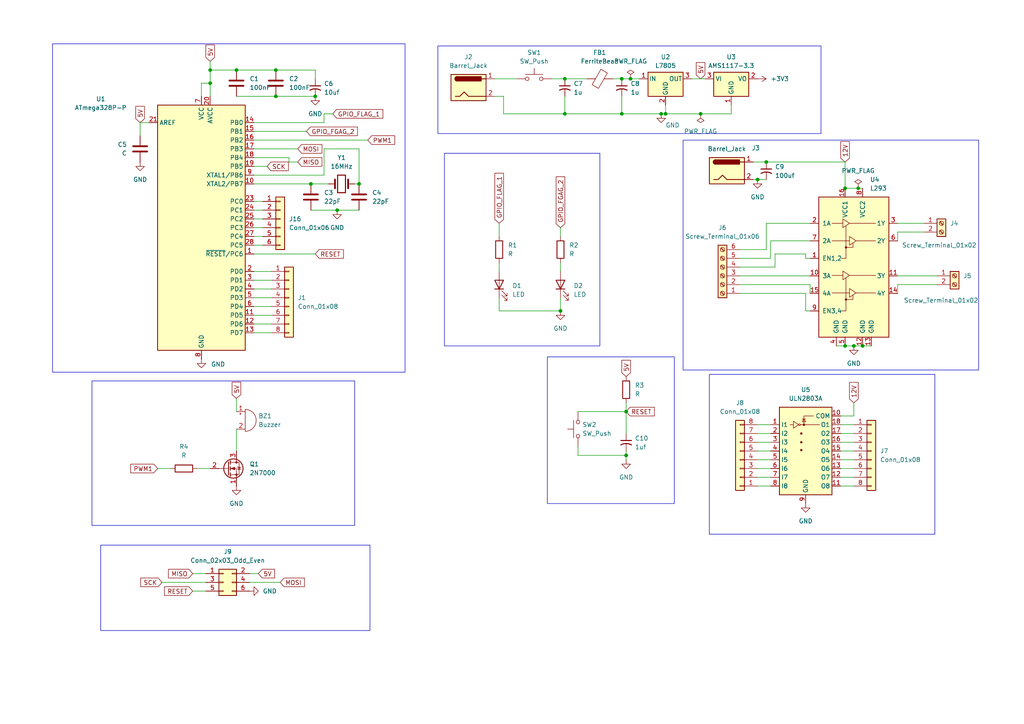
<source format=kicad_sch>
(kicad_sch
	(version 20250114)
	(generator "eeschema")
	(generator_version "9.0")
	(uuid "dea6095b-c567-4807-9f79-3632141e4bc1")
	(paper "A4")
	(lib_symbols
		(symbol "Connector:Barrel_Jack"
			(pin_names
				(offset 1.016)
			)
			(exclude_from_sim no)
			(in_bom yes)
			(on_board yes)
			(property "Reference" "J"
				(at 0 5.334 0)
				(effects
					(font
						(size 1.27 1.27)
					)
				)
			)
			(property "Value" "Barrel_Jack"
				(at 0 -5.08 0)
				(effects
					(font
						(size 1.27 1.27)
					)
				)
			)
			(property "Footprint" ""
				(at 1.27 -1.016 0)
				(effects
					(font
						(size 1.27 1.27)
					)
					(hide yes)
				)
			)
			(property "Datasheet" "~"
				(at 1.27 -1.016 0)
				(effects
					(font
						(size 1.27 1.27)
					)
					(hide yes)
				)
			)
			(property "Description" "DC Barrel Jack"
				(at 0 0 0)
				(effects
					(font
						(size 1.27 1.27)
					)
					(hide yes)
				)
			)
			(property "ki_keywords" "DC power barrel jack connector"
				(at 0 0 0)
				(effects
					(font
						(size 1.27 1.27)
					)
					(hide yes)
				)
			)
			(property "ki_fp_filters" "BarrelJack*"
				(at 0 0 0)
				(effects
					(font
						(size 1.27 1.27)
					)
					(hide yes)
				)
			)
			(symbol "Barrel_Jack_0_1"
				(rectangle
					(start -5.08 3.81)
					(end 5.08 -3.81)
					(stroke
						(width 0.254)
						(type default)
					)
					(fill
						(type background)
					)
				)
				(polyline
					(pts
						(xy -3.81 -2.54) (xy -2.54 -2.54) (xy -1.27 -1.27) (xy 0 -2.54) (xy 2.54 -2.54) (xy 5.08 -2.54)
					)
					(stroke
						(width 0.254)
						(type default)
					)
					(fill
						(type none)
					)
				)
				(arc
					(start -3.302 1.905)
					(mid -3.9343 2.54)
					(end -3.302 3.175)
					(stroke
						(width 0.254)
						(type default)
					)
					(fill
						(type none)
					)
				)
				(arc
					(start -3.302 1.905)
					(mid -3.9343 2.54)
					(end -3.302 3.175)
					(stroke
						(width 0.254)
						(type default)
					)
					(fill
						(type outline)
					)
				)
				(rectangle
					(start 3.683 3.175)
					(end -3.302 1.905)
					(stroke
						(width 0.254)
						(type default)
					)
					(fill
						(type outline)
					)
				)
				(polyline
					(pts
						(xy 5.08 2.54) (xy 3.81 2.54)
					)
					(stroke
						(width 0.254)
						(type default)
					)
					(fill
						(type none)
					)
				)
			)
			(symbol "Barrel_Jack_1_1"
				(pin passive line
					(at 7.62 2.54 180)
					(length 2.54)
					(name "~"
						(effects
							(font
								(size 1.27 1.27)
							)
						)
					)
					(number "1"
						(effects
							(font
								(size 1.27 1.27)
							)
						)
					)
				)
				(pin passive line
					(at 7.62 -2.54 180)
					(length 2.54)
					(name "~"
						(effects
							(font
								(size 1.27 1.27)
							)
						)
					)
					(number "2"
						(effects
							(font
								(size 1.27 1.27)
							)
						)
					)
				)
			)
			(embedded_fonts no)
		)
		(symbol "Connector:Screw_Terminal_01x02"
			(pin_names
				(offset 1.016)
				(hide yes)
			)
			(exclude_from_sim no)
			(in_bom yes)
			(on_board yes)
			(property "Reference" "J"
				(at 0 2.54 0)
				(effects
					(font
						(size 1.27 1.27)
					)
				)
			)
			(property "Value" "Screw_Terminal_01x02"
				(at 0 -5.08 0)
				(effects
					(font
						(size 1.27 1.27)
					)
				)
			)
			(property "Footprint" ""
				(at 0 0 0)
				(effects
					(font
						(size 1.27 1.27)
					)
					(hide yes)
				)
			)
			(property "Datasheet" "~"
				(at 0 0 0)
				(effects
					(font
						(size 1.27 1.27)
					)
					(hide yes)
				)
			)
			(property "Description" "Generic screw terminal, single row, 01x02, script generated (kicad-library-utils/schlib/autogen/connector/)"
				(at 0 0 0)
				(effects
					(font
						(size 1.27 1.27)
					)
					(hide yes)
				)
			)
			(property "ki_keywords" "screw terminal"
				(at 0 0 0)
				(effects
					(font
						(size 1.27 1.27)
					)
					(hide yes)
				)
			)
			(property "ki_fp_filters" "TerminalBlock*:*"
				(at 0 0 0)
				(effects
					(font
						(size 1.27 1.27)
					)
					(hide yes)
				)
			)
			(symbol "Screw_Terminal_01x02_1_1"
				(rectangle
					(start -1.27 1.27)
					(end 1.27 -3.81)
					(stroke
						(width 0.254)
						(type default)
					)
					(fill
						(type background)
					)
				)
				(polyline
					(pts
						(xy -0.5334 0.3302) (xy 0.3302 -0.508)
					)
					(stroke
						(width 0.1524)
						(type default)
					)
					(fill
						(type none)
					)
				)
				(polyline
					(pts
						(xy -0.5334 -2.2098) (xy 0.3302 -3.048)
					)
					(stroke
						(width 0.1524)
						(type default)
					)
					(fill
						(type none)
					)
				)
				(polyline
					(pts
						(xy -0.3556 0.508) (xy 0.508 -0.3302)
					)
					(stroke
						(width 0.1524)
						(type default)
					)
					(fill
						(type none)
					)
				)
				(polyline
					(pts
						(xy -0.3556 -2.032) (xy 0.508 -2.8702)
					)
					(stroke
						(width 0.1524)
						(type default)
					)
					(fill
						(type none)
					)
				)
				(circle
					(center 0 0)
					(radius 0.635)
					(stroke
						(width 0.1524)
						(type default)
					)
					(fill
						(type none)
					)
				)
				(circle
					(center 0 -2.54)
					(radius 0.635)
					(stroke
						(width 0.1524)
						(type default)
					)
					(fill
						(type none)
					)
				)
				(pin passive line
					(at -5.08 0 0)
					(length 3.81)
					(name "Pin_1"
						(effects
							(font
								(size 1.27 1.27)
							)
						)
					)
					(number "1"
						(effects
							(font
								(size 1.27 1.27)
							)
						)
					)
				)
				(pin passive line
					(at -5.08 -2.54 0)
					(length 3.81)
					(name "Pin_2"
						(effects
							(font
								(size 1.27 1.27)
							)
						)
					)
					(number "2"
						(effects
							(font
								(size 1.27 1.27)
							)
						)
					)
				)
			)
			(embedded_fonts no)
		)
		(symbol "Connector:Screw_Terminal_01x06"
			(pin_names
				(offset 1.016)
				(hide yes)
			)
			(exclude_from_sim no)
			(in_bom yes)
			(on_board yes)
			(property "Reference" "J"
				(at 0 7.62 0)
				(effects
					(font
						(size 1.27 1.27)
					)
				)
			)
			(property "Value" "Screw_Terminal_01x06"
				(at 0 -10.16 0)
				(effects
					(font
						(size 1.27 1.27)
					)
				)
			)
			(property "Footprint" ""
				(at 0 0 0)
				(effects
					(font
						(size 1.27 1.27)
					)
					(hide yes)
				)
			)
			(property "Datasheet" "~"
				(at 0 0 0)
				(effects
					(font
						(size 1.27 1.27)
					)
					(hide yes)
				)
			)
			(property "Description" "Generic screw terminal, single row, 01x06, script generated (kicad-library-utils/schlib/autogen/connector/)"
				(at 0 0 0)
				(effects
					(font
						(size 1.27 1.27)
					)
					(hide yes)
				)
			)
			(property "ki_keywords" "screw terminal"
				(at 0 0 0)
				(effects
					(font
						(size 1.27 1.27)
					)
					(hide yes)
				)
			)
			(property "ki_fp_filters" "TerminalBlock*:*"
				(at 0 0 0)
				(effects
					(font
						(size 1.27 1.27)
					)
					(hide yes)
				)
			)
			(symbol "Screw_Terminal_01x06_1_1"
				(rectangle
					(start -1.27 6.35)
					(end 1.27 -8.89)
					(stroke
						(width 0.254)
						(type default)
					)
					(fill
						(type background)
					)
				)
				(polyline
					(pts
						(xy -0.5334 5.4102) (xy 0.3302 4.572)
					)
					(stroke
						(width 0.1524)
						(type default)
					)
					(fill
						(type none)
					)
				)
				(polyline
					(pts
						(xy -0.5334 2.8702) (xy 0.3302 2.032)
					)
					(stroke
						(width 0.1524)
						(type default)
					)
					(fill
						(type none)
					)
				)
				(polyline
					(pts
						(xy -0.5334 0.3302) (xy 0.3302 -0.508)
					)
					(stroke
						(width 0.1524)
						(type default)
					)
					(fill
						(type none)
					)
				)
				(polyline
					(pts
						(xy -0.5334 -2.2098) (xy 0.3302 -3.048)
					)
					(stroke
						(width 0.1524)
						(type default)
					)
					(fill
						(type none)
					)
				)
				(polyline
					(pts
						(xy -0.5334 -4.7498) (xy 0.3302 -5.588)
					)
					(stroke
						(width 0.1524)
						(type default)
					)
					(fill
						(type none)
					)
				)
				(polyline
					(pts
						(xy -0.5334 -7.2898) (xy 0.3302 -8.128)
					)
					(stroke
						(width 0.1524)
						(type default)
					)
					(fill
						(type none)
					)
				)
				(polyline
					(pts
						(xy -0.3556 5.588) (xy 0.508 4.7498)
					)
					(stroke
						(width 0.1524)
						(type default)
					)
					(fill
						(type none)
					)
				)
				(polyline
					(pts
						(xy -0.3556 3.048) (xy 0.508 2.2098)
					)
					(stroke
						(width 0.1524)
						(type default)
					)
					(fill
						(type none)
					)
				)
				(polyline
					(pts
						(xy -0.3556 0.508) (xy 0.508 -0.3302)
					)
					(stroke
						(width 0.1524)
						(type default)
					)
					(fill
						(type none)
					)
				)
				(polyline
					(pts
						(xy -0.3556 -2.032) (xy 0.508 -2.8702)
					)
					(stroke
						(width 0.1524)
						(type default)
					)
					(fill
						(type none)
					)
				)
				(polyline
					(pts
						(xy -0.3556 -4.572) (xy 0.508 -5.4102)
					)
					(stroke
						(width 0.1524)
						(type default)
					)
					(fill
						(type none)
					)
				)
				(polyline
					(pts
						(xy -0.3556 -7.112) (xy 0.508 -7.9502)
					)
					(stroke
						(width 0.1524)
						(type default)
					)
					(fill
						(type none)
					)
				)
				(circle
					(center 0 5.08)
					(radius 0.635)
					(stroke
						(width 0.1524)
						(type default)
					)
					(fill
						(type none)
					)
				)
				(circle
					(center 0 2.54)
					(radius 0.635)
					(stroke
						(width 0.1524)
						(type default)
					)
					(fill
						(type none)
					)
				)
				(circle
					(center 0 0)
					(radius 0.635)
					(stroke
						(width 0.1524)
						(type default)
					)
					(fill
						(type none)
					)
				)
				(circle
					(center 0 -2.54)
					(radius 0.635)
					(stroke
						(width 0.1524)
						(type default)
					)
					(fill
						(type none)
					)
				)
				(circle
					(center 0 -5.08)
					(radius 0.635)
					(stroke
						(width 0.1524)
						(type default)
					)
					(fill
						(type none)
					)
				)
				(circle
					(center 0 -7.62)
					(radius 0.635)
					(stroke
						(width 0.1524)
						(type default)
					)
					(fill
						(type none)
					)
				)
				(pin passive line
					(at -5.08 5.08 0)
					(length 3.81)
					(name "Pin_1"
						(effects
							(font
								(size 1.27 1.27)
							)
						)
					)
					(number "1"
						(effects
							(font
								(size 1.27 1.27)
							)
						)
					)
				)
				(pin passive line
					(at -5.08 2.54 0)
					(length 3.81)
					(name "Pin_2"
						(effects
							(font
								(size 1.27 1.27)
							)
						)
					)
					(number "2"
						(effects
							(font
								(size 1.27 1.27)
							)
						)
					)
				)
				(pin passive line
					(at -5.08 0 0)
					(length 3.81)
					(name "Pin_3"
						(effects
							(font
								(size 1.27 1.27)
							)
						)
					)
					(number "3"
						(effects
							(font
								(size 1.27 1.27)
							)
						)
					)
				)
				(pin passive line
					(at -5.08 -2.54 0)
					(length 3.81)
					(name "Pin_4"
						(effects
							(font
								(size 1.27 1.27)
							)
						)
					)
					(number "4"
						(effects
							(font
								(size 1.27 1.27)
							)
						)
					)
				)
				(pin passive line
					(at -5.08 -5.08 0)
					(length 3.81)
					(name "Pin_5"
						(effects
							(font
								(size 1.27 1.27)
							)
						)
					)
					(number "5"
						(effects
							(font
								(size 1.27 1.27)
							)
						)
					)
				)
				(pin passive line
					(at -5.08 -7.62 0)
					(length 3.81)
					(name "Pin_6"
						(effects
							(font
								(size 1.27 1.27)
							)
						)
					)
					(number "6"
						(effects
							(font
								(size 1.27 1.27)
							)
						)
					)
				)
			)
			(embedded_fonts no)
		)
		(symbol "Connector_Generic:Conn_01x06"
			(pin_names
				(offset 1.016)
				(hide yes)
			)
			(exclude_from_sim no)
			(in_bom yes)
			(on_board yes)
			(property "Reference" "J"
				(at 0 7.62 0)
				(effects
					(font
						(size 1.27 1.27)
					)
				)
			)
			(property "Value" "Conn_01x06"
				(at 0 -10.16 0)
				(effects
					(font
						(size 1.27 1.27)
					)
				)
			)
			(property "Footprint" ""
				(at 0 0 0)
				(effects
					(font
						(size 1.27 1.27)
					)
					(hide yes)
				)
			)
			(property "Datasheet" "~"
				(at 0 0 0)
				(effects
					(font
						(size 1.27 1.27)
					)
					(hide yes)
				)
			)
			(property "Description" "Generic connector, single row, 01x06, script generated (kicad-library-utils/schlib/autogen/connector/)"
				(at 0 0 0)
				(effects
					(font
						(size 1.27 1.27)
					)
					(hide yes)
				)
			)
			(property "ki_keywords" "connector"
				(at 0 0 0)
				(effects
					(font
						(size 1.27 1.27)
					)
					(hide yes)
				)
			)
			(property "ki_fp_filters" "Connector*:*_1x??_*"
				(at 0 0 0)
				(effects
					(font
						(size 1.27 1.27)
					)
					(hide yes)
				)
			)
			(symbol "Conn_01x06_1_1"
				(rectangle
					(start -1.27 6.35)
					(end 1.27 -8.89)
					(stroke
						(width 0.254)
						(type default)
					)
					(fill
						(type background)
					)
				)
				(rectangle
					(start -1.27 5.207)
					(end 0 4.953)
					(stroke
						(width 0.1524)
						(type default)
					)
					(fill
						(type none)
					)
				)
				(rectangle
					(start -1.27 2.667)
					(end 0 2.413)
					(stroke
						(width 0.1524)
						(type default)
					)
					(fill
						(type none)
					)
				)
				(rectangle
					(start -1.27 0.127)
					(end 0 -0.127)
					(stroke
						(width 0.1524)
						(type default)
					)
					(fill
						(type none)
					)
				)
				(rectangle
					(start -1.27 -2.413)
					(end 0 -2.667)
					(stroke
						(width 0.1524)
						(type default)
					)
					(fill
						(type none)
					)
				)
				(rectangle
					(start -1.27 -4.953)
					(end 0 -5.207)
					(stroke
						(width 0.1524)
						(type default)
					)
					(fill
						(type none)
					)
				)
				(rectangle
					(start -1.27 -7.493)
					(end 0 -7.747)
					(stroke
						(width 0.1524)
						(type default)
					)
					(fill
						(type none)
					)
				)
				(pin passive line
					(at -5.08 5.08 0)
					(length 3.81)
					(name "Pin_1"
						(effects
							(font
								(size 1.27 1.27)
							)
						)
					)
					(number "1"
						(effects
							(font
								(size 1.27 1.27)
							)
						)
					)
				)
				(pin passive line
					(at -5.08 2.54 0)
					(length 3.81)
					(name "Pin_2"
						(effects
							(font
								(size 1.27 1.27)
							)
						)
					)
					(number "2"
						(effects
							(font
								(size 1.27 1.27)
							)
						)
					)
				)
				(pin passive line
					(at -5.08 0 0)
					(length 3.81)
					(name "Pin_3"
						(effects
							(font
								(size 1.27 1.27)
							)
						)
					)
					(number "3"
						(effects
							(font
								(size 1.27 1.27)
							)
						)
					)
				)
				(pin passive line
					(at -5.08 -2.54 0)
					(length 3.81)
					(name "Pin_4"
						(effects
							(font
								(size 1.27 1.27)
							)
						)
					)
					(number "4"
						(effects
							(font
								(size 1.27 1.27)
							)
						)
					)
				)
				(pin passive line
					(at -5.08 -5.08 0)
					(length 3.81)
					(name "Pin_5"
						(effects
							(font
								(size 1.27 1.27)
							)
						)
					)
					(number "5"
						(effects
							(font
								(size 1.27 1.27)
							)
						)
					)
				)
				(pin passive line
					(at -5.08 -7.62 0)
					(length 3.81)
					(name "Pin_6"
						(effects
							(font
								(size 1.27 1.27)
							)
						)
					)
					(number "6"
						(effects
							(font
								(size 1.27 1.27)
							)
						)
					)
				)
			)
			(embedded_fonts no)
		)
		(symbol "Connector_Generic:Conn_01x08"
			(pin_names
				(offset 1.016)
				(hide yes)
			)
			(exclude_from_sim no)
			(in_bom yes)
			(on_board yes)
			(property "Reference" "J"
				(at 0 10.16 0)
				(effects
					(font
						(size 1.27 1.27)
					)
				)
			)
			(property "Value" "Conn_01x08"
				(at 0 -12.7 0)
				(effects
					(font
						(size 1.27 1.27)
					)
				)
			)
			(property "Footprint" ""
				(at 0 0 0)
				(effects
					(font
						(size 1.27 1.27)
					)
					(hide yes)
				)
			)
			(property "Datasheet" "~"
				(at 0 0 0)
				(effects
					(font
						(size 1.27 1.27)
					)
					(hide yes)
				)
			)
			(property "Description" "Generic connector, single row, 01x08, script generated (kicad-library-utils/schlib/autogen/connector/)"
				(at 0 0 0)
				(effects
					(font
						(size 1.27 1.27)
					)
					(hide yes)
				)
			)
			(property "ki_keywords" "connector"
				(at 0 0 0)
				(effects
					(font
						(size 1.27 1.27)
					)
					(hide yes)
				)
			)
			(property "ki_fp_filters" "Connector*:*_1x??_*"
				(at 0 0 0)
				(effects
					(font
						(size 1.27 1.27)
					)
					(hide yes)
				)
			)
			(symbol "Conn_01x08_1_1"
				(rectangle
					(start -1.27 8.89)
					(end 1.27 -11.43)
					(stroke
						(width 0.254)
						(type default)
					)
					(fill
						(type background)
					)
				)
				(rectangle
					(start -1.27 7.747)
					(end 0 7.493)
					(stroke
						(width 0.1524)
						(type default)
					)
					(fill
						(type none)
					)
				)
				(rectangle
					(start -1.27 5.207)
					(end 0 4.953)
					(stroke
						(width 0.1524)
						(type default)
					)
					(fill
						(type none)
					)
				)
				(rectangle
					(start -1.27 2.667)
					(end 0 2.413)
					(stroke
						(width 0.1524)
						(type default)
					)
					(fill
						(type none)
					)
				)
				(rectangle
					(start -1.27 0.127)
					(end 0 -0.127)
					(stroke
						(width 0.1524)
						(type default)
					)
					(fill
						(type none)
					)
				)
				(rectangle
					(start -1.27 -2.413)
					(end 0 -2.667)
					(stroke
						(width 0.1524)
						(type default)
					)
					(fill
						(type none)
					)
				)
				(rectangle
					(start -1.27 -4.953)
					(end 0 -5.207)
					(stroke
						(width 0.1524)
						(type default)
					)
					(fill
						(type none)
					)
				)
				(rectangle
					(start -1.27 -7.493)
					(end 0 -7.747)
					(stroke
						(width 0.1524)
						(type default)
					)
					(fill
						(type none)
					)
				)
				(rectangle
					(start -1.27 -10.033)
					(end 0 -10.287)
					(stroke
						(width 0.1524)
						(type default)
					)
					(fill
						(type none)
					)
				)
				(pin passive line
					(at -5.08 7.62 0)
					(length 3.81)
					(name "Pin_1"
						(effects
							(font
								(size 1.27 1.27)
							)
						)
					)
					(number "1"
						(effects
							(font
								(size 1.27 1.27)
							)
						)
					)
				)
				(pin passive line
					(at -5.08 5.08 0)
					(length 3.81)
					(name "Pin_2"
						(effects
							(font
								(size 1.27 1.27)
							)
						)
					)
					(number "2"
						(effects
							(font
								(size 1.27 1.27)
							)
						)
					)
				)
				(pin passive line
					(at -5.08 2.54 0)
					(length 3.81)
					(name "Pin_3"
						(effects
							(font
								(size 1.27 1.27)
							)
						)
					)
					(number "3"
						(effects
							(font
								(size 1.27 1.27)
							)
						)
					)
				)
				(pin passive line
					(at -5.08 0 0)
					(length 3.81)
					(name "Pin_4"
						(effects
							(font
								(size 1.27 1.27)
							)
						)
					)
					(number "4"
						(effects
							(font
								(size 1.27 1.27)
							)
						)
					)
				)
				(pin passive line
					(at -5.08 -2.54 0)
					(length 3.81)
					(name "Pin_5"
						(effects
							(font
								(size 1.27 1.27)
							)
						)
					)
					(number "5"
						(effects
							(font
								(size 1.27 1.27)
							)
						)
					)
				)
				(pin passive line
					(at -5.08 -5.08 0)
					(length 3.81)
					(name "Pin_6"
						(effects
							(font
								(size 1.27 1.27)
							)
						)
					)
					(number "6"
						(effects
							(font
								(size 1.27 1.27)
							)
						)
					)
				)
				(pin passive line
					(at -5.08 -7.62 0)
					(length 3.81)
					(name "Pin_7"
						(effects
							(font
								(size 1.27 1.27)
							)
						)
					)
					(number "7"
						(effects
							(font
								(size 1.27 1.27)
							)
						)
					)
				)
				(pin passive line
					(at -5.08 -10.16 0)
					(length 3.81)
					(name "Pin_8"
						(effects
							(font
								(size 1.27 1.27)
							)
						)
					)
					(number "8"
						(effects
							(font
								(size 1.27 1.27)
							)
						)
					)
				)
			)
			(embedded_fonts no)
		)
		(symbol "Connector_Generic:Conn_02x03_Odd_Even"
			(pin_names
				(offset 1.016)
				(hide yes)
			)
			(exclude_from_sim no)
			(in_bom yes)
			(on_board yes)
			(property "Reference" "J"
				(at 1.27 5.08 0)
				(effects
					(font
						(size 1.27 1.27)
					)
				)
			)
			(property "Value" "Conn_02x03_Odd_Even"
				(at 1.27 -5.08 0)
				(effects
					(font
						(size 1.27 1.27)
					)
				)
			)
			(property "Footprint" ""
				(at 0 0 0)
				(effects
					(font
						(size 1.27 1.27)
					)
					(hide yes)
				)
			)
			(property "Datasheet" "~"
				(at 0 0 0)
				(effects
					(font
						(size 1.27 1.27)
					)
					(hide yes)
				)
			)
			(property "Description" "Generic connector, double row, 02x03, odd/even pin numbering scheme (row 1 odd numbers, row 2 even numbers), script generated (kicad-library-utils/schlib/autogen/connector/)"
				(at 0 0 0)
				(effects
					(font
						(size 1.27 1.27)
					)
					(hide yes)
				)
			)
			(property "ki_keywords" "connector"
				(at 0 0 0)
				(effects
					(font
						(size 1.27 1.27)
					)
					(hide yes)
				)
			)
			(property "ki_fp_filters" "Connector*:*_2x??_*"
				(at 0 0 0)
				(effects
					(font
						(size 1.27 1.27)
					)
					(hide yes)
				)
			)
			(symbol "Conn_02x03_Odd_Even_1_1"
				(rectangle
					(start -1.27 3.81)
					(end 3.81 -3.81)
					(stroke
						(width 0.254)
						(type default)
					)
					(fill
						(type background)
					)
				)
				(rectangle
					(start -1.27 2.667)
					(end 0 2.413)
					(stroke
						(width 0.1524)
						(type default)
					)
					(fill
						(type none)
					)
				)
				(rectangle
					(start -1.27 0.127)
					(end 0 -0.127)
					(stroke
						(width 0.1524)
						(type default)
					)
					(fill
						(type none)
					)
				)
				(rectangle
					(start -1.27 -2.413)
					(end 0 -2.667)
					(stroke
						(width 0.1524)
						(type default)
					)
					(fill
						(type none)
					)
				)
				(rectangle
					(start 3.81 2.667)
					(end 2.54 2.413)
					(stroke
						(width 0.1524)
						(type default)
					)
					(fill
						(type none)
					)
				)
				(rectangle
					(start 3.81 0.127)
					(end 2.54 -0.127)
					(stroke
						(width 0.1524)
						(type default)
					)
					(fill
						(type none)
					)
				)
				(rectangle
					(start 3.81 -2.413)
					(end 2.54 -2.667)
					(stroke
						(width 0.1524)
						(type default)
					)
					(fill
						(type none)
					)
				)
				(pin passive line
					(at -5.08 2.54 0)
					(length 3.81)
					(name "Pin_1"
						(effects
							(font
								(size 1.27 1.27)
							)
						)
					)
					(number "1"
						(effects
							(font
								(size 1.27 1.27)
							)
						)
					)
				)
				(pin passive line
					(at -5.08 0 0)
					(length 3.81)
					(name "Pin_3"
						(effects
							(font
								(size 1.27 1.27)
							)
						)
					)
					(number "3"
						(effects
							(font
								(size 1.27 1.27)
							)
						)
					)
				)
				(pin passive line
					(at -5.08 -2.54 0)
					(length 3.81)
					(name "Pin_5"
						(effects
							(font
								(size 1.27 1.27)
							)
						)
					)
					(number "5"
						(effects
							(font
								(size 1.27 1.27)
							)
						)
					)
				)
				(pin passive line
					(at 7.62 2.54 180)
					(length 3.81)
					(name "Pin_2"
						(effects
							(font
								(size 1.27 1.27)
							)
						)
					)
					(number "2"
						(effects
							(font
								(size 1.27 1.27)
							)
						)
					)
				)
				(pin passive line
					(at 7.62 0 180)
					(length 3.81)
					(name "Pin_4"
						(effects
							(font
								(size 1.27 1.27)
							)
						)
					)
					(number "4"
						(effects
							(font
								(size 1.27 1.27)
							)
						)
					)
				)
				(pin passive line
					(at 7.62 -2.54 180)
					(length 3.81)
					(name "Pin_6"
						(effects
							(font
								(size 1.27 1.27)
							)
						)
					)
					(number "6"
						(effects
							(font
								(size 1.27 1.27)
							)
						)
					)
				)
			)
			(embedded_fonts no)
		)
		(symbol "Device:Buzzer"
			(pin_names
				(offset 0.0254)
				(hide yes)
			)
			(exclude_from_sim no)
			(in_bom yes)
			(on_board yes)
			(property "Reference" "BZ"
				(at 3.81 1.27 0)
				(effects
					(font
						(size 1.27 1.27)
					)
					(justify left)
				)
			)
			(property "Value" "Buzzer"
				(at 3.81 -1.27 0)
				(effects
					(font
						(size 1.27 1.27)
					)
					(justify left)
				)
			)
			(property "Footprint" ""
				(at -0.635 2.54 90)
				(effects
					(font
						(size 1.27 1.27)
					)
					(hide yes)
				)
			)
			(property "Datasheet" "~"
				(at -0.635 2.54 90)
				(effects
					(font
						(size 1.27 1.27)
					)
					(hide yes)
				)
			)
			(property "Description" "Buzzer, polarized"
				(at 0 0 0)
				(effects
					(font
						(size 1.27 1.27)
					)
					(hide yes)
				)
			)
			(property "ki_keywords" "quartz resonator ceramic"
				(at 0 0 0)
				(effects
					(font
						(size 1.27 1.27)
					)
					(hide yes)
				)
			)
			(property "ki_fp_filters" "*Buzzer*"
				(at 0 0 0)
				(effects
					(font
						(size 1.27 1.27)
					)
					(hide yes)
				)
			)
			(symbol "Buzzer_0_1"
				(polyline
					(pts
						(xy -1.651 1.905) (xy -1.143 1.905)
					)
					(stroke
						(width 0)
						(type default)
					)
					(fill
						(type none)
					)
				)
				(polyline
					(pts
						(xy -1.397 2.159) (xy -1.397 1.651)
					)
					(stroke
						(width 0)
						(type default)
					)
					(fill
						(type none)
					)
				)
				(arc
					(start 0 3.175)
					(mid 3.1612 0)
					(end 0 -3.175)
					(stroke
						(width 0)
						(type default)
					)
					(fill
						(type none)
					)
				)
				(polyline
					(pts
						(xy 0 3.175) (xy 0 -3.175)
					)
					(stroke
						(width 0)
						(type default)
					)
					(fill
						(type none)
					)
				)
			)
			(symbol "Buzzer_1_1"
				(pin passive line
					(at -2.54 2.54 0)
					(length 2.54)
					(name "+"
						(effects
							(font
								(size 1.27 1.27)
							)
						)
					)
					(number "1"
						(effects
							(font
								(size 1.27 1.27)
							)
						)
					)
				)
				(pin passive line
					(at -2.54 -2.54 0)
					(length 2.54)
					(name "-"
						(effects
							(font
								(size 1.27 1.27)
							)
						)
					)
					(number "2"
						(effects
							(font
								(size 1.27 1.27)
							)
						)
					)
				)
			)
			(embedded_fonts no)
		)
		(symbol "Device:C"
			(pin_numbers
				(hide yes)
			)
			(pin_names
				(offset 0.254)
			)
			(exclude_from_sim no)
			(in_bom yes)
			(on_board yes)
			(property "Reference" "C"
				(at 0.635 2.54 0)
				(effects
					(font
						(size 1.27 1.27)
					)
					(justify left)
				)
			)
			(property "Value" "C"
				(at 0.635 -2.54 0)
				(effects
					(font
						(size 1.27 1.27)
					)
					(justify left)
				)
			)
			(property "Footprint" ""
				(at 0.9652 -3.81 0)
				(effects
					(font
						(size 1.27 1.27)
					)
					(hide yes)
				)
			)
			(property "Datasheet" "~"
				(at 0 0 0)
				(effects
					(font
						(size 1.27 1.27)
					)
					(hide yes)
				)
			)
			(property "Description" "Unpolarized capacitor"
				(at 0 0 0)
				(effects
					(font
						(size 1.27 1.27)
					)
					(hide yes)
				)
			)
			(property "ki_keywords" "cap capacitor"
				(at 0 0 0)
				(effects
					(font
						(size 1.27 1.27)
					)
					(hide yes)
				)
			)
			(property "ki_fp_filters" "C_*"
				(at 0 0 0)
				(effects
					(font
						(size 1.27 1.27)
					)
					(hide yes)
				)
			)
			(symbol "C_0_1"
				(polyline
					(pts
						(xy -2.032 0.762) (xy 2.032 0.762)
					)
					(stroke
						(width 0.508)
						(type default)
					)
					(fill
						(type none)
					)
				)
				(polyline
					(pts
						(xy -2.032 -0.762) (xy 2.032 -0.762)
					)
					(stroke
						(width 0.508)
						(type default)
					)
					(fill
						(type none)
					)
				)
			)
			(symbol "C_1_1"
				(pin passive line
					(at 0 3.81 270)
					(length 2.794)
					(name "~"
						(effects
							(font
								(size 1.27 1.27)
							)
						)
					)
					(number "1"
						(effects
							(font
								(size 1.27 1.27)
							)
						)
					)
				)
				(pin passive line
					(at 0 -3.81 90)
					(length 2.794)
					(name "~"
						(effects
							(font
								(size 1.27 1.27)
							)
						)
					)
					(number "2"
						(effects
							(font
								(size 1.27 1.27)
							)
						)
					)
				)
			)
			(embedded_fonts no)
		)
		(symbol "Device:C_Small_US"
			(pin_numbers
				(hide yes)
			)
			(pin_names
				(offset 0.254)
				(hide yes)
			)
			(exclude_from_sim no)
			(in_bom yes)
			(on_board yes)
			(property "Reference" "C"
				(at 0.254 1.778 0)
				(effects
					(font
						(size 1.27 1.27)
					)
					(justify left)
				)
			)
			(property "Value" "C_Small_US"
				(at 0.254 -2.032 0)
				(effects
					(font
						(size 1.27 1.27)
					)
					(justify left)
				)
			)
			(property "Footprint" ""
				(at 0 0 0)
				(effects
					(font
						(size 1.27 1.27)
					)
					(hide yes)
				)
			)
			(property "Datasheet" ""
				(at 0 0 0)
				(effects
					(font
						(size 1.27 1.27)
					)
					(hide yes)
				)
			)
			(property "Description" "capacitor, small US symbol"
				(at 0 0 0)
				(effects
					(font
						(size 1.27 1.27)
					)
					(hide yes)
				)
			)
			(property "ki_keywords" "cap capacitor"
				(at 0 0 0)
				(effects
					(font
						(size 1.27 1.27)
					)
					(hide yes)
				)
			)
			(property "ki_fp_filters" "C_*"
				(at 0 0 0)
				(effects
					(font
						(size 1.27 1.27)
					)
					(hide yes)
				)
			)
			(symbol "C_Small_US_0_1"
				(polyline
					(pts
						(xy -1.524 0.508) (xy 1.524 0.508)
					)
					(stroke
						(width 0.3048)
						(type default)
					)
					(fill
						(type none)
					)
				)
				(arc
					(start -1.524 -0.762)
					(mid 0 -0.3734)
					(end 1.524 -0.762)
					(stroke
						(width 0.3048)
						(type default)
					)
					(fill
						(type none)
					)
				)
			)
			(symbol "C_Small_US_1_1"
				(pin passive line
					(at 0 2.54 270)
					(length 2.032)
					(name "~"
						(effects
							(font
								(size 1.27 1.27)
							)
						)
					)
					(number "1"
						(effects
							(font
								(size 1.27 1.27)
							)
						)
					)
				)
				(pin passive line
					(at 0 -2.54 90)
					(length 2.032)
					(name "~"
						(effects
							(font
								(size 1.27 1.27)
							)
						)
					)
					(number "2"
						(effects
							(font
								(size 1.27 1.27)
							)
						)
					)
				)
			)
			(embedded_fonts no)
		)
		(symbol "Device:Crystal"
			(pin_numbers
				(hide yes)
			)
			(pin_names
				(offset 1.016)
				(hide yes)
			)
			(exclude_from_sim no)
			(in_bom yes)
			(on_board yes)
			(property "Reference" "Y"
				(at 0 3.81 0)
				(effects
					(font
						(size 1.27 1.27)
					)
				)
			)
			(property "Value" "Crystal"
				(at 0 -3.81 0)
				(effects
					(font
						(size 1.27 1.27)
					)
				)
			)
			(property "Footprint" ""
				(at 0 0 0)
				(effects
					(font
						(size 1.27 1.27)
					)
					(hide yes)
				)
			)
			(property "Datasheet" "~"
				(at 0 0 0)
				(effects
					(font
						(size 1.27 1.27)
					)
					(hide yes)
				)
			)
			(property "Description" "Two pin crystal"
				(at 0 0 0)
				(effects
					(font
						(size 1.27 1.27)
					)
					(hide yes)
				)
			)
			(property "ki_keywords" "quartz ceramic resonator oscillator"
				(at 0 0 0)
				(effects
					(font
						(size 1.27 1.27)
					)
					(hide yes)
				)
			)
			(property "ki_fp_filters" "Crystal*"
				(at 0 0 0)
				(effects
					(font
						(size 1.27 1.27)
					)
					(hide yes)
				)
			)
			(symbol "Crystal_0_1"
				(polyline
					(pts
						(xy -2.54 0) (xy -1.905 0)
					)
					(stroke
						(width 0)
						(type default)
					)
					(fill
						(type none)
					)
				)
				(polyline
					(pts
						(xy -1.905 -1.27) (xy -1.905 1.27)
					)
					(stroke
						(width 0.508)
						(type default)
					)
					(fill
						(type none)
					)
				)
				(rectangle
					(start -1.143 2.54)
					(end 1.143 -2.54)
					(stroke
						(width 0.3048)
						(type default)
					)
					(fill
						(type none)
					)
				)
				(polyline
					(pts
						(xy 1.905 -1.27) (xy 1.905 1.27)
					)
					(stroke
						(width 0.508)
						(type default)
					)
					(fill
						(type none)
					)
				)
				(polyline
					(pts
						(xy 2.54 0) (xy 1.905 0)
					)
					(stroke
						(width 0)
						(type default)
					)
					(fill
						(type none)
					)
				)
			)
			(symbol "Crystal_1_1"
				(pin passive line
					(at -3.81 0 0)
					(length 1.27)
					(name "1"
						(effects
							(font
								(size 1.27 1.27)
							)
						)
					)
					(number "1"
						(effects
							(font
								(size 1.27 1.27)
							)
						)
					)
				)
				(pin passive line
					(at 3.81 0 180)
					(length 1.27)
					(name "2"
						(effects
							(font
								(size 1.27 1.27)
							)
						)
					)
					(number "2"
						(effects
							(font
								(size 1.27 1.27)
							)
						)
					)
				)
			)
			(embedded_fonts no)
		)
		(symbol "Device:FerriteBead"
			(pin_numbers
				(hide yes)
			)
			(pin_names
				(offset 0)
			)
			(exclude_from_sim no)
			(in_bom yes)
			(on_board yes)
			(property "Reference" "FB"
				(at -3.81 0.635 90)
				(effects
					(font
						(size 1.27 1.27)
					)
				)
			)
			(property "Value" "FerriteBead"
				(at 3.81 0 90)
				(effects
					(font
						(size 1.27 1.27)
					)
				)
			)
			(property "Footprint" ""
				(at -1.778 0 90)
				(effects
					(font
						(size 1.27 1.27)
					)
					(hide yes)
				)
			)
			(property "Datasheet" "~"
				(at 0 0 0)
				(effects
					(font
						(size 1.27 1.27)
					)
					(hide yes)
				)
			)
			(property "Description" "Ferrite bead"
				(at 0 0 0)
				(effects
					(font
						(size 1.27 1.27)
					)
					(hide yes)
				)
			)
			(property "ki_keywords" "L ferrite bead inductor filter"
				(at 0 0 0)
				(effects
					(font
						(size 1.27 1.27)
					)
					(hide yes)
				)
			)
			(property "ki_fp_filters" "Inductor_* L_* *Ferrite*"
				(at 0 0 0)
				(effects
					(font
						(size 1.27 1.27)
					)
					(hide yes)
				)
			)
			(symbol "FerriteBead_0_1"
				(polyline
					(pts
						(xy -2.7686 0.4064) (xy -1.7018 2.2606) (xy 2.7686 -0.3048) (xy 1.6764 -2.159) (xy -2.7686 0.4064)
					)
					(stroke
						(width 0)
						(type default)
					)
					(fill
						(type none)
					)
				)
				(polyline
					(pts
						(xy 0 1.27) (xy 0 1.2954)
					)
					(stroke
						(width 0)
						(type default)
					)
					(fill
						(type none)
					)
				)
				(polyline
					(pts
						(xy 0 -1.27) (xy 0 -1.2192)
					)
					(stroke
						(width 0)
						(type default)
					)
					(fill
						(type none)
					)
				)
			)
			(symbol "FerriteBead_1_1"
				(pin passive line
					(at 0 3.81 270)
					(length 2.54)
					(name "~"
						(effects
							(font
								(size 1.27 1.27)
							)
						)
					)
					(number "1"
						(effects
							(font
								(size 1.27 1.27)
							)
						)
					)
				)
				(pin passive line
					(at 0 -3.81 90)
					(length 2.54)
					(name "~"
						(effects
							(font
								(size 1.27 1.27)
							)
						)
					)
					(number "2"
						(effects
							(font
								(size 1.27 1.27)
							)
						)
					)
				)
			)
			(embedded_fonts no)
		)
		(symbol "Device:LED"
			(pin_numbers
				(hide yes)
			)
			(pin_names
				(offset 1.016)
				(hide yes)
			)
			(exclude_from_sim no)
			(in_bom yes)
			(on_board yes)
			(property "Reference" "D"
				(at 0 2.54 0)
				(effects
					(font
						(size 1.27 1.27)
					)
				)
			)
			(property "Value" "LED"
				(at 0 -2.54 0)
				(effects
					(font
						(size 1.27 1.27)
					)
				)
			)
			(property "Footprint" ""
				(at 0 0 0)
				(effects
					(font
						(size 1.27 1.27)
					)
					(hide yes)
				)
			)
			(property "Datasheet" "~"
				(at 0 0 0)
				(effects
					(font
						(size 1.27 1.27)
					)
					(hide yes)
				)
			)
			(property "Description" "Light emitting diode"
				(at 0 0 0)
				(effects
					(font
						(size 1.27 1.27)
					)
					(hide yes)
				)
			)
			(property "Sim.Pins" "1=K 2=A"
				(at 0 0 0)
				(effects
					(font
						(size 1.27 1.27)
					)
					(hide yes)
				)
			)
			(property "ki_keywords" "LED diode"
				(at 0 0 0)
				(effects
					(font
						(size 1.27 1.27)
					)
					(hide yes)
				)
			)
			(property "ki_fp_filters" "LED* LED_SMD:* LED_THT:*"
				(at 0 0 0)
				(effects
					(font
						(size 1.27 1.27)
					)
					(hide yes)
				)
			)
			(symbol "LED_0_1"
				(polyline
					(pts
						(xy -3.048 -0.762) (xy -4.572 -2.286) (xy -3.81 -2.286) (xy -4.572 -2.286) (xy -4.572 -1.524)
					)
					(stroke
						(width 0)
						(type default)
					)
					(fill
						(type none)
					)
				)
				(polyline
					(pts
						(xy -1.778 -0.762) (xy -3.302 -2.286) (xy -2.54 -2.286) (xy -3.302 -2.286) (xy -3.302 -1.524)
					)
					(stroke
						(width 0)
						(type default)
					)
					(fill
						(type none)
					)
				)
				(polyline
					(pts
						(xy -1.27 0) (xy 1.27 0)
					)
					(stroke
						(width 0)
						(type default)
					)
					(fill
						(type none)
					)
				)
				(polyline
					(pts
						(xy -1.27 -1.27) (xy -1.27 1.27)
					)
					(stroke
						(width 0.254)
						(type default)
					)
					(fill
						(type none)
					)
				)
				(polyline
					(pts
						(xy 1.27 -1.27) (xy 1.27 1.27) (xy -1.27 0) (xy 1.27 -1.27)
					)
					(stroke
						(width 0.254)
						(type default)
					)
					(fill
						(type none)
					)
				)
			)
			(symbol "LED_1_1"
				(pin passive line
					(at -3.81 0 0)
					(length 2.54)
					(name "K"
						(effects
							(font
								(size 1.27 1.27)
							)
						)
					)
					(number "1"
						(effects
							(font
								(size 1.27 1.27)
							)
						)
					)
				)
				(pin passive line
					(at 3.81 0 180)
					(length 2.54)
					(name "A"
						(effects
							(font
								(size 1.27 1.27)
							)
						)
					)
					(number "2"
						(effects
							(font
								(size 1.27 1.27)
							)
						)
					)
				)
			)
			(embedded_fonts no)
		)
		(symbol "Device:R"
			(pin_numbers
				(hide yes)
			)
			(pin_names
				(offset 0)
			)
			(exclude_from_sim no)
			(in_bom yes)
			(on_board yes)
			(property "Reference" "R"
				(at 2.032 0 90)
				(effects
					(font
						(size 1.27 1.27)
					)
				)
			)
			(property "Value" "R"
				(at 0 0 90)
				(effects
					(font
						(size 1.27 1.27)
					)
				)
			)
			(property "Footprint" ""
				(at -1.778 0 90)
				(effects
					(font
						(size 1.27 1.27)
					)
					(hide yes)
				)
			)
			(property "Datasheet" "~"
				(at 0 0 0)
				(effects
					(font
						(size 1.27 1.27)
					)
					(hide yes)
				)
			)
			(property "Description" "Resistor"
				(at 0 0 0)
				(effects
					(font
						(size 1.27 1.27)
					)
					(hide yes)
				)
			)
			(property "ki_keywords" "R res resistor"
				(at 0 0 0)
				(effects
					(font
						(size 1.27 1.27)
					)
					(hide yes)
				)
			)
			(property "ki_fp_filters" "R_*"
				(at 0 0 0)
				(effects
					(font
						(size 1.27 1.27)
					)
					(hide yes)
				)
			)
			(symbol "R_0_1"
				(rectangle
					(start -1.016 -2.54)
					(end 1.016 2.54)
					(stroke
						(width 0.254)
						(type default)
					)
					(fill
						(type none)
					)
				)
			)
			(symbol "R_1_1"
				(pin passive line
					(at 0 3.81 270)
					(length 1.27)
					(name "~"
						(effects
							(font
								(size 1.27 1.27)
							)
						)
					)
					(number "1"
						(effects
							(font
								(size 1.27 1.27)
							)
						)
					)
				)
				(pin passive line
					(at 0 -3.81 90)
					(length 1.27)
					(name "~"
						(effects
							(font
								(size 1.27 1.27)
							)
						)
					)
					(number "2"
						(effects
							(font
								(size 1.27 1.27)
							)
						)
					)
				)
			)
			(embedded_fonts no)
		)
		(symbol "Driver_Motor:L293"
			(pin_names
				(offset 1.016)
			)
			(exclude_from_sim no)
			(in_bom yes)
			(on_board yes)
			(property "Reference" "U"
				(at -5.08 26.035 0)
				(effects
					(font
						(size 1.27 1.27)
					)
					(justify right)
				)
			)
			(property "Value" "L293"
				(at -5.08 24.13 0)
				(effects
					(font
						(size 1.27 1.27)
					)
					(justify right)
				)
			)
			(property "Footprint" "Package_DIP:DIP-16_W7.62mm"
				(at 6.35 -19.05 0)
				(effects
					(font
						(size 1.27 1.27)
					)
					(justify left)
					(hide yes)
				)
			)
			(property "Datasheet" "http://www.ti.com/lit/ds/symlink/l293.pdf"
				(at -7.62 17.78 0)
				(effects
					(font
						(size 1.27 1.27)
					)
					(hide yes)
				)
			)
			(property "Description" "Quadruple Half-H Drivers"
				(at 0 0 0)
				(effects
					(font
						(size 1.27 1.27)
					)
					(hide yes)
				)
			)
			(property "ki_keywords" "Half-H Driver Motor"
				(at 0 0 0)
				(effects
					(font
						(size 1.27 1.27)
					)
					(hide yes)
				)
			)
			(property "ki_fp_filters" "DIP*W7.62mm*"
				(at 0 0 0)
				(effects
					(font
						(size 1.27 1.27)
					)
					(hide yes)
				)
			)
			(symbol "L293_0_1"
				(rectangle
					(start -10.16 22.86)
					(end 10.16 -17.78)
					(stroke
						(width 0.254)
						(type default)
					)
					(fill
						(type background)
					)
				)
				(polyline
					(pts
						(xy -6.35 15.24) (xy -3.175 15.24)
					)
					(stroke
						(width 0)
						(type default)
					)
					(fill
						(type none)
					)
				)
				(polyline
					(pts
						(xy -6.35 10.16) (xy -1.27 10.16)
					)
					(stroke
						(width 0)
						(type default)
					)
					(fill
						(type none)
					)
				)
				(polyline
					(pts
						(xy -6.35 0.127) (xy -3.175 0.127)
					)
					(stroke
						(width 0)
						(type default)
					)
					(fill
						(type none)
					)
				)
				(polyline
					(pts
						(xy -6.35 -4.953) (xy -1.27 -4.953)
					)
					(stroke
						(width 0)
						(type default)
					)
					(fill
						(type none)
					)
				)
				(polyline
					(pts
						(xy -3.175 16.51) (xy -3.175 13.97) (xy -1.27 15.24) (xy -3.175 16.51)
					)
					(stroke
						(width 0)
						(type default)
					)
					(fill
						(type none)
					)
				)
				(polyline
					(pts
						(xy -3.175 1.397) (xy -3.175 -1.143) (xy -1.27 0.127) (xy -3.175 1.397)
					)
					(stroke
						(width 0)
						(type default)
					)
					(fill
						(type none)
					)
				)
				(polyline
					(pts
						(xy -2.286 14.478) (xy -2.286 5.08) (xy -3.556 5.08)
					)
					(stroke
						(width 0)
						(type default)
					)
					(fill
						(type none)
					)
				)
				(circle
					(center -2.286 8.255)
					(radius 0.254)
					(stroke
						(width 0)
						(type default)
					)
					(fill
						(type outline)
					)
				)
				(polyline
					(pts
						(xy -2.286 8.255) (xy -0.254 8.255) (xy -0.254 9.525)
					)
					(stroke
						(width 0)
						(type default)
					)
					(fill
						(type none)
					)
				)
				(polyline
					(pts
						(xy -2.286 -0.635) (xy -2.286 -10.16) (xy -3.556 -10.16)
					)
					(stroke
						(width 0)
						(type default)
					)
					(fill
						(type none)
					)
				)
				(circle
					(center -2.286 -6.858)
					(radius 0.254)
					(stroke
						(width 0)
						(type default)
					)
					(fill
						(type outline)
					)
				)
				(polyline
					(pts
						(xy -2.286 -6.858) (xy -0.254 -6.858) (xy -0.254 -5.588)
					)
					(stroke
						(width 0)
						(type default)
					)
					(fill
						(type none)
					)
				)
				(polyline
					(pts
						(xy -1.27 15.24) (xy 6.35 15.24)
					)
					(stroke
						(width 0)
						(type default)
					)
					(fill
						(type none)
					)
				)
				(polyline
					(pts
						(xy -1.27 11.43) (xy -1.27 8.89) (xy 0.635 10.16) (xy -1.27 11.43)
					)
					(stroke
						(width 0)
						(type default)
					)
					(fill
						(type none)
					)
				)
				(polyline
					(pts
						(xy -1.27 0.127) (xy 6.35 0.127)
					)
					(stroke
						(width 0)
						(type default)
					)
					(fill
						(type none)
					)
				)
				(polyline
					(pts
						(xy -1.27 -3.683) (xy -1.27 -6.223) (xy 0.635 -4.953) (xy -1.27 -3.683)
					)
					(stroke
						(width 0)
						(type default)
					)
					(fill
						(type none)
					)
				)
				(polyline
					(pts
						(xy 0.635 10.16) (xy 6.35 10.16)
					)
					(stroke
						(width 0)
						(type default)
					)
					(fill
						(type none)
					)
				)
				(polyline
					(pts
						(xy 0.635 -4.953) (xy 6.35 -4.953)
					)
					(stroke
						(width 0)
						(type default)
					)
					(fill
						(type none)
					)
				)
			)
			(symbol "L293_1_1"
				(pin input line
					(at -12.7 15.24 0)
					(length 2.54)
					(name "1A"
						(effects
							(font
								(size 1.27 1.27)
							)
						)
					)
					(number "2"
						(effects
							(font
								(size 1.27 1.27)
							)
						)
					)
				)
				(pin input line
					(at -12.7 10.16 0)
					(length 2.54)
					(name "2A"
						(effects
							(font
								(size 1.27 1.27)
							)
						)
					)
					(number "7"
						(effects
							(font
								(size 1.27 1.27)
							)
						)
					)
				)
				(pin input line
					(at -12.7 5.08 0)
					(length 2.54)
					(name "EN1,2"
						(effects
							(font
								(size 1.27 1.27)
							)
						)
					)
					(number "1"
						(effects
							(font
								(size 1.27 1.27)
							)
						)
					)
				)
				(pin input line
					(at -12.7 0 0)
					(length 2.54)
					(name "3A"
						(effects
							(font
								(size 1.27 1.27)
							)
						)
					)
					(number "10"
						(effects
							(font
								(size 1.27 1.27)
							)
						)
					)
				)
				(pin input line
					(at -12.7 -5.08 0)
					(length 2.54)
					(name "4A"
						(effects
							(font
								(size 1.27 1.27)
							)
						)
					)
					(number "15"
						(effects
							(font
								(size 1.27 1.27)
							)
						)
					)
				)
				(pin input line
					(at -12.7 -10.16 0)
					(length 2.54)
					(name "EN3,4"
						(effects
							(font
								(size 1.27 1.27)
							)
						)
					)
					(number "9"
						(effects
							(font
								(size 1.27 1.27)
							)
						)
					)
				)
				(pin power_in line
					(at -5.08 -20.32 90)
					(length 2.54)
					(name "GND"
						(effects
							(font
								(size 1.27 1.27)
							)
						)
					)
					(number "4"
						(effects
							(font
								(size 1.27 1.27)
							)
						)
					)
				)
				(pin power_in line
					(at -2.54 25.4 270)
					(length 2.54)
					(name "VCC1"
						(effects
							(font
								(size 1.27 1.27)
							)
						)
					)
					(number "16"
						(effects
							(font
								(size 1.27 1.27)
							)
						)
					)
				)
				(pin power_in line
					(at -2.54 -20.32 90)
					(length 2.54)
					(name "GND"
						(effects
							(font
								(size 1.27 1.27)
							)
						)
					)
					(number "5"
						(effects
							(font
								(size 1.27 1.27)
							)
						)
					)
				)
				(pin power_in line
					(at 2.54 25.4 270)
					(length 2.54)
					(name "VCC2"
						(effects
							(font
								(size 1.27 1.27)
							)
						)
					)
					(number "8"
						(effects
							(font
								(size 1.27 1.27)
							)
						)
					)
				)
				(pin power_in line
					(at 2.54 -20.32 90)
					(length 2.54)
					(name "GND"
						(effects
							(font
								(size 1.27 1.27)
							)
						)
					)
					(number "12"
						(effects
							(font
								(size 1.27 1.27)
							)
						)
					)
				)
				(pin power_in line
					(at 5.08 -20.32 90)
					(length 2.54)
					(name "GND"
						(effects
							(font
								(size 1.27 1.27)
							)
						)
					)
					(number "13"
						(effects
							(font
								(size 1.27 1.27)
							)
						)
					)
				)
				(pin output line
					(at 12.7 15.24 180)
					(length 2.54)
					(name "1Y"
						(effects
							(font
								(size 1.27 1.27)
							)
						)
					)
					(number "3"
						(effects
							(font
								(size 1.27 1.27)
							)
						)
					)
				)
				(pin output line
					(at 12.7 10.16 180)
					(length 2.54)
					(name "2Y"
						(effects
							(font
								(size 1.27 1.27)
							)
						)
					)
					(number "6"
						(effects
							(font
								(size 1.27 1.27)
							)
						)
					)
				)
				(pin output line
					(at 12.7 0 180)
					(length 2.54)
					(name "3Y"
						(effects
							(font
								(size 1.27 1.27)
							)
						)
					)
					(number "11"
						(effects
							(font
								(size 1.27 1.27)
							)
						)
					)
				)
				(pin output line
					(at 12.7 -5.08 180)
					(length 2.54)
					(name "4Y"
						(effects
							(font
								(size 1.27 1.27)
							)
						)
					)
					(number "14"
						(effects
							(font
								(size 1.27 1.27)
							)
						)
					)
				)
			)
			(embedded_fonts no)
		)
		(symbol "MCU_Microchip_ATmega:ATmega328P-P"
			(exclude_from_sim no)
			(in_bom yes)
			(on_board yes)
			(property "Reference" "U"
				(at -12.7 36.83 0)
				(effects
					(font
						(size 1.27 1.27)
					)
					(justify left bottom)
				)
			)
			(property "Value" "ATmega328P-P"
				(at 2.54 -36.83 0)
				(effects
					(font
						(size 1.27 1.27)
					)
					(justify left top)
				)
			)
			(property "Footprint" "Package_DIP:DIP-28_W7.62mm"
				(at 0 0 0)
				(effects
					(font
						(size 1.27 1.27)
						(italic yes)
					)
					(hide yes)
				)
			)
			(property "Datasheet" "http://ww1.microchip.com/downloads/en/DeviceDoc/ATmega328_P%20AVR%20MCU%20with%20picoPower%20Technology%20Data%20Sheet%2040001984A.pdf"
				(at 0 0 0)
				(effects
					(font
						(size 1.27 1.27)
					)
					(hide yes)
				)
			)
			(property "Description" "20MHz, 32kB Flash, 2kB SRAM, 1kB EEPROM, DIP-28"
				(at 0 0 0)
				(effects
					(font
						(size 1.27 1.27)
					)
					(hide yes)
				)
			)
			(property "ki_keywords" "AVR 8bit Microcontroller MegaAVR PicoPower"
				(at 0 0 0)
				(effects
					(font
						(size 1.27 1.27)
					)
					(hide yes)
				)
			)
			(property "ki_fp_filters" "DIP*W7.62mm*"
				(at 0 0 0)
				(effects
					(font
						(size 1.27 1.27)
					)
					(hide yes)
				)
			)
			(symbol "ATmega328P-P_0_1"
				(rectangle
					(start -12.7 -35.56)
					(end 12.7 35.56)
					(stroke
						(width 0.254)
						(type default)
					)
					(fill
						(type background)
					)
				)
			)
			(symbol "ATmega328P-P_1_1"
				(pin passive line
					(at -15.24 30.48 0)
					(length 2.54)
					(name "AREF"
						(effects
							(font
								(size 1.27 1.27)
							)
						)
					)
					(number "21"
						(effects
							(font
								(size 1.27 1.27)
							)
						)
					)
				)
				(pin power_in line
					(at 0 38.1 270)
					(length 2.54)
					(name "VCC"
						(effects
							(font
								(size 1.27 1.27)
							)
						)
					)
					(number "7"
						(effects
							(font
								(size 1.27 1.27)
							)
						)
					)
				)
				(pin passive line
					(at 0 -38.1 90)
					(length 2.54)
					(hide yes)
					(name "GND"
						(effects
							(font
								(size 1.27 1.27)
							)
						)
					)
					(number "22"
						(effects
							(font
								(size 1.27 1.27)
							)
						)
					)
				)
				(pin power_in line
					(at 0 -38.1 90)
					(length 2.54)
					(name "GND"
						(effects
							(font
								(size 1.27 1.27)
							)
						)
					)
					(number "8"
						(effects
							(font
								(size 1.27 1.27)
							)
						)
					)
				)
				(pin power_in line
					(at 2.54 38.1 270)
					(length 2.54)
					(name "AVCC"
						(effects
							(font
								(size 1.27 1.27)
							)
						)
					)
					(number "20"
						(effects
							(font
								(size 1.27 1.27)
							)
						)
					)
				)
				(pin bidirectional line
					(at 15.24 30.48 180)
					(length 2.54)
					(name "PB0"
						(effects
							(font
								(size 1.27 1.27)
							)
						)
					)
					(number "14"
						(effects
							(font
								(size 1.27 1.27)
							)
						)
					)
				)
				(pin bidirectional line
					(at 15.24 27.94 180)
					(length 2.54)
					(name "PB1"
						(effects
							(font
								(size 1.27 1.27)
							)
						)
					)
					(number "15"
						(effects
							(font
								(size 1.27 1.27)
							)
						)
					)
				)
				(pin bidirectional line
					(at 15.24 25.4 180)
					(length 2.54)
					(name "PB2"
						(effects
							(font
								(size 1.27 1.27)
							)
						)
					)
					(number "16"
						(effects
							(font
								(size 1.27 1.27)
							)
						)
					)
				)
				(pin bidirectional line
					(at 15.24 22.86 180)
					(length 2.54)
					(name "PB3"
						(effects
							(font
								(size 1.27 1.27)
							)
						)
					)
					(number "17"
						(effects
							(font
								(size 1.27 1.27)
							)
						)
					)
				)
				(pin bidirectional line
					(at 15.24 20.32 180)
					(length 2.54)
					(name "PB4"
						(effects
							(font
								(size 1.27 1.27)
							)
						)
					)
					(number "18"
						(effects
							(font
								(size 1.27 1.27)
							)
						)
					)
				)
				(pin bidirectional line
					(at 15.24 17.78 180)
					(length 2.54)
					(name "PB5"
						(effects
							(font
								(size 1.27 1.27)
							)
						)
					)
					(number "19"
						(effects
							(font
								(size 1.27 1.27)
							)
						)
					)
				)
				(pin bidirectional line
					(at 15.24 15.24 180)
					(length 2.54)
					(name "XTAL1/PB6"
						(effects
							(font
								(size 1.27 1.27)
							)
						)
					)
					(number "9"
						(effects
							(font
								(size 1.27 1.27)
							)
						)
					)
				)
				(pin bidirectional line
					(at 15.24 12.7 180)
					(length 2.54)
					(name "XTAL2/PB7"
						(effects
							(font
								(size 1.27 1.27)
							)
						)
					)
					(number "10"
						(effects
							(font
								(size 1.27 1.27)
							)
						)
					)
				)
				(pin bidirectional line
					(at 15.24 7.62 180)
					(length 2.54)
					(name "PC0"
						(effects
							(font
								(size 1.27 1.27)
							)
						)
					)
					(number "23"
						(effects
							(font
								(size 1.27 1.27)
							)
						)
					)
				)
				(pin bidirectional line
					(at 15.24 5.08 180)
					(length 2.54)
					(name "PC1"
						(effects
							(font
								(size 1.27 1.27)
							)
						)
					)
					(number "24"
						(effects
							(font
								(size 1.27 1.27)
							)
						)
					)
				)
				(pin bidirectional line
					(at 15.24 2.54 180)
					(length 2.54)
					(name "PC2"
						(effects
							(font
								(size 1.27 1.27)
							)
						)
					)
					(number "25"
						(effects
							(font
								(size 1.27 1.27)
							)
						)
					)
				)
				(pin bidirectional line
					(at 15.24 0 180)
					(length 2.54)
					(name "PC3"
						(effects
							(font
								(size 1.27 1.27)
							)
						)
					)
					(number "26"
						(effects
							(font
								(size 1.27 1.27)
							)
						)
					)
				)
				(pin bidirectional line
					(at 15.24 -2.54 180)
					(length 2.54)
					(name "PC4"
						(effects
							(font
								(size 1.27 1.27)
							)
						)
					)
					(number "27"
						(effects
							(font
								(size 1.27 1.27)
							)
						)
					)
				)
				(pin bidirectional line
					(at 15.24 -5.08 180)
					(length 2.54)
					(name "PC5"
						(effects
							(font
								(size 1.27 1.27)
							)
						)
					)
					(number "28"
						(effects
							(font
								(size 1.27 1.27)
							)
						)
					)
				)
				(pin bidirectional line
					(at 15.24 -7.62 180)
					(length 2.54)
					(name "~{RESET}/PC6"
						(effects
							(font
								(size 1.27 1.27)
							)
						)
					)
					(number "1"
						(effects
							(font
								(size 1.27 1.27)
							)
						)
					)
				)
				(pin bidirectional line
					(at 15.24 -12.7 180)
					(length 2.54)
					(name "PD0"
						(effects
							(font
								(size 1.27 1.27)
							)
						)
					)
					(number "2"
						(effects
							(font
								(size 1.27 1.27)
							)
						)
					)
				)
				(pin bidirectional line
					(at 15.24 -15.24 180)
					(length 2.54)
					(name "PD1"
						(effects
							(font
								(size 1.27 1.27)
							)
						)
					)
					(number "3"
						(effects
							(font
								(size 1.27 1.27)
							)
						)
					)
				)
				(pin bidirectional line
					(at 15.24 -17.78 180)
					(length 2.54)
					(name "PD2"
						(effects
							(font
								(size 1.27 1.27)
							)
						)
					)
					(number "4"
						(effects
							(font
								(size 1.27 1.27)
							)
						)
					)
				)
				(pin bidirectional line
					(at 15.24 -20.32 180)
					(length 2.54)
					(name "PD3"
						(effects
							(font
								(size 1.27 1.27)
							)
						)
					)
					(number "5"
						(effects
							(font
								(size 1.27 1.27)
							)
						)
					)
				)
				(pin bidirectional line
					(at 15.24 -22.86 180)
					(length 2.54)
					(name "PD4"
						(effects
							(font
								(size 1.27 1.27)
							)
						)
					)
					(number "6"
						(effects
							(font
								(size 1.27 1.27)
							)
						)
					)
				)
				(pin bidirectional line
					(at 15.24 -25.4 180)
					(length 2.54)
					(name "PD5"
						(effects
							(font
								(size 1.27 1.27)
							)
						)
					)
					(number "11"
						(effects
							(font
								(size 1.27 1.27)
							)
						)
					)
				)
				(pin bidirectional line
					(at 15.24 -27.94 180)
					(length 2.54)
					(name "PD6"
						(effects
							(font
								(size 1.27 1.27)
							)
						)
					)
					(number "12"
						(effects
							(font
								(size 1.27 1.27)
							)
						)
					)
				)
				(pin bidirectional line
					(at 15.24 -30.48 180)
					(length 2.54)
					(name "PD7"
						(effects
							(font
								(size 1.27 1.27)
							)
						)
					)
					(number "13"
						(effects
							(font
								(size 1.27 1.27)
							)
						)
					)
				)
			)
			(embedded_fonts no)
		)
		(symbol "Regulator_Linear:AMS1117-3.3"
			(exclude_from_sim no)
			(in_bom yes)
			(on_board yes)
			(property "Reference" "U"
				(at -3.81 3.175 0)
				(effects
					(font
						(size 1.27 1.27)
					)
				)
			)
			(property "Value" "AMS1117-3.3"
				(at 0 3.175 0)
				(effects
					(font
						(size 1.27 1.27)
					)
					(justify left)
				)
			)
			(property "Footprint" "Package_TO_SOT_SMD:SOT-223-3_TabPin2"
				(at 0 5.08 0)
				(effects
					(font
						(size 1.27 1.27)
					)
					(hide yes)
				)
			)
			(property "Datasheet" "http://www.advanced-monolithic.com/pdf/ds1117.pdf"
				(at 2.54 -6.35 0)
				(effects
					(font
						(size 1.27 1.27)
					)
					(hide yes)
				)
			)
			(property "Description" "1A Low Dropout regulator, positive, 3.3V fixed output, SOT-223"
				(at 0 0 0)
				(effects
					(font
						(size 1.27 1.27)
					)
					(hide yes)
				)
			)
			(property "ki_keywords" "linear regulator ldo fixed positive"
				(at 0 0 0)
				(effects
					(font
						(size 1.27 1.27)
					)
					(hide yes)
				)
			)
			(property "ki_fp_filters" "SOT?223*TabPin2*"
				(at 0 0 0)
				(effects
					(font
						(size 1.27 1.27)
					)
					(hide yes)
				)
			)
			(symbol "AMS1117-3.3_0_1"
				(rectangle
					(start -5.08 -5.08)
					(end 5.08 1.905)
					(stroke
						(width 0.254)
						(type default)
					)
					(fill
						(type background)
					)
				)
			)
			(symbol "AMS1117-3.3_1_1"
				(pin power_in line
					(at -7.62 0 0)
					(length 2.54)
					(name "VI"
						(effects
							(font
								(size 1.27 1.27)
							)
						)
					)
					(number "3"
						(effects
							(font
								(size 1.27 1.27)
							)
						)
					)
				)
				(pin power_in line
					(at 0 -7.62 90)
					(length 2.54)
					(name "GND"
						(effects
							(font
								(size 1.27 1.27)
							)
						)
					)
					(number "1"
						(effects
							(font
								(size 1.27 1.27)
							)
						)
					)
				)
				(pin power_out line
					(at 7.62 0 180)
					(length 2.54)
					(name "VO"
						(effects
							(font
								(size 1.27 1.27)
							)
						)
					)
					(number "2"
						(effects
							(font
								(size 1.27 1.27)
							)
						)
					)
				)
			)
			(embedded_fonts no)
		)
		(symbol "Regulator_Linear:L7805"
			(pin_names
				(offset 0.254)
			)
			(exclude_from_sim no)
			(in_bom yes)
			(on_board yes)
			(property "Reference" "U"
				(at -3.81 3.175 0)
				(effects
					(font
						(size 1.27 1.27)
					)
				)
			)
			(property "Value" "L7805"
				(at 0 3.175 0)
				(effects
					(font
						(size 1.27 1.27)
					)
					(justify left)
				)
			)
			(property "Footprint" ""
				(at 0.635 -3.81 0)
				(effects
					(font
						(size 1.27 1.27)
						(italic yes)
					)
					(justify left)
					(hide yes)
				)
			)
			(property "Datasheet" "http://www.st.com/content/ccc/resource/technical/document/datasheet/41/4f/b3/b0/12/d4/47/88/CD00000444.pdf/files/CD00000444.pdf/jcr:content/translations/en.CD00000444.pdf"
				(at 0 -1.27 0)
				(effects
					(font
						(size 1.27 1.27)
					)
					(hide yes)
				)
			)
			(property "Description" "Positive 1.5A 35V Linear Regulator, Fixed Output 5V, TO-220/TO-263/TO-252"
				(at 0 0 0)
				(effects
					(font
						(size 1.27 1.27)
					)
					(hide yes)
				)
			)
			(property "ki_keywords" "Voltage Regulator 1.5A Positive"
				(at 0 0 0)
				(effects
					(font
						(size 1.27 1.27)
					)
					(hide yes)
				)
			)
			(property "ki_fp_filters" "TO?252* TO?263* TO?220*"
				(at 0 0 0)
				(effects
					(font
						(size 1.27 1.27)
					)
					(hide yes)
				)
			)
			(symbol "L7805_0_1"
				(rectangle
					(start -5.08 1.905)
					(end 5.08 -5.08)
					(stroke
						(width 0.254)
						(type default)
					)
					(fill
						(type background)
					)
				)
			)
			(symbol "L7805_1_1"
				(pin power_in line
					(at -7.62 0 0)
					(length 2.54)
					(name "IN"
						(effects
							(font
								(size 1.27 1.27)
							)
						)
					)
					(number "1"
						(effects
							(font
								(size 1.27 1.27)
							)
						)
					)
				)
				(pin power_in line
					(at 0 -7.62 90)
					(length 2.54)
					(name "GND"
						(effects
							(font
								(size 1.27 1.27)
							)
						)
					)
					(number "2"
						(effects
							(font
								(size 1.27 1.27)
							)
						)
					)
				)
				(pin power_out line
					(at 7.62 0 180)
					(length 2.54)
					(name "OUT"
						(effects
							(font
								(size 1.27 1.27)
							)
						)
					)
					(number "3"
						(effects
							(font
								(size 1.27 1.27)
							)
						)
					)
				)
			)
			(embedded_fonts no)
		)
		(symbol "Switch:SW_Push"
			(pin_numbers
				(hide yes)
			)
			(pin_names
				(offset 1.016)
				(hide yes)
			)
			(exclude_from_sim no)
			(in_bom yes)
			(on_board yes)
			(property "Reference" "SW"
				(at 1.27 2.54 0)
				(effects
					(font
						(size 1.27 1.27)
					)
					(justify left)
				)
			)
			(property "Value" "SW_Push"
				(at 0 -1.524 0)
				(effects
					(font
						(size 1.27 1.27)
					)
				)
			)
			(property "Footprint" ""
				(at 0 5.08 0)
				(effects
					(font
						(size 1.27 1.27)
					)
					(hide yes)
				)
			)
			(property "Datasheet" "~"
				(at 0 5.08 0)
				(effects
					(font
						(size 1.27 1.27)
					)
					(hide yes)
				)
			)
			(property "Description" "Push button switch, generic, two pins"
				(at 0 0 0)
				(effects
					(font
						(size 1.27 1.27)
					)
					(hide yes)
				)
			)
			(property "ki_keywords" "switch normally-open pushbutton push-button"
				(at 0 0 0)
				(effects
					(font
						(size 1.27 1.27)
					)
					(hide yes)
				)
			)
			(symbol "SW_Push_0_1"
				(circle
					(center -2.032 0)
					(radius 0.508)
					(stroke
						(width 0)
						(type default)
					)
					(fill
						(type none)
					)
				)
				(polyline
					(pts
						(xy 0 1.27) (xy 0 3.048)
					)
					(stroke
						(width 0)
						(type default)
					)
					(fill
						(type none)
					)
				)
				(circle
					(center 2.032 0)
					(radius 0.508)
					(stroke
						(width 0)
						(type default)
					)
					(fill
						(type none)
					)
				)
				(polyline
					(pts
						(xy 2.54 1.27) (xy -2.54 1.27)
					)
					(stroke
						(width 0)
						(type default)
					)
					(fill
						(type none)
					)
				)
				(pin passive line
					(at -5.08 0 0)
					(length 2.54)
					(name "1"
						(effects
							(font
								(size 1.27 1.27)
							)
						)
					)
					(number "1"
						(effects
							(font
								(size 1.27 1.27)
							)
						)
					)
				)
				(pin passive line
					(at 5.08 0 180)
					(length 2.54)
					(name "2"
						(effects
							(font
								(size 1.27 1.27)
							)
						)
					)
					(number "2"
						(effects
							(font
								(size 1.27 1.27)
							)
						)
					)
				)
			)
			(embedded_fonts no)
		)
		(symbol "Transistor_Array:ULN2803A"
			(exclude_from_sim no)
			(in_bom yes)
			(on_board yes)
			(property "Reference" "U"
				(at 0 13.335 0)
				(effects
					(font
						(size 1.27 1.27)
					)
				)
			)
			(property "Value" "ULN2803A"
				(at 0 11.43 0)
				(effects
					(font
						(size 1.27 1.27)
					)
				)
			)
			(property "Footprint" ""
				(at 1.27 -16.51 0)
				(effects
					(font
						(size 1.27 1.27)
					)
					(justify left)
					(hide yes)
				)
			)
			(property "Datasheet" "http://www.ti.com/lit/ds/symlink/uln2803a.pdf"
				(at 2.54 -5.08 0)
				(effects
					(font
						(size 1.27 1.27)
					)
					(hide yes)
				)
			)
			(property "Description" "Darlington Transistor Arrays, SOIC18/DIP18"
				(at 0 0 0)
				(effects
					(font
						(size 1.27 1.27)
					)
					(hide yes)
				)
			)
			(property "ki_keywords" "Darlington transistor array"
				(at 0 0 0)
				(effects
					(font
						(size 1.27 1.27)
					)
					(hide yes)
				)
			)
			(property "ki_fp_filters" "DIP*W7.62mm* SOIC*7.5x11.6mm*P1.27mm*"
				(at 0 0 0)
				(effects
					(font
						(size 1.27 1.27)
					)
					(hide yes)
				)
			)
			(symbol "ULN2803A_0_1"
				(rectangle
					(start -7.62 -15.24)
					(end 7.62 10.16)
					(stroke
						(width 0.254)
						(type default)
					)
					(fill
						(type background)
					)
				)
				(polyline
					(pts
						(xy -4.572 5.08) (xy -3.556 5.08)
					)
					(stroke
						(width 0)
						(type default)
					)
					(fill
						(type none)
					)
				)
				(polyline
					(pts
						(xy -3.556 6.096) (xy -3.556 4.064) (xy -2.032 5.08) (xy -3.556 6.096)
					)
					(stroke
						(width 0)
						(type default)
					)
					(fill
						(type none)
					)
				)
				(circle
					(center -1.778 5.08)
					(radius 0.254)
					(stroke
						(width 0)
						(type default)
					)
					(fill
						(type none)
					)
				)
				(polyline
					(pts
						(xy -1.524 5.08) (xy 4.064 5.08)
					)
					(stroke
						(width 0)
						(type default)
					)
					(fill
						(type none)
					)
				)
				(circle
					(center -1.27 2.54)
					(radius 0.254)
					(stroke
						(width 0)
						(type default)
					)
					(fill
						(type outline)
					)
				)
				(circle
					(center -1.27 0)
					(radius 0.254)
					(stroke
						(width 0)
						(type default)
					)
					(fill
						(type outline)
					)
				)
				(circle
					(center -1.27 -2.286)
					(radius 0.254)
					(stroke
						(width 0)
						(type default)
					)
					(fill
						(type outline)
					)
				)
				(circle
					(center -0.508 5.08)
					(radius 0.254)
					(stroke
						(width 0)
						(type default)
					)
					(fill
						(type outline)
					)
				)
				(polyline
					(pts
						(xy -0.508 5.08) (xy -0.508 7.62) (xy 2.286 7.62)
					)
					(stroke
						(width 0)
						(type default)
					)
					(fill
						(type none)
					)
				)
				(polyline
					(pts
						(xy 0 6.731) (xy -1.016 6.731)
					)
					(stroke
						(width 0)
						(type default)
					)
					(fill
						(type none)
					)
				)
				(polyline
					(pts
						(xy 0 5.969) (xy -1.016 5.969) (xy -0.508 6.731) (xy 0 5.969)
					)
					(stroke
						(width 0)
						(type default)
					)
					(fill
						(type none)
					)
				)
			)
			(symbol "ULN2803A_1_1"
				(pin input line
					(at -10.16 5.08 0)
					(length 2.54)
					(name "I1"
						(effects
							(font
								(size 1.27 1.27)
							)
						)
					)
					(number "1"
						(effects
							(font
								(size 1.27 1.27)
							)
						)
					)
				)
				(pin input line
					(at -10.16 2.54 0)
					(length 2.54)
					(name "I2"
						(effects
							(font
								(size 1.27 1.27)
							)
						)
					)
					(number "2"
						(effects
							(font
								(size 1.27 1.27)
							)
						)
					)
				)
				(pin input line
					(at -10.16 0 0)
					(length 2.54)
					(name "I3"
						(effects
							(font
								(size 1.27 1.27)
							)
						)
					)
					(number "3"
						(effects
							(font
								(size 1.27 1.27)
							)
						)
					)
				)
				(pin input line
					(at -10.16 -2.54 0)
					(length 2.54)
					(name "I4"
						(effects
							(font
								(size 1.27 1.27)
							)
						)
					)
					(number "4"
						(effects
							(font
								(size 1.27 1.27)
							)
						)
					)
				)
				(pin input line
					(at -10.16 -5.08 0)
					(length 2.54)
					(name "I5"
						(effects
							(font
								(size 1.27 1.27)
							)
						)
					)
					(number "5"
						(effects
							(font
								(size 1.27 1.27)
							)
						)
					)
				)
				(pin input line
					(at -10.16 -7.62 0)
					(length 2.54)
					(name "I6"
						(effects
							(font
								(size 1.27 1.27)
							)
						)
					)
					(number "6"
						(effects
							(font
								(size 1.27 1.27)
							)
						)
					)
				)
				(pin input line
					(at -10.16 -10.16 0)
					(length 2.54)
					(name "I7"
						(effects
							(font
								(size 1.27 1.27)
							)
						)
					)
					(number "7"
						(effects
							(font
								(size 1.27 1.27)
							)
						)
					)
				)
				(pin input line
					(at -10.16 -12.7 0)
					(length 2.54)
					(name "I8"
						(effects
							(font
								(size 1.27 1.27)
							)
						)
					)
					(number "8"
						(effects
							(font
								(size 1.27 1.27)
							)
						)
					)
				)
				(pin power_in line
					(at 0 -17.78 90)
					(length 2.54)
					(name "GND"
						(effects
							(font
								(size 1.27 1.27)
							)
						)
					)
					(number "9"
						(effects
							(font
								(size 1.27 1.27)
							)
						)
					)
				)
				(pin passive line
					(at 10.16 7.62 180)
					(length 2.54)
					(name "COM"
						(effects
							(font
								(size 1.27 1.27)
							)
						)
					)
					(number "10"
						(effects
							(font
								(size 1.27 1.27)
							)
						)
					)
				)
				(pin open_collector line
					(at 10.16 5.08 180)
					(length 2.54)
					(name "O1"
						(effects
							(font
								(size 1.27 1.27)
							)
						)
					)
					(number "18"
						(effects
							(font
								(size 1.27 1.27)
							)
						)
					)
				)
				(pin open_collector line
					(at 10.16 2.54 180)
					(length 2.54)
					(name "O2"
						(effects
							(font
								(size 1.27 1.27)
							)
						)
					)
					(number "17"
						(effects
							(font
								(size 1.27 1.27)
							)
						)
					)
				)
				(pin open_collector line
					(at 10.16 0 180)
					(length 2.54)
					(name "O3"
						(effects
							(font
								(size 1.27 1.27)
							)
						)
					)
					(number "16"
						(effects
							(font
								(size 1.27 1.27)
							)
						)
					)
				)
				(pin open_collector line
					(at 10.16 -2.54 180)
					(length 2.54)
					(name "O4"
						(effects
							(font
								(size 1.27 1.27)
							)
						)
					)
					(number "15"
						(effects
							(font
								(size 1.27 1.27)
							)
						)
					)
				)
				(pin open_collector line
					(at 10.16 -5.08 180)
					(length 2.54)
					(name "O5"
						(effects
							(font
								(size 1.27 1.27)
							)
						)
					)
					(number "14"
						(effects
							(font
								(size 1.27 1.27)
							)
						)
					)
				)
				(pin open_collector line
					(at 10.16 -7.62 180)
					(length 2.54)
					(name "O6"
						(effects
							(font
								(size 1.27 1.27)
							)
						)
					)
					(number "13"
						(effects
							(font
								(size 1.27 1.27)
							)
						)
					)
				)
				(pin open_collector line
					(at 10.16 -10.16 180)
					(length 2.54)
					(name "O7"
						(effects
							(font
								(size 1.27 1.27)
							)
						)
					)
					(number "12"
						(effects
							(font
								(size 1.27 1.27)
							)
						)
					)
				)
				(pin open_collector line
					(at 10.16 -12.7 180)
					(length 2.54)
					(name "O8"
						(effects
							(font
								(size 1.27 1.27)
							)
						)
					)
					(number "11"
						(effects
							(font
								(size 1.27 1.27)
							)
						)
					)
				)
			)
			(embedded_fonts no)
		)
		(symbol "Transistor_FET:2N7000"
			(pin_names
				(hide yes)
			)
			(exclude_from_sim no)
			(in_bom yes)
			(on_board yes)
			(property "Reference" "Q"
				(at 5.08 1.905 0)
				(effects
					(font
						(size 1.27 1.27)
					)
					(justify left)
				)
			)
			(property "Value" "2N7000"
				(at 5.08 0 0)
				(effects
					(font
						(size 1.27 1.27)
					)
					(justify left)
				)
			)
			(property "Footprint" "Package_TO_SOT_THT:TO-92_Inline"
				(at 5.08 -1.905 0)
				(effects
					(font
						(size 1.27 1.27)
						(italic yes)
					)
					(justify left)
					(hide yes)
				)
			)
			(property "Datasheet" "https://www.vishay.com/docs/70226/70226.pdf"
				(at 5.08 -3.81 0)
				(effects
					(font
						(size 1.27 1.27)
					)
					(justify left)
					(hide yes)
				)
			)
			(property "Description" "0.2A Id, 200V Vds, N-Channel MOSFET, 2.6V Logic Level, TO-92"
				(at 0 0 0)
				(effects
					(font
						(size 1.27 1.27)
					)
					(hide yes)
				)
			)
			(property "ki_keywords" "N-Channel MOSFET Logic-Level"
				(at 0 0 0)
				(effects
					(font
						(size 1.27 1.27)
					)
					(hide yes)
				)
			)
			(property "ki_fp_filters" "TO?92*"
				(at 0 0 0)
				(effects
					(font
						(size 1.27 1.27)
					)
					(hide yes)
				)
			)
			(symbol "2N7000_0_1"
				(polyline
					(pts
						(xy 0.254 1.905) (xy 0.254 -1.905)
					)
					(stroke
						(width 0.254)
						(type default)
					)
					(fill
						(type none)
					)
				)
				(polyline
					(pts
						(xy 0.254 0) (xy -2.54 0)
					)
					(stroke
						(width 0)
						(type default)
					)
					(fill
						(type none)
					)
				)
				(polyline
					(pts
						(xy 0.762 2.286) (xy 0.762 1.27)
					)
					(stroke
						(width 0.254)
						(type default)
					)
					(fill
						(type none)
					)
				)
				(polyline
					(pts
						(xy 0.762 0.508) (xy 0.762 -0.508)
					)
					(stroke
						(width 0.254)
						(type default)
					)
					(fill
						(type none)
					)
				)
				(polyline
					(pts
						(xy 0.762 -1.27) (xy 0.762 -2.286)
					)
					(stroke
						(width 0.254)
						(type default)
					)
					(fill
						(type none)
					)
				)
				(polyline
					(pts
						(xy 0.762 -1.778) (xy 3.302 -1.778) (xy 3.302 1.778) (xy 0.762 1.778)
					)
					(stroke
						(width 0)
						(type default)
					)
					(fill
						(type none)
					)
				)
				(polyline
					(pts
						(xy 1.016 0) (xy 2.032 0.381) (xy 2.032 -0.381) (xy 1.016 0)
					)
					(stroke
						(width 0)
						(type default)
					)
					(fill
						(type outline)
					)
				)
				(circle
					(center 1.651 0)
					(radius 2.794)
					(stroke
						(width 0.254)
						(type default)
					)
					(fill
						(type none)
					)
				)
				(polyline
					(pts
						(xy 2.54 2.54) (xy 2.54 1.778)
					)
					(stroke
						(width 0)
						(type default)
					)
					(fill
						(type none)
					)
				)
				(circle
					(center 2.54 1.778)
					(radius 0.254)
					(stroke
						(width 0)
						(type default)
					)
					(fill
						(type outline)
					)
				)
				(circle
					(center 2.54 -1.778)
					(radius 0.254)
					(stroke
						(width 0)
						(type default)
					)
					(fill
						(type outline)
					)
				)
				(polyline
					(pts
						(xy 2.54 -2.54) (xy 2.54 0) (xy 0.762 0)
					)
					(stroke
						(width 0)
						(type default)
					)
					(fill
						(type none)
					)
				)
				(polyline
					(pts
						(xy 2.794 0.508) (xy 2.921 0.381) (xy 3.683 0.381) (xy 3.81 0.254)
					)
					(stroke
						(width 0)
						(type default)
					)
					(fill
						(type none)
					)
				)
				(polyline
					(pts
						(xy 3.302 0.381) (xy 2.921 -0.254) (xy 3.683 -0.254) (xy 3.302 0.381)
					)
					(stroke
						(width 0)
						(type default)
					)
					(fill
						(type none)
					)
				)
			)
			(symbol "2N7000_1_1"
				(pin input line
					(at -5.08 0 0)
					(length 2.54)
					(name "G"
						(effects
							(font
								(size 1.27 1.27)
							)
						)
					)
					(number "2"
						(effects
							(font
								(size 1.27 1.27)
							)
						)
					)
				)
				(pin passive line
					(at 2.54 5.08 270)
					(length 2.54)
					(name "D"
						(effects
							(font
								(size 1.27 1.27)
							)
						)
					)
					(number "3"
						(effects
							(font
								(size 1.27 1.27)
							)
						)
					)
				)
				(pin passive line
					(at 2.54 -5.08 90)
					(length 2.54)
					(name "S"
						(effects
							(font
								(size 1.27 1.27)
							)
						)
					)
					(number "1"
						(effects
							(font
								(size 1.27 1.27)
							)
						)
					)
				)
			)
			(embedded_fonts no)
		)
		(symbol "power:+3V3"
			(power)
			(pin_numbers
				(hide yes)
			)
			(pin_names
				(offset 0)
				(hide yes)
			)
			(exclude_from_sim no)
			(in_bom yes)
			(on_board yes)
			(property "Reference" "#PWR"
				(at 0 -3.81 0)
				(effects
					(font
						(size 1.27 1.27)
					)
					(hide yes)
				)
			)
			(property "Value" "+3V3"
				(at 0 3.556 0)
				(effects
					(font
						(size 1.27 1.27)
					)
				)
			)
			(property "Footprint" ""
				(at 0 0 0)
				(effects
					(font
						(size 1.27 1.27)
					)
					(hide yes)
				)
			)
			(property "Datasheet" ""
				(at 0 0 0)
				(effects
					(font
						(size 1.27 1.27)
					)
					(hide yes)
				)
			)
			(property "Description" "Power symbol creates a global label with name \"+3V3\""
				(at 0 0 0)
				(effects
					(font
						(size 1.27 1.27)
					)
					(hide yes)
				)
			)
			(property "ki_keywords" "global power"
				(at 0 0 0)
				(effects
					(font
						(size 1.27 1.27)
					)
					(hide yes)
				)
			)
			(symbol "+3V3_0_1"
				(polyline
					(pts
						(xy -0.762 1.27) (xy 0 2.54)
					)
					(stroke
						(width 0)
						(type default)
					)
					(fill
						(type none)
					)
				)
				(polyline
					(pts
						(xy 0 2.54) (xy 0.762 1.27)
					)
					(stroke
						(width 0)
						(type default)
					)
					(fill
						(type none)
					)
				)
				(polyline
					(pts
						(xy 0 0) (xy 0 2.54)
					)
					(stroke
						(width 0)
						(type default)
					)
					(fill
						(type none)
					)
				)
			)
			(symbol "+3V3_1_1"
				(pin power_in line
					(at 0 0 90)
					(length 0)
					(name "~"
						(effects
							(font
								(size 1.27 1.27)
							)
						)
					)
					(number "1"
						(effects
							(font
								(size 1.27 1.27)
							)
						)
					)
				)
			)
			(embedded_fonts no)
		)
		(symbol "power:GND"
			(power)
			(pin_numbers
				(hide yes)
			)
			(pin_names
				(offset 0)
				(hide yes)
			)
			(exclude_from_sim no)
			(in_bom yes)
			(on_board yes)
			(property "Reference" "#PWR"
				(at 0 -6.35 0)
				(effects
					(font
						(size 1.27 1.27)
					)
					(hide yes)
				)
			)
			(property "Value" "GND"
				(at 0 -3.81 0)
				(effects
					(font
						(size 1.27 1.27)
					)
				)
			)
			(property "Footprint" ""
				(at 0 0 0)
				(effects
					(font
						(size 1.27 1.27)
					)
					(hide yes)
				)
			)
			(property "Datasheet" ""
				(at 0 0 0)
				(effects
					(font
						(size 1.27 1.27)
					)
					(hide yes)
				)
			)
			(property "Description" "Power symbol creates a global label with name \"GND\" , ground"
				(at 0 0 0)
				(effects
					(font
						(size 1.27 1.27)
					)
					(hide yes)
				)
			)
			(property "ki_keywords" "global power"
				(at 0 0 0)
				(effects
					(font
						(size 1.27 1.27)
					)
					(hide yes)
				)
			)
			(symbol "GND_0_1"
				(polyline
					(pts
						(xy 0 0) (xy 0 -1.27) (xy 1.27 -1.27) (xy 0 -2.54) (xy -1.27 -1.27) (xy 0 -1.27)
					)
					(stroke
						(width 0)
						(type default)
					)
					(fill
						(type none)
					)
				)
			)
			(symbol "GND_1_1"
				(pin power_in line
					(at 0 0 270)
					(length 0)
					(name "~"
						(effects
							(font
								(size 1.27 1.27)
							)
						)
					)
					(number "1"
						(effects
							(font
								(size 1.27 1.27)
							)
						)
					)
				)
			)
			(embedded_fonts no)
		)
		(symbol "power:PWR_FLAG"
			(power)
			(pin_numbers
				(hide yes)
			)
			(pin_names
				(offset 0)
				(hide yes)
			)
			(exclude_from_sim no)
			(in_bom yes)
			(on_board yes)
			(property "Reference" "#FLG"
				(at 0 1.905 0)
				(effects
					(font
						(size 1.27 1.27)
					)
					(hide yes)
				)
			)
			(property "Value" "PWR_FLAG"
				(at 0 3.81 0)
				(effects
					(font
						(size 1.27 1.27)
					)
				)
			)
			(property "Footprint" ""
				(at 0 0 0)
				(effects
					(font
						(size 1.27 1.27)
					)
					(hide yes)
				)
			)
			(property "Datasheet" "~"
				(at 0 0 0)
				(effects
					(font
						(size 1.27 1.27)
					)
					(hide yes)
				)
			)
			(property "Description" "Special symbol for telling ERC where power comes from"
				(at 0 0 0)
				(effects
					(font
						(size 1.27 1.27)
					)
					(hide yes)
				)
			)
			(property "ki_keywords" "flag power"
				(at 0 0 0)
				(effects
					(font
						(size 1.27 1.27)
					)
					(hide yes)
				)
			)
			(symbol "PWR_FLAG_0_0"
				(pin power_out line
					(at 0 0 90)
					(length 0)
					(name "~"
						(effects
							(font
								(size 1.27 1.27)
							)
						)
					)
					(number "1"
						(effects
							(font
								(size 1.27 1.27)
							)
						)
					)
				)
			)
			(symbol "PWR_FLAG_0_1"
				(polyline
					(pts
						(xy 0 0) (xy 0 1.27) (xy -1.016 1.905) (xy 0 2.54) (xy 1.016 1.905) (xy 0 1.27)
					)
					(stroke
						(width 0)
						(type default)
					)
					(fill
						(type none)
					)
				)
			)
			(embedded_fonts no)
		)
	)
	(rectangle
		(start 29.21 158.115)
		(end 107.315 182.88)
		(stroke
			(width 0)
			(type default)
		)
		(fill
			(type none)
		)
		(uuid 1215f351-2fb2-472d-83d8-b37998702b34)
	)
	(rectangle
		(start 127 13.335)
		(end 238.125 38.735)
		(stroke
			(width 0)
			(type default)
		)
		(fill
			(type none)
		)
		(uuid 298d397a-d7c6-4095-8006-d84180d08124)
	)
	(rectangle
		(start 15.24 12.7)
		(end 117.475 107.95)
		(stroke
			(width 0)
			(type default)
		)
		(fill
			(type none)
		)
		(uuid 2ae579a2-ac64-4dae-aa4a-ec5ae0ee67a9)
	)
	(rectangle
		(start 158.75 103.505)
		(end 195.58 146.05)
		(stroke
			(width 0)
			(type default)
		)
		(fill
			(type none)
		)
		(uuid 2d63aa5b-4308-40c0-a6b7-dbab2517ba9e)
	)
	(rectangle
		(start 26.67 110.49)
		(end 102.87 152.4)
		(stroke
			(width 0)
			(type default)
		)
		(fill
			(type none)
		)
		(uuid 404de0b0-8aaa-4545-9f59-0f53fd1c4235)
	)
	(rectangle
		(start 198.12 40.64)
		(end 283.845 107.315)
		(stroke
			(width 0)
			(type default)
		)
		(fill
			(type none)
		)
		(uuid 44cc9f58-78ce-4f20-9342-9ca137ffc0e5)
	)
	(rectangle
		(start 205.74 108.585)
		(end 271.145 154.94)
		(stroke
			(width 0)
			(type default)
		)
		(fill
			(type none)
		)
		(uuid 942102f0-eeed-4ab9-93f3-f80c0292fb76)
	)
	(rectangle
		(start 128.905 44.45)
		(end 173.99 100.33)
		(stroke
			(width 0)
			(type default)
		)
		(fill
			(type none)
		)
		(uuid 9464f744-d498-422e-a116-1ac95220d1a7)
	)
	(junction
		(at 80.01 20.32)
		(diameter 0)
		(color 0 0 0 0)
		(uuid "00a2763d-5020-47ec-ab8a-ffd4a0edfb5e")
	)
	(junction
		(at 60.96 20.32)
		(diameter 0)
		(color 0 0 0 0)
		(uuid "04b0ae78-7136-4faa-9fa8-9ae0e69182b6")
	)
	(junction
		(at 181.61 132.08)
		(diameter 0)
		(color 0 0 0 0)
		(uuid "09eba5a8-a91f-42b8-b9d4-4ac10a92da56")
	)
	(junction
		(at 80.01 27.94)
		(diameter 0)
		(color 0 0 0 0)
		(uuid "1a8148cd-6140-472a-a2e5-afc323e4acfb")
	)
	(junction
		(at 91.44 27.94)
		(diameter 0)
		(color 0 0 0 0)
		(uuid "1ea3979f-e233-4f4f-b7fa-f0f243e637b0")
	)
	(junction
		(at 104.14 53.34)
		(diameter 0)
		(color 0 0 0 0)
		(uuid "24193f01-d113-4873-ba33-41e3f7a33656")
	)
	(junction
		(at 191.77 33.02)
		(diameter 0)
		(color 0 0 0 0)
		(uuid "301dedbe-b824-4e0c-9e59-554bb4437676")
	)
	(junction
		(at 248.92 54.61)
		(diameter 0)
		(color 0 0 0 0)
		(uuid "4b3045a2-dc34-4126-b7ef-6f48b1f9266a")
	)
	(junction
		(at 193.04 33.02)
		(diameter 0)
		(color 0 0 0 0)
		(uuid "4fa0c24e-622f-4bd5-a2f2-1c63bfb0db63")
	)
	(junction
		(at 182.88 22.86)
		(diameter 0)
		(color 0 0 0 0)
		(uuid "5538c1f4-271f-42d8-97b2-09c44f11d9d2")
	)
	(junction
		(at 163.83 22.86)
		(diameter 0)
		(color 0 0 0 0)
		(uuid "56417716-05c4-4fa6-8536-f9229d8a6cef")
	)
	(junction
		(at 97.79 60.96)
		(diameter 0)
		(color 0 0 0 0)
		(uuid "56ee8cd5-175a-401c-aed2-b0d50126d37f")
	)
	(junction
		(at 245.11 100.33)
		(diameter 0)
		(color 0 0 0 0)
		(uuid "583b611e-a65c-493f-b681-c06cc1a73299")
	)
	(junction
		(at 247.65 100.33)
		(diameter 0)
		(color 0 0 0 0)
		(uuid "5ca71df7-bf09-4956-8623-95762dbe11f5")
	)
	(junction
		(at 222.25 46.99)
		(diameter 0)
		(color 0 0 0 0)
		(uuid "65419f84-80bd-4ed2-adc7-6ba21c5c7de3")
	)
	(junction
		(at 180.34 33.02)
		(diameter 0)
		(color 0 0 0 0)
		(uuid "6700426d-7092-4c39-9e0b-bc8bb63a64f3")
	)
	(junction
		(at 203.2 33.02)
		(diameter 0)
		(color 0 0 0 0)
		(uuid "6e8430df-171f-41b2-95e7-bd8ffb0774a9")
	)
	(junction
		(at 181.61 119.38)
		(diameter 0)
		(color 0 0 0 0)
		(uuid "73d2cd9a-b3ea-444a-a510-072ded38498f")
	)
	(junction
		(at 245.11 54.61)
		(diameter 0)
		(color 0 0 0 0)
		(uuid "7c6b6ba3-9274-4d59-a0ca-c8d7b0327b3d")
	)
	(junction
		(at 90.17 53.34)
		(diameter 0)
		(color 0 0 0 0)
		(uuid "88ae4c84-6d18-474b-9edf-45a1bc95f00b")
	)
	(junction
		(at 162.56 90.17)
		(diameter 0)
		(color 0 0 0 0)
		(uuid "91777e3b-6422-4b7c-989f-48190fd0f021")
	)
	(junction
		(at 219.71 52.07)
		(diameter 0)
		(color 0 0 0 0)
		(uuid "9ef648f5-01a6-4ae2-b128-b04de069c44a")
	)
	(junction
		(at 180.34 22.86)
		(diameter 0)
		(color 0 0 0 0)
		(uuid "a95023fa-eeba-47af-bdf0-d3204fdaa630")
	)
	(junction
		(at 250.19 100.33)
		(diameter 0)
		(color 0 0 0 0)
		(uuid "c7f43b01-5cbc-4265-9cda-90adfe9189fb")
	)
	(junction
		(at 60.96 24.13)
		(diameter 0)
		(color 0 0 0 0)
		(uuid "cc7c760f-0fc5-43bd-b6b5-a828e395646d")
	)
	(junction
		(at 68.58 20.32)
		(diameter 0)
		(color 0 0 0 0)
		(uuid "da2fbc2b-b47e-408c-b730-65a6552f9ae8")
	)
	(junction
		(at 163.83 33.02)
		(diameter 0)
		(color 0 0 0 0)
		(uuid "f8340743-9cf7-4483-9131-2b3a272b4198")
	)
	(wire
		(pts
			(xy 73.66 66.04) (xy 76.2 66.04)
		)
		(stroke
			(width 0)
			(type default)
		)
		(uuid "0876b07d-b920-4288-a3ed-2d50cdcb8fd3")
	)
	(wire
		(pts
			(xy 144.78 86.36) (xy 144.78 90.17)
		)
		(stroke
			(width 0)
			(type default)
		)
		(uuid "0acb18aa-2ed7-46cf-824a-c0e4766b7946")
	)
	(wire
		(pts
			(xy 81.28 168.91) (xy 72.39 168.91)
		)
		(stroke
			(width 0)
			(type default)
		)
		(uuid "0c2bfbfe-19f6-4cd7-90bd-2c205f6eec01")
	)
	(wire
		(pts
			(xy 73.66 58.42) (xy 76.2 58.42)
		)
		(stroke
			(width 0)
			(type default)
		)
		(uuid "104a26d5-de1d-4893-9cd3-b40948c5987c")
	)
	(wire
		(pts
			(xy 267.97 64.77) (xy 260.35 64.77)
		)
		(stroke
			(width 0)
			(type default)
		)
		(uuid "12f67f81-c705-4119-8277-8bb050d3a250")
	)
	(wire
		(pts
			(xy 218.44 52.07) (xy 219.71 52.07)
		)
		(stroke
			(width 0)
			(type default)
		)
		(uuid "1a2b5701-864c-43ff-835b-777d601af5ca")
	)
	(wire
		(pts
			(xy 247.65 100.33) (xy 250.19 100.33)
		)
		(stroke
			(width 0)
			(type default)
		)
		(uuid "1a48ae3a-1ee9-4a34-af44-dcaaad141234")
	)
	(wire
		(pts
			(xy 86.36 43.18) (xy 73.66 43.18)
		)
		(stroke
			(width 0)
			(type default)
		)
		(uuid "1bb6e077-c937-4b61-bf01-7f3e43c30a6b")
	)
	(wire
		(pts
			(xy 77.47 48.26) (xy 73.66 48.26)
		)
		(stroke
			(width 0)
			(type default)
		)
		(uuid "1f09e4a9-9d3d-47b4-b893-e6296206ffe8")
	)
	(wire
		(pts
			(xy 59.69 166.37) (xy 55.88 166.37)
		)
		(stroke
			(width 0)
			(type default)
		)
		(uuid "1f20f344-b16e-48ac-982d-1cb815861a35")
	)
	(wire
		(pts
			(xy 68.58 124.46) (xy 68.58 130.81)
		)
		(stroke
			(width 0)
			(type default)
		)
		(uuid "20e5b501-806e-475e-a45e-30c1cf1bbcbd")
	)
	(wire
		(pts
			(xy 96.52 33.02) (xy 93.98 33.02)
		)
		(stroke
			(width 0)
			(type default)
		)
		(uuid "21254a80-460d-456c-a610-c69ab49c5827")
	)
	(wire
		(pts
			(xy 214.63 77.47) (xy 224.79 77.47)
		)
		(stroke
			(width 0)
			(type default)
		)
		(uuid "255bd3f1-b6c5-4a07-bc12-b5ccee291346")
	)
	(wire
		(pts
			(xy 59.69 168.91) (xy 46.99 168.91)
		)
		(stroke
			(width 0)
			(type default)
		)
		(uuid "25b1af3e-2462-46d2-8e5b-deb54c111815")
	)
	(wire
		(pts
			(xy 214.63 80.01) (xy 234.95 80.01)
		)
		(stroke
			(width 0)
			(type default)
		)
		(uuid "2628c5d7-9bf4-42fb-803d-145e98f57f31")
	)
	(wire
		(pts
			(xy 182.88 22.86) (xy 180.34 22.86)
		)
		(stroke
			(width 0)
			(type default)
		)
		(uuid "2910db02-133f-4e8b-8c90-5e4974dab311")
	)
	(wire
		(pts
			(xy 214.63 85.09) (xy 233.68 85.09)
		)
		(stroke
			(width 0)
			(type default)
		)
		(uuid "2b29abe5-d71b-4e12-9cf4-d65152fa9448")
	)
	(wire
		(pts
			(xy 73.66 88.9) (xy 78.74 88.9)
		)
		(stroke
			(width 0)
			(type default)
		)
		(uuid "2d8805fc-d40f-4187-8ede-e8c51453fe9d")
	)
	(wire
		(pts
			(xy 104.14 53.34) (xy 104.14 43.18)
		)
		(stroke
			(width 0)
			(type default)
		)
		(uuid "3307b61a-71b5-44d3-8b07-6a86883ce094")
	)
	(wire
		(pts
			(xy 219.71 140.97) (xy 223.52 140.97)
		)
		(stroke
			(width 0)
			(type default)
		)
		(uuid "33978b16-8f4e-4fdf-be3b-4fe06de1e7b3")
	)
	(wire
		(pts
			(xy 58.42 24.13) (xy 60.96 24.13)
		)
		(stroke
			(width 0)
			(type default)
		)
		(uuid "33a93b24-bb62-49eb-ba1e-11e320906a86")
	)
	(wire
		(pts
			(xy 271.78 82.55) (xy 260.35 82.55)
		)
		(stroke
			(width 0)
			(type default)
		)
		(uuid "35fdbccf-3dfc-4af8-8347-f89dae5ae7fe")
	)
	(wire
		(pts
			(xy 144.78 76.2) (xy 144.78 78.74)
		)
		(stroke
			(width 0)
			(type default)
		)
		(uuid "3672f5dc-4ec4-4ba8-9cf6-7968d519d421")
	)
	(wire
		(pts
			(xy 74.93 166.37) (xy 72.39 166.37)
		)
		(stroke
			(width 0)
			(type default)
		)
		(uuid "37acb1ce-d15a-4008-be5c-1df97f12ce1e")
	)
	(wire
		(pts
			(xy 203.2 33.02) (xy 212.09 33.02)
		)
		(stroke
			(width 0)
			(type default)
		)
		(uuid "388f7ceb-0455-4a12-81a5-7c575c3c334a")
	)
	(wire
		(pts
			(xy 247.65 128.27) (xy 243.84 128.27)
		)
		(stroke
			(width 0)
			(type default)
		)
		(uuid "39a78e8c-2442-4ef7-a437-f57206ea7413")
	)
	(wire
		(pts
			(xy 247.65 125.73) (xy 243.84 125.73)
		)
		(stroke
			(width 0)
			(type default)
		)
		(uuid "3dde8dd7-6f41-4e92-a5ab-d9bd5a1c7466")
	)
	(wire
		(pts
			(xy 68.58 27.94) (xy 80.01 27.94)
		)
		(stroke
			(width 0)
			(type default)
		)
		(uuid "40644445-3edd-46c3-9d2a-fa9c28222064")
	)
	(wire
		(pts
			(xy 93.98 33.02) (xy 93.98 35.56)
		)
		(stroke
			(width 0)
			(type default)
		)
		(uuid "41e46f76-06b3-4ace-83da-043ef9d7edcd")
	)
	(wire
		(pts
			(xy 59.69 171.45) (xy 55.88 171.45)
		)
		(stroke
			(width 0)
			(type default)
		)
		(uuid "42b2d732-5eed-428b-8ba7-13521449a2d9")
	)
	(wire
		(pts
			(xy 250.19 100.33) (xy 252.73 100.33)
		)
		(stroke
			(width 0)
			(type default)
		)
		(uuid "45751d72-c7f8-4dad-bb90-ffac810d68d6")
	)
	(wire
		(pts
			(xy 73.66 83.82) (xy 78.74 83.82)
		)
		(stroke
			(width 0)
			(type default)
		)
		(uuid "48bab26a-1267-4ba9-90e8-9fd6b3b90269")
	)
	(wire
		(pts
			(xy 222.25 64.77) (xy 234.95 64.77)
		)
		(stroke
			(width 0)
			(type default)
		)
		(uuid "49db1068-8d46-49ee-ad33-7cba1c524c45")
	)
	(wire
		(pts
			(xy 97.79 60.96) (xy 104.14 60.96)
		)
		(stroke
			(width 0)
			(type default)
		)
		(uuid "4aea953d-7089-4bfc-8f36-cd47b3f6bc42")
	)
	(wire
		(pts
			(xy 93.98 50.8) (xy 73.66 50.8)
		)
		(stroke
			(width 0)
			(type default)
		)
		(uuid "4d999fbc-69a3-4adc-b344-931168f0494c")
	)
	(wire
		(pts
			(xy 223.52 69.85) (xy 234.95 69.85)
		)
		(stroke
			(width 0)
			(type default)
		)
		(uuid "4e4631a6-fb1f-49a5-865b-c89d98ee9180")
	)
	(wire
		(pts
			(xy 43.18 35.56) (xy 40.64 35.56)
		)
		(stroke
			(width 0)
			(type default)
		)
		(uuid "4ef8379b-ade0-473e-ad7b-3aec25c56c34")
	)
	(wire
		(pts
			(xy 233.68 85.09) (xy 233.68 90.17)
		)
		(stroke
			(width 0)
			(type default)
		)
		(uuid "4f7781b3-f59e-40e6-b8ed-60425facd408")
	)
	(wire
		(pts
			(xy 93.98 43.18) (xy 93.98 50.8)
		)
		(stroke
			(width 0)
			(type default)
		)
		(uuid "4fbb7a7d-1dd1-4f4c-ae98-77481a05ebf9")
	)
	(wire
		(pts
			(xy 247.65 140.97) (xy 243.84 140.97)
		)
		(stroke
			(width 0)
			(type default)
		)
		(uuid "5085feff-5398-4a9c-8dc1-001adf32c10c")
	)
	(wire
		(pts
			(xy 102.87 53.34) (xy 104.14 53.34)
		)
		(stroke
			(width 0)
			(type default)
		)
		(uuid "519b87d8-b0f8-4cd6-9033-a05bbc542eea")
	)
	(wire
		(pts
			(xy 219.71 125.73) (xy 223.52 125.73)
		)
		(stroke
			(width 0)
			(type default)
		)
		(uuid "53aedee7-2038-4d43-8994-6dc5f935c2a5")
	)
	(wire
		(pts
			(xy 88.9 38.1) (xy 73.66 38.1)
		)
		(stroke
			(width 0)
			(type default)
		)
		(uuid "546d5f41-05dd-4222-84d4-a0c3722b6fb7")
	)
	(wire
		(pts
			(xy 73.66 91.44) (xy 78.74 91.44)
		)
		(stroke
			(width 0)
			(type default)
		)
		(uuid "5685ffba-965d-4838-a7df-4cc25fd29ac0")
	)
	(wire
		(pts
			(xy 58.42 27.94) (xy 58.42 24.13)
		)
		(stroke
			(width 0)
			(type default)
		)
		(uuid "56a05085-92e1-4e2a-a57e-03b71bd17b1b")
	)
	(wire
		(pts
			(xy 68.58 115.57) (xy 68.58 119.38)
		)
		(stroke
			(width 0)
			(type default)
		)
		(uuid "57e352c1-f9b8-4794-a0be-720b04347feb")
	)
	(wire
		(pts
			(xy 181.61 132.08) (xy 181.61 130.81)
		)
		(stroke
			(width 0)
			(type default)
		)
		(uuid "5d5a377d-62fe-4e96-ac39-83f14605ffe6")
	)
	(wire
		(pts
			(xy 80.01 27.94) (xy 91.44 27.94)
		)
		(stroke
			(width 0)
			(type default)
		)
		(uuid "5eccdabc-eda9-446e-9e67-a49910de49e2")
	)
	(wire
		(pts
			(xy 60.96 20.32) (xy 60.96 17.78)
		)
		(stroke
			(width 0)
			(type default)
		)
		(uuid "600580b1-0a51-4b3c-ad37-e418e01481f4")
	)
	(wire
		(pts
			(xy 73.66 86.36) (xy 78.74 86.36)
		)
		(stroke
			(width 0)
			(type default)
		)
		(uuid "602af835-bfcb-4f44-b0b5-e3185776c851")
	)
	(wire
		(pts
			(xy 223.52 74.93) (xy 223.52 69.85)
		)
		(stroke
			(width 0)
			(type default)
		)
		(uuid "6199890b-8041-4071-8d69-42615df8ffde")
	)
	(wire
		(pts
			(xy 104.14 43.18) (xy 93.98 43.18)
		)
		(stroke
			(width 0)
			(type default)
		)
		(uuid "6290dbde-31c1-4c63-9a9c-6ac43193fe04")
	)
	(wire
		(pts
			(xy 214.63 82.55) (xy 234.95 82.55)
		)
		(stroke
			(width 0)
			(type default)
		)
		(uuid "62e78362-a796-44fa-97db-145adbf76efa")
	)
	(wire
		(pts
			(xy 271.78 80.01) (xy 260.35 80.01)
		)
		(stroke
			(width 0)
			(type default)
		)
		(uuid "63493be7-202e-48b1-a787-7f90d09aa88e")
	)
	(wire
		(pts
			(xy 149.86 22.86) (xy 143.51 22.86)
		)
		(stroke
			(width 0)
			(type default)
		)
		(uuid "658cb830-e588-4424-9638-dc59e7874056")
	)
	(wire
		(pts
			(xy 91.44 73.66) (xy 73.66 73.66)
		)
		(stroke
			(width 0)
			(type default)
		)
		(uuid "682c41ff-fa35-4762-b5cd-521d6d3793de")
	)
	(wire
		(pts
			(xy 73.66 93.98) (xy 78.74 93.98)
		)
		(stroke
			(width 0)
			(type default)
		)
		(uuid "68390ba5-03eb-4d83-9aa6-46b1451be761")
	)
	(wire
		(pts
			(xy 73.66 68.58) (xy 76.2 68.58)
		)
		(stroke
			(width 0)
			(type default)
		)
		(uuid "691271c2-60e1-4b5e-a5cc-a7e873c43c2a")
	)
	(wire
		(pts
			(xy 185.42 22.86) (xy 182.88 22.86)
		)
		(stroke
			(width 0)
			(type default)
		)
		(uuid "6ab11dde-00ef-4b63-a4d2-b008a6b059a2")
	)
	(wire
		(pts
			(xy 250.19 54.61) (xy 248.92 54.61)
		)
		(stroke
			(width 0)
			(type default)
		)
		(uuid "6d475071-4594-400a-9e01-4265645afbba")
	)
	(wire
		(pts
			(xy 143.51 27.94) (xy 146.05 27.94)
		)
		(stroke
			(width 0)
			(type default)
		)
		(uuid "6e3fda54-670b-4e39-910e-37b6c40e172a")
	)
	(wire
		(pts
			(xy 193.04 33.02) (xy 203.2 33.02)
		)
		(stroke
			(width 0)
			(type default)
		)
		(uuid "6f26d7c8-93cb-4764-b9c0-feef63f9e128")
	)
	(wire
		(pts
			(xy 181.61 133.35) (xy 181.61 132.08)
		)
		(stroke
			(width 0)
			(type default)
		)
		(uuid "749a6609-64c4-4298-ad8c-ef72e1152c13")
	)
	(wire
		(pts
			(xy 233.68 74.93) (xy 234.95 74.93)
		)
		(stroke
			(width 0)
			(type default)
		)
		(uuid "7597c2d5-144a-47c5-a723-6cbd31f9d296")
	)
	(wire
		(pts
			(xy 83.82 46.99) (xy 83.82 45.72)
		)
		(stroke
			(width 0)
			(type default)
		)
		(uuid "75bc4156-823f-4511-87ad-00447b9b5b3e")
	)
	(wire
		(pts
			(xy 86.36 46.99) (xy 83.82 46.99)
		)
		(stroke
			(width 0)
			(type default)
		)
		(uuid "763a4392-7c97-49ce-b4e1-97502390dd0e")
	)
	(wire
		(pts
			(xy 163.83 33.02) (xy 180.34 33.02)
		)
		(stroke
			(width 0)
			(type default)
		)
		(uuid "7839740a-4a94-4f66-8393-0b3dbeaf3a62")
	)
	(wire
		(pts
			(xy 167.64 119.38) (xy 181.61 119.38)
		)
		(stroke
			(width 0)
			(type default)
		)
		(uuid "7b614ac2-f320-4c07-ac9b-82c1bafa241b")
	)
	(wire
		(pts
			(xy 73.66 96.52) (xy 78.74 96.52)
		)
		(stroke
			(width 0)
			(type default)
		)
		(uuid "7c2d4be4-0833-4292-9261-2d1d6c634e34")
	)
	(wire
		(pts
			(xy 218.44 46.99) (xy 222.25 46.99)
		)
		(stroke
			(width 0)
			(type default)
		)
		(uuid "7d06352c-18bb-44a6-a952-a0750e4d54dd")
	)
	(wire
		(pts
			(xy 247.65 120.65) (xy 247.65 116.84)
		)
		(stroke
			(width 0)
			(type default)
		)
		(uuid "7df3d200-acea-4969-8896-2a38c51934ee")
	)
	(wire
		(pts
			(xy 219.71 135.89) (xy 223.52 135.89)
		)
		(stroke
			(width 0)
			(type default)
		)
		(uuid "7ede16a0-bb65-4a48-8dcb-ed7357e8cb48")
	)
	(wire
		(pts
			(xy 233.68 73.66) (xy 233.68 74.93)
		)
		(stroke
			(width 0)
			(type default)
		)
		(uuid "823b7709-afce-402b-8c59-68b4476edc63")
	)
	(wire
		(pts
			(xy 245.11 100.33) (xy 247.65 100.33)
		)
		(stroke
			(width 0)
			(type default)
		)
		(uuid "86853886-e7a2-45ef-ae34-129f0c38fd89")
	)
	(wire
		(pts
			(xy 90.17 60.96) (xy 97.79 60.96)
		)
		(stroke
			(width 0)
			(type default)
		)
		(uuid "878abda8-3b57-4cf4-8a18-76b7d0047082")
	)
	(wire
		(pts
			(xy 247.65 130.81) (xy 243.84 130.81)
		)
		(stroke
			(width 0)
			(type default)
		)
		(uuid "87bbd498-baf9-4f8e-998c-7b6a43ed67ce")
	)
	(wire
		(pts
			(xy 219.71 130.81) (xy 223.52 130.81)
		)
		(stroke
			(width 0)
			(type default)
		)
		(uuid "8a7744e9-e931-4758-b561-23fd8f00f56e")
	)
	(wire
		(pts
			(xy 163.83 27.94) (xy 163.83 33.02)
		)
		(stroke
			(width 0)
			(type default)
		)
		(uuid "8bf692b0-dbb5-4367-97fa-bde6f53639b1")
	)
	(wire
		(pts
			(xy 214.63 74.93) (xy 223.52 74.93)
		)
		(stroke
			(width 0)
			(type default)
		)
		(uuid "8dd1db48-6313-4614-b449-c7c815f5d676")
	)
	(wire
		(pts
			(xy 219.71 133.35) (xy 223.52 133.35)
		)
		(stroke
			(width 0)
			(type default)
		)
		(uuid "9026f5c2-62d9-4904-8a9f-811693d749a7")
	)
	(wire
		(pts
			(xy 73.66 60.96) (xy 76.2 60.96)
		)
		(stroke
			(width 0)
			(type default)
		)
		(uuid "90f42388-f4f5-4e3b-97e4-1877605ed23b")
	)
	(wire
		(pts
			(xy 193.04 30.48) (xy 193.04 33.02)
		)
		(stroke
			(width 0)
			(type default)
		)
		(uuid "92a0ad32-ff9a-46e2-afd3-1d98505421c9")
	)
	(wire
		(pts
			(xy 219.71 138.43) (xy 223.52 138.43)
		)
		(stroke
			(width 0)
			(type default)
		)
		(uuid "940b8668-f1cf-4a26-b3b6-f642d76f1665")
	)
	(wire
		(pts
			(xy 146.05 33.02) (xy 163.83 33.02)
		)
		(stroke
			(width 0)
			(type default)
		)
		(uuid "948e8128-3bfe-4565-a46e-13be2830a269")
	)
	(wire
		(pts
			(xy 68.58 20.32) (xy 80.01 20.32)
		)
		(stroke
			(width 0)
			(type default)
		)
		(uuid "950f0261-1fdc-4622-9bb3-64982fc22140")
	)
	(wire
		(pts
			(xy 181.61 116.84) (xy 181.61 119.38)
		)
		(stroke
			(width 0)
			(type default)
		)
		(uuid "9a7d0de4-252d-4abe-bafc-687a51aa47dc")
	)
	(wire
		(pts
			(xy 73.66 81.28) (xy 78.74 81.28)
		)
		(stroke
			(width 0)
			(type default)
		)
		(uuid "9ad5e114-3147-49f7-98c2-310f7eea19ae")
	)
	(wire
		(pts
			(xy 144.78 64.77) (xy 144.78 68.58)
		)
		(stroke
			(width 0)
			(type default)
		)
		(uuid "9afb4ac4-0fcd-4897-8121-df81e3b3742d")
	)
	(wire
		(pts
			(xy 80.01 20.32) (xy 91.44 20.32)
		)
		(stroke
			(width 0)
			(type default)
		)
		(uuid "9b1bec06-3814-4946-bc95-0c84c5263bab")
	)
	(wire
		(pts
			(xy 224.79 77.47) (xy 224.79 73.66)
		)
		(stroke
			(width 0)
			(type default)
		)
		(uuid "9c0fab38-e7f3-476b-98a1-9d56143aabee")
	)
	(wire
		(pts
			(xy 260.35 67.31) (xy 260.35 69.85)
		)
		(stroke
			(width 0)
			(type default)
		)
		(uuid "9c8baf66-1c97-468e-894e-06880994d59f")
	)
	(wire
		(pts
			(xy 40.64 35.56) (xy 40.64 39.37)
		)
		(stroke
			(width 0)
			(type default)
		)
		(uuid "abbaec61-33ee-47bd-b778-f36cbe8028b4")
	)
	(wire
		(pts
			(xy 219.71 52.07) (xy 222.25 52.07)
		)
		(stroke
			(width 0)
			(type default)
		)
		(uuid "ac54b567-7da4-4c2a-ba7c-ef6d90c53c0f")
	)
	(wire
		(pts
			(xy 180.34 33.02) (xy 191.77 33.02)
		)
		(stroke
			(width 0)
			(type default)
		)
		(uuid "aea22760-4e39-4b23-be09-4b76dcb28630")
	)
	(wire
		(pts
			(xy 60.96 135.89) (xy 57.15 135.89)
		)
		(stroke
			(width 0)
			(type default)
		)
		(uuid "b51c8f40-a2b3-4f45-9f72-943ca21a1ff7")
	)
	(wire
		(pts
			(xy 60.96 24.13) (xy 60.96 20.32)
		)
		(stroke
			(width 0)
			(type default)
		)
		(uuid "b51c9729-259b-4779-8073-acf196b0220f")
	)
	(wire
		(pts
			(xy 106.68 40.64) (xy 73.66 40.64)
		)
		(stroke
			(width 0)
			(type default)
		)
		(uuid "b6e4e06b-3561-4599-a85b-7134fcc5d6ae")
	)
	(wire
		(pts
			(xy 73.66 71.12) (xy 76.2 71.12)
		)
		(stroke
			(width 0)
			(type default)
		)
		(uuid "b89b0748-b235-46e6-9497-745ce08f39b4")
	)
	(wire
		(pts
			(xy 267.97 67.31) (xy 260.35 67.31)
		)
		(stroke
			(width 0)
			(type default)
		)
		(uuid "b90f9beb-b97f-4bde-a578-d319f93c8628")
	)
	(wire
		(pts
			(xy 247.65 123.19) (xy 243.84 123.19)
		)
		(stroke
			(width 0)
			(type default)
		)
		(uuid "b9e61155-29f4-4b74-8e52-889ee2ec308e")
	)
	(wire
		(pts
			(xy 247.65 138.43) (xy 243.84 138.43)
		)
		(stroke
			(width 0)
			(type default)
		)
		(uuid "bb834e5c-b74b-4c5f-b37b-5ab0cbbef9d0")
	)
	(wire
		(pts
			(xy 167.64 129.54) (xy 167.64 132.08)
		)
		(stroke
			(width 0)
			(type default)
		)
		(uuid "bbd30468-7f46-4131-9a6c-a418723b05e5")
	)
	(wire
		(pts
			(xy 91.44 20.32) (xy 91.44 22.86)
		)
		(stroke
			(width 0)
			(type default)
		)
		(uuid "c12c2d8a-317d-48b8-8575-9ea1c66ca026")
	)
	(wire
		(pts
			(xy 260.35 82.55) (xy 260.35 85.09)
		)
		(stroke
			(width 0)
			(type default)
		)
		(uuid "c1a95929-d0e8-43c8-8cc7-a7e18ae670b1")
	)
	(wire
		(pts
			(xy 243.84 120.65) (xy 247.65 120.65)
		)
		(stroke
			(width 0)
			(type default)
		)
		(uuid "c1c619de-5986-4c25-adec-99064973fb45")
	)
	(wire
		(pts
			(xy 73.66 63.5) (xy 76.2 63.5)
		)
		(stroke
			(width 0)
			(type default)
		)
		(uuid "c8d4b11b-7ab1-408b-bbd5-4f4daeca532d")
	)
	(wire
		(pts
			(xy 95.25 53.34) (xy 90.17 53.34)
		)
		(stroke
			(width 0)
			(type default)
		)
		(uuid "ca7f7eff-9c1f-4433-915b-16a964bc8f94")
	)
	(wire
		(pts
			(xy 224.79 73.66) (xy 233.68 73.66)
		)
		(stroke
			(width 0)
			(type default)
		)
		(uuid "cbf35d7b-e2af-4f76-adbd-64603fda3894")
	)
	(wire
		(pts
			(xy 162.56 90.17) (xy 162.56 86.36)
		)
		(stroke
			(width 0)
			(type default)
		)
		(uuid "cd4988b0-fc97-4f9b-a043-e518d2caa2f3")
	)
	(wire
		(pts
			(xy 212.09 33.02) (xy 212.09 30.48)
		)
		(stroke
			(width 0)
			(type default)
		)
		(uuid "ced986f7-ff43-478a-86ec-759c4b2bfff5")
	)
	(wire
		(pts
			(xy 49.53 135.89) (xy 45.72 135.89)
		)
		(stroke
			(width 0)
			(type default)
		)
		(uuid "d0318f54-1b5d-4fc7-bb74-e60a97c80c7b")
	)
	(wire
		(pts
			(xy 247.65 133.35) (xy 243.84 133.35)
		)
		(stroke
			(width 0)
			(type default)
		)
		(uuid "d168642e-2a9d-425a-a313-6075c47c0fa3")
	)
	(wire
		(pts
			(xy 200.66 22.86) (xy 204.47 22.86)
		)
		(stroke
			(width 0)
			(type default)
		)
		(uuid "d49574ea-1248-4a74-bc37-27a929b75061")
	)
	(wire
		(pts
			(xy 162.56 66.04) (xy 162.56 68.58)
		)
		(stroke
			(width 0)
			(type default)
		)
		(uuid "d68c7715-c90d-4fd5-a48e-2d19aa97e3bc")
	)
	(wire
		(pts
			(xy 233.68 90.17) (xy 234.95 90.17)
		)
		(stroke
			(width 0)
			(type default)
		)
		(uuid "dc2f11b5-3dd4-4ae0-bf55-787d9e2c51db")
	)
	(wire
		(pts
			(xy 191.77 33.02) (xy 193.04 33.02)
		)
		(stroke
			(width 0)
			(type default)
		)
		(uuid "dc6c0d86-d917-4669-916a-ad6f908de923")
	)
	(wire
		(pts
			(xy 93.98 35.56) (xy 73.66 35.56)
		)
		(stroke
			(width 0)
			(type default)
		)
		(uuid "e23ee398-604a-460f-9518-d6d7d7e25217")
	)
	(wire
		(pts
			(xy 181.61 119.38) (xy 181.61 125.73)
		)
		(stroke
			(width 0)
			(type default)
		)
		(uuid "e2c4b619-099d-4ad9-b2c7-5335c5f41b3f")
	)
	(wire
		(pts
			(xy 73.66 78.74) (xy 78.74 78.74)
		)
		(stroke
			(width 0)
			(type default)
		)
		(uuid "e3dc2167-b8d6-46eb-93e4-ec6d09305190")
	)
	(wire
		(pts
			(xy 219.71 128.27) (xy 223.52 128.27)
		)
		(stroke
			(width 0)
			(type default)
		)
		(uuid "e4dbe88e-4370-40cd-a50d-0f9ddf34b762")
	)
	(wire
		(pts
			(xy 248.92 54.61) (xy 245.11 54.61)
		)
		(stroke
			(width 0)
			(type default)
		)
		(uuid "e6d89227-f01b-41c6-842e-8729b794ed53")
	)
	(wire
		(pts
			(xy 214.63 72.39) (xy 222.25 72.39)
		)
		(stroke
			(width 0)
			(type default)
		)
		(uuid "e7a803eb-acf6-469b-ad1a-619ae3aba071")
	)
	(wire
		(pts
			(xy 60.96 20.32) (xy 68.58 20.32)
		)
		(stroke
			(width 0)
			(type default)
		)
		(uuid "e86f1191-c0e0-43cc-bc94-b74d14081b12")
	)
	(wire
		(pts
			(xy 146.05 27.94) (xy 146.05 33.02)
		)
		(stroke
			(width 0)
			(type default)
		)
		(uuid "e874f7dd-d59d-40c5-b006-f7fe19db8850")
	)
	(wire
		(pts
			(xy 245.11 46.99) (xy 245.11 54.61)
		)
		(stroke
			(width 0)
			(type default)
		)
		(uuid "e8929ff2-6b1e-48a6-aca5-fd25320db7c1")
	)
	(wire
		(pts
			(xy 162.56 76.2) (xy 162.56 78.74)
		)
		(stroke
			(width 0)
			(type default)
		)
		(uuid "e93652cf-e4d9-4b87-932b-0d26a44cfe19")
	)
	(wire
		(pts
			(xy 242.57 100.33) (xy 245.11 100.33)
		)
		(stroke
			(width 0)
			(type default)
		)
		(uuid "e9e043fc-7336-4f2b-a34f-ff230ff731e0")
	)
	(wire
		(pts
			(xy 180.34 27.94) (xy 180.34 33.02)
		)
		(stroke
			(width 0)
			(type default)
		)
		(uuid "eb0224e2-f217-45bf-b337-92f021eab11e")
	)
	(wire
		(pts
			(xy 234.95 82.55) (xy 234.95 85.09)
		)
		(stroke
			(width 0)
			(type default)
		)
		(uuid "ef12c62e-5da2-4b85-bc69-84555b01dec5")
	)
	(wire
		(pts
			(xy 90.17 53.34) (xy 73.66 53.34)
		)
		(stroke
			(width 0)
			(type default)
		)
		(uuid "efa4cade-8a7d-4479-8f10-160c4f00597e")
	)
	(wire
		(pts
			(xy 83.82 45.72) (xy 73.66 45.72)
		)
		(stroke
			(width 0)
			(type default)
		)
		(uuid "f19df543-41a0-42bd-a0ab-f9a282fb5b96")
	)
	(wire
		(pts
			(xy 170.18 22.86) (xy 163.83 22.86)
		)
		(stroke
			(width 0)
			(type default)
		)
		(uuid "f28d161b-d6dd-43db-98ca-1c19e97057a2")
	)
	(wire
		(pts
			(xy 144.78 90.17) (xy 162.56 90.17)
		)
		(stroke
			(width 0)
			(type default)
		)
		(uuid "f4a50f28-4229-4294-9f6c-a366c1a08303")
	)
	(wire
		(pts
			(xy 247.65 135.89) (xy 243.84 135.89)
		)
		(stroke
			(width 0)
			(type default)
		)
		(uuid "f4f6c238-8940-4c9e-9b1a-f241de39e5ea")
	)
	(wire
		(pts
			(xy 222.25 72.39) (xy 222.25 64.77)
		)
		(stroke
			(width 0)
			(type default)
		)
		(uuid "f5dc0b75-af27-4906-8158-5114f8a99386")
	)
	(wire
		(pts
			(xy 222.25 46.99) (xy 245.11 46.99)
		)
		(stroke
			(width 0)
			(type default)
		)
		(uuid "f6e738d7-0a8d-482f-97a7-dbf3eec243a8")
	)
	(wire
		(pts
			(xy 163.83 22.86) (xy 160.02 22.86)
		)
		(stroke
			(width 0)
			(type default)
		)
		(uuid "f9887387-38df-4c4e-94e5-2dde85e471da")
	)
	(wire
		(pts
			(xy 219.71 123.19) (xy 223.52 123.19)
		)
		(stroke
			(width 0)
			(type default)
		)
		(uuid "fd153d39-1736-4587-bcb0-e69fdc1ee52f")
	)
	(wire
		(pts
			(xy 60.96 24.13) (xy 60.96 27.94)
		)
		(stroke
			(width 0)
			(type default)
		)
		(uuid "fef4bad4-e568-4dee-83b0-c28d575add27")
	)
	(wire
		(pts
			(xy 180.34 22.86) (xy 177.8 22.86)
		)
		(stroke
			(width 0)
			(type default)
		)
		(uuid "ff0f0198-40ff-48a0-879f-2915fe2599a5")
	)
	(wire
		(pts
			(xy 167.64 132.08) (xy 181.61 132.08)
		)
		(stroke
			(width 0)
			(type default)
		)
		(uuid "ff54f7a1-fbc1-4bf8-a54f-5f0ddb13b568")
	)
	(global_label "5V"
		(shape input)
		(at 40.64 35.56 90)
		(fields_autoplaced yes)
		(effects
			(font
				(size 1.27 1.27)
			)
			(justify left)
		)
		(uuid "102210d6-ef86-4b3c-b880-bf20631daef3")
		(property "Intersheetrefs" "${INTERSHEET_REFS}"
			(at 40.64 30.2767 90)
			(effects
				(font
					(size 1.27 1.27)
				)
				(justify left)
				(hide yes)
			)
		)
	)
	(global_label "RESET"
		(shape input)
		(at 91.44 73.66 0)
		(fields_autoplaced yes)
		(effects
			(font
				(size 1.27 1.27)
			)
			(justify left)
		)
		(uuid "142ca1dc-25de-43ae-b118-bf7d4a61d00b")
		(property "Intersheetrefs" "${INTERSHEET_REFS}"
			(at 100.1703 73.66 0)
			(effects
				(font
					(size 1.27 1.27)
				)
				(justify left)
				(hide yes)
			)
		)
	)
	(global_label "MOSI"
		(shape input)
		(at 86.36 43.18 0)
		(fields_autoplaced yes)
		(effects
			(font
				(size 1.27 1.27)
			)
			(justify left)
		)
		(uuid "2ddcbc44-007c-4b9f-96bb-c77129cc02b9")
		(property "Intersheetrefs" "${INTERSHEET_REFS}"
			(at 93.9414 43.18 0)
			(effects
				(font
					(size 1.27 1.27)
				)
				(justify left)
				(hide yes)
			)
		)
	)
	(global_label "RESET"
		(shape input)
		(at 55.88 171.45 180)
		(fields_autoplaced yes)
		(effects
			(font
				(size 1.27 1.27)
			)
			(justify right)
		)
		(uuid "366c4c92-df6b-4e84-9eed-294cefd0f8a7")
		(property "Intersheetrefs" "${INTERSHEET_REFS}"
			(at 47.1497 171.45 0)
			(effects
				(font
					(size 1.27 1.27)
				)
				(justify right)
				(hide yes)
			)
		)
	)
	(global_label "MISO"
		(shape input)
		(at 55.88 166.37 180)
		(fields_autoplaced yes)
		(effects
			(font
				(size 1.27 1.27)
			)
			(justify right)
		)
		(uuid "3d2a5495-33cc-4bc2-9ca9-dea6d4a7e6d2")
		(property "Intersheetrefs" "${INTERSHEET_REFS}"
			(at 48.2986 166.37 0)
			(effects
				(font
					(size 1.27 1.27)
				)
				(justify right)
				(hide yes)
			)
		)
	)
	(global_label "PWM1"
		(shape input)
		(at 106.68 40.64 0)
		(fields_autoplaced yes)
		(effects
			(font
				(size 1.27 1.27)
			)
			(justify left)
		)
		(uuid "5dac8208-8857-4001-87a1-873da78a9c25")
		(property "Intersheetrefs" "${INTERSHEET_REFS}"
			(at 115.0475 40.64 0)
			(effects
				(font
					(size 1.27 1.27)
				)
				(justify left)
				(hide yes)
			)
		)
	)
	(global_label "MISO"
		(shape input)
		(at 86.36 46.99 0)
		(fields_autoplaced yes)
		(effects
			(font
				(size 1.27 1.27)
			)
			(justify left)
		)
		(uuid "676acb33-63f8-43ec-bd07-f20a39559e6b")
		(property "Intersheetrefs" "${INTERSHEET_REFS}"
			(at 93.9414 46.99 0)
			(effects
				(font
					(size 1.27 1.27)
				)
				(justify left)
				(hide yes)
			)
		)
	)
	(global_label "SCK"
		(shape input)
		(at 46.99 168.91 180)
		(fields_autoplaced yes)
		(effects
			(font
				(size 1.27 1.27)
			)
			(justify right)
		)
		(uuid "6f6c2abe-3c30-4241-ae5e-64a5f4e86653")
		(property "Intersheetrefs" "${INTERSHEET_REFS}"
			(at 40.2553 168.91 0)
			(effects
				(font
					(size 1.27 1.27)
				)
				(justify right)
				(hide yes)
			)
		)
	)
	(global_label "5V"
		(shape input)
		(at 68.58 115.57 90)
		(fields_autoplaced yes)
		(effects
			(font
				(size 1.27 1.27)
			)
			(justify left)
		)
		(uuid "74ec5905-7f8b-4cb3-bc56-4709e624dbf6")
		(property "Intersheetrefs" "${INTERSHEET_REFS}"
			(at 68.58 110.2867 90)
			(effects
				(font
					(size 1.27 1.27)
				)
				(justify left)
				(hide yes)
			)
		)
	)
	(global_label "GPIO_FLAG_1"
		(shape input)
		(at 144.78 64.77 90)
		(fields_autoplaced yes)
		(effects
			(font
				(size 1.27 1.27)
			)
			(justify left)
		)
		(uuid "7b490b61-3d95-43ba-a027-36a621a1ce14")
		(property "Intersheetrefs" "${INTERSHEET_REFS}"
			(at 144.78 49.6895 90)
			(effects
				(font
					(size 1.27 1.27)
				)
				(justify left)
				(hide yes)
			)
		)
	)
	(global_label "MOSI"
		(shape input)
		(at 81.28 168.91 0)
		(fields_autoplaced yes)
		(effects
			(font
				(size 1.27 1.27)
			)
			(justify left)
		)
		(uuid "7d1c56a7-130b-47fa-9c1a-c1ade508c2f7")
		(property "Intersheetrefs" "${INTERSHEET_REFS}"
			(at 88.8614 168.91 0)
			(effects
				(font
					(size 1.27 1.27)
				)
				(justify left)
				(hide yes)
			)
		)
	)
	(global_label "RESET"
		(shape input)
		(at 181.61 119.38 0)
		(fields_autoplaced yes)
		(effects
			(font
				(size 1.27 1.27)
			)
			(justify left)
		)
		(uuid "b0bda0c1-4788-4b07-829c-1333025b0f34")
		(property "Intersheetrefs" "${INTERSHEET_REFS}"
			(at 190.3403 119.38 0)
			(effects
				(font
					(size 1.27 1.27)
				)
				(justify left)
				(hide yes)
			)
		)
	)
	(global_label "GPIO_FGAG_2"
		(shape input)
		(at 88.9 38.1 0)
		(fields_autoplaced yes)
		(effects
			(font
				(size 1.27 1.27)
			)
			(justify left)
		)
		(uuid "babc9d56-af8c-4608-a700-d131f58988c0")
		(property "Intersheetrefs" "${INTERSHEET_REFS}"
			(at 104.2224 38.1 0)
			(effects
				(font
					(size 1.27 1.27)
				)
				(justify left)
				(hide yes)
			)
		)
	)
	(global_label "GPIO_FLAG_1"
		(shape input)
		(at 96.52 33.02 0)
		(fields_autoplaced yes)
		(effects
			(font
				(size 1.27 1.27)
			)
			(justify left)
		)
		(uuid "c1265559-317d-4cca-81e5-d1adf2ba71d4")
		(property "Intersheetrefs" "${INTERSHEET_REFS}"
			(at 111.6005 33.02 0)
			(effects
				(font
					(size 1.27 1.27)
				)
				(justify left)
				(hide yes)
			)
		)
	)
	(global_label "5V"
		(shape input)
		(at 203.2 22.86 90)
		(fields_autoplaced yes)
		(effects
			(font
				(size 1.27 1.27)
			)
			(justify left)
		)
		(uuid "c414da6a-5966-4369-9bc3-02534fb965d0")
		(property "Intersheetrefs" "${INTERSHEET_REFS}"
			(at 203.2 17.5767 90)
			(effects
				(font
					(size 1.27 1.27)
				)
				(justify left)
				(hide yes)
			)
		)
	)
	(global_label "5V"
		(shape input)
		(at 74.93 166.37 0)
		(fields_autoplaced yes)
		(effects
			(font
				(size 1.27 1.27)
			)
			(justify left)
		)
		(uuid "cb07162b-2c8f-4e6e-9aff-71fe0877aed5")
		(property "Intersheetrefs" "${INTERSHEET_REFS}"
			(at 80.2133 166.37 0)
			(effects
				(font
					(size 1.27 1.27)
				)
				(justify left)
				(hide yes)
			)
		)
	)
	(global_label "12V"
		(shape input)
		(at 245.11 46.99 90)
		(fields_autoplaced yes)
		(effects
			(font
				(size 1.27 1.27)
			)
			(justify left)
		)
		(uuid "d65f077e-3a41-4a68-a396-59022283211b")
		(property "Intersheetrefs" "${INTERSHEET_REFS}"
			(at 245.11 40.4972 90)
			(effects
				(font
					(size 1.27 1.27)
				)
				(justify left)
				(hide yes)
			)
		)
	)
	(global_label "PWM1"
		(shape input)
		(at 45.72 135.89 180)
		(fields_autoplaced yes)
		(effects
			(font
				(size 1.27 1.27)
			)
			(justify right)
		)
		(uuid "de41888a-8541-4f30-896e-8081761ae96b")
		(property "Intersheetrefs" "${INTERSHEET_REFS}"
			(at 37.3525 135.89 0)
			(effects
				(font
					(size 1.27 1.27)
				)
				(justify right)
				(hide yes)
			)
		)
	)
	(global_label "12V"
		(shape input)
		(at 247.65 116.84 90)
		(fields_autoplaced yes)
		(effects
			(font
				(size 1.27 1.27)
			)
			(justify left)
		)
		(uuid "e23d3662-0419-4190-8964-91e086d63a3f")
		(property "Intersheetrefs" "${INTERSHEET_REFS}"
			(at 247.65 110.3472 90)
			(effects
				(font
					(size 1.27 1.27)
				)
				(justify left)
				(hide yes)
			)
		)
	)
	(global_label "GPIO_FGAG_2"
		(shape input)
		(at 162.56 66.04 90)
		(fields_autoplaced yes)
		(effects
			(font
				(size 1.27 1.27)
			)
			(justify left)
		)
		(uuid "e36d1298-8b11-417a-8535-816d60037fce")
		(property "Intersheetrefs" "${INTERSHEET_REFS}"
			(at 162.56 50.7176 90)
			(effects
				(font
					(size 1.27 1.27)
				)
				(justify left)
				(hide yes)
			)
		)
	)
	(global_label "SCK"
		(shape input)
		(at 77.47 48.26 0)
		(fields_autoplaced yes)
		(effects
			(font
				(size 1.27 1.27)
			)
			(justify left)
		)
		(uuid "eb09f966-d865-4b18-bab2-3e5e5fa406ee")
		(property "Intersheetrefs" "${INTERSHEET_REFS}"
			(at 84.2047 48.26 0)
			(effects
				(font
					(size 1.27 1.27)
				)
				(justify left)
				(hide yes)
			)
		)
	)
	(global_label "5V"
		(shape input)
		(at 181.61 109.22 90)
		(fields_autoplaced yes)
		(effects
			(font
				(size 1.27 1.27)
			)
			(justify left)
		)
		(uuid "f5526f31-9e6b-45b3-9369-37f12f8bb4cf")
		(property "Intersheetrefs" "${INTERSHEET_REFS}"
			(at 181.61 103.9367 90)
			(effects
				(font
					(size 1.27 1.27)
				)
				(justify left)
				(hide yes)
			)
		)
	)
	(global_label "5V"
		(shape input)
		(at 60.96 17.78 90)
		(fields_autoplaced yes)
		(effects
			(font
				(size 1.27 1.27)
			)
			(justify left)
		)
		(uuid "f80124b4-7dbe-475a-b909-6dc2d3647cca")
		(property "Intersheetrefs" "${INTERSHEET_REFS}"
			(at 60.96 12.4967 90)
			(effects
				(font
					(size 1.27 1.27)
				)
				(justify left)
				(hide yes)
			)
		)
	)
	(symbol
		(lib_id "Switch:SW_Push")
		(at 167.64 124.46 90)
		(unit 1)
		(exclude_from_sim no)
		(in_bom yes)
		(on_board yes)
		(dnp no)
		(fields_autoplaced yes)
		(uuid "0185716a-7b3e-4fb1-b6d6-9a071b6494ae")
		(property "Reference" "SW2"
			(at 168.91 123.1899 90)
			(effects
				(font
					(size 1.27 1.27)
				)
				(justify right)
			)
		)
		(property "Value" "SW_Push"
			(at 168.91 125.7299 90)
			(effects
				(font
					(size 1.27 1.27)
				)
				(justify right)
			)
		)
		(property "Footprint" "Button_Switch_THT:SW_PUSH_6mm"
			(at 162.56 124.46 0)
			(effects
				(font
					(size 1.27 1.27)
				)
				(hide yes)
			)
		)
		(property "Datasheet" "~"
			(at 162.56 124.46 0)
			(effects
				(font
					(size 1.27 1.27)
				)
				(hide yes)
			)
		)
		(property "Description" "Push button switch, generic, two pins"
			(at 167.64 124.46 0)
			(effects
				(font
					(size 1.27 1.27)
				)
				(hide yes)
			)
		)
		(pin "1"
			(uuid "b146c2f7-3c0f-4ef1-8f4b-ee83696ba9cf")
		)
		(pin "2"
			(uuid "b5210ef8-867d-4ad9-8858-4fa254926df7")
		)
		(instances
			(project ""
				(path "/dea6095b-c567-4807-9f79-3632141e4bc1"
					(reference "SW2")
					(unit 1)
				)
			)
		)
	)
	(symbol
		(lib_id "power:GND")
		(at 68.58 140.97 0)
		(unit 1)
		(exclude_from_sim no)
		(in_bom yes)
		(on_board yes)
		(dnp no)
		(fields_autoplaced yes)
		(uuid "03653c60-752b-4bb6-b739-c8f1058e4f09")
		(property "Reference" "#PWR011"
			(at 68.58 147.32 0)
			(effects
				(font
					(size 1.27 1.27)
				)
				(hide yes)
			)
		)
		(property "Value" "GND"
			(at 68.58 146.05 0)
			(effects
				(font
					(size 1.27 1.27)
				)
			)
		)
		(property "Footprint" ""
			(at 68.58 140.97 0)
			(effects
				(font
					(size 1.27 1.27)
				)
				(hide yes)
			)
		)
		(property "Datasheet" ""
			(at 68.58 140.97 0)
			(effects
				(font
					(size 1.27 1.27)
				)
				(hide yes)
			)
		)
		(property "Description" "Power symbol creates a global label with name \"GND\" , ground"
			(at 68.58 140.97 0)
			(effects
				(font
					(size 1.27 1.27)
				)
				(hide yes)
			)
		)
		(pin "1"
			(uuid "12973d40-aae3-42c3-a6f0-e954a0fe377b")
		)
		(instances
			(project ""
				(path "/dea6095b-c567-4807-9f79-3632141e4bc1"
					(reference "#PWR011")
					(unit 1)
				)
			)
		)
	)
	(symbol
		(lib_id "power:PWR_FLAG")
		(at 203.2 33.02 180)
		(unit 1)
		(exclude_from_sim no)
		(in_bom yes)
		(on_board yes)
		(dnp no)
		(fields_autoplaced yes)
		(uuid "0d916c7f-708b-41f6-989c-c8d988dbeeae")
		(property "Reference" "#FLG02"
			(at 203.2 34.925 0)
			(effects
				(font
					(size 1.27 1.27)
				)
				(hide yes)
			)
		)
		(property "Value" "PWR_FLAG"
			(at 203.2 38.1 0)
			(effects
				(font
					(size 1.27 1.27)
				)
			)
		)
		(property "Footprint" ""
			(at 203.2 33.02 0)
			(effects
				(font
					(size 1.27 1.27)
				)
				(hide yes)
			)
		)
		(property "Datasheet" "~"
			(at 203.2 33.02 0)
			(effects
				(font
					(size 1.27 1.27)
				)
				(hide yes)
			)
		)
		(property "Description" "Special symbol for telling ERC where power comes from"
			(at 203.2 33.02 0)
			(effects
				(font
					(size 1.27 1.27)
				)
				(hide yes)
			)
		)
		(pin "1"
			(uuid "1be042b3-5312-4d00-bada-0c3f2b8e4a7e")
		)
		(instances
			(project ""
				(path "/dea6095b-c567-4807-9f79-3632141e4bc1"
					(reference "#FLG02")
					(unit 1)
				)
			)
		)
	)
	(symbol
		(lib_id "Device:C_Small_US")
		(at 181.61 128.27 0)
		(unit 1)
		(exclude_from_sim no)
		(in_bom yes)
		(on_board yes)
		(dnp no)
		(fields_autoplaced yes)
		(uuid "0ee32c35-1a84-4e1f-a3fb-09124dae7df4")
		(property "Reference" "C10"
			(at 184.15 127.1269 0)
			(effects
				(font
					(size 1.27 1.27)
				)
				(justify left)
			)
		)
		(property "Value" "1uf"
			(at 184.15 129.6669 0)
			(effects
				(font
					(size 1.27 1.27)
				)
				(justify left)
			)
		)
		(property "Footprint" "Capacitor_THT:C_Disc_D5.0mm_W2.5mm_P5.00mm"
			(at 181.61 128.27 0)
			(effects
				(font
					(size 1.27 1.27)
				)
				(hide yes)
			)
		)
		(property "Datasheet" ""
			(at 181.61 128.27 0)
			(effects
				(font
					(size 1.27 1.27)
				)
				(hide yes)
			)
		)
		(property "Description" "capacitor, small US symbol"
			(at 181.61 128.27 0)
			(effects
				(font
					(size 1.27 1.27)
				)
				(hide yes)
			)
		)
		(pin "2"
			(uuid "81d64976-8035-400b-b999-98ba8c491e6e")
		)
		(pin "1"
			(uuid "41c1f761-defe-4fc5-9907-113d7db97f66")
		)
		(instances
			(project ""
				(path "/dea6095b-c567-4807-9f79-3632141e4bc1"
					(reference "C10")
					(unit 1)
				)
			)
		)
	)
	(symbol
		(lib_id "power:GND")
		(at 72.39 171.45 90)
		(unit 1)
		(exclude_from_sim no)
		(in_bom yes)
		(on_board yes)
		(dnp no)
		(fields_autoplaced yes)
		(uuid "0f08a915-8847-4a46-a9c7-8da14b2c5250")
		(property "Reference" "#PWR012"
			(at 78.74 171.45 0)
			(effects
				(font
					(size 1.27 1.27)
				)
				(hide yes)
			)
		)
		(property "Value" "GND"
			(at 76.2 171.4499 90)
			(effects
				(font
					(size 1.27 1.27)
				)
				(justify right)
			)
		)
		(property "Footprint" ""
			(at 72.39 171.45 0)
			(effects
				(font
					(size 1.27 1.27)
				)
				(hide yes)
			)
		)
		(property "Datasheet" ""
			(at 72.39 171.45 0)
			(effects
				(font
					(size 1.27 1.27)
				)
				(hide yes)
			)
		)
		(property "Description" "Power symbol creates a global label with name \"GND\" , ground"
			(at 72.39 171.45 0)
			(effects
				(font
					(size 1.27 1.27)
				)
				(hide yes)
			)
		)
		(pin "1"
			(uuid "40ea75e9-e794-4549-b07e-8623eb927185")
		)
		(instances
			(project ""
				(path "/dea6095b-c567-4807-9f79-3632141e4bc1"
					(reference "#PWR012")
					(unit 1)
				)
			)
		)
	)
	(symbol
		(lib_id "power:GND")
		(at 233.68 146.05 0)
		(unit 1)
		(exclude_from_sim no)
		(in_bom yes)
		(on_board yes)
		(dnp no)
		(fields_autoplaced yes)
		(uuid "12c5eb1f-1792-4d7e-988b-3b98a8b4a39b")
		(property "Reference" "#PWR08"
			(at 233.68 152.4 0)
			(effects
				(font
					(size 1.27 1.27)
				)
				(hide yes)
			)
		)
		(property "Value" "GND"
			(at 233.68 151.13 0)
			(effects
				(font
					(size 1.27 1.27)
				)
			)
		)
		(property "Footprint" ""
			(at 233.68 146.05 0)
			(effects
				(font
					(size 1.27 1.27)
				)
				(hide yes)
			)
		)
		(property "Datasheet" ""
			(at 233.68 146.05 0)
			(effects
				(font
					(size 1.27 1.27)
				)
				(hide yes)
			)
		)
		(property "Description" "Power symbol creates a global label with name \"GND\" , ground"
			(at 233.68 146.05 0)
			(effects
				(font
					(size 1.27 1.27)
				)
				(hide yes)
			)
		)
		(pin "1"
			(uuid "f583d26d-2726-46de-af81-29b5a229b274")
		)
		(instances
			(project ""
				(path "/dea6095b-c567-4807-9f79-3632141e4bc1"
					(reference "#PWR08")
					(unit 1)
				)
			)
		)
	)
	(symbol
		(lib_id "Driver_Motor:L293")
		(at 247.65 80.01 0)
		(unit 1)
		(exclude_from_sim no)
		(in_bom yes)
		(on_board yes)
		(dnp no)
		(fields_autoplaced yes)
		(uuid "20f9ba53-cb72-4f27-a44d-be86f551738c")
		(property "Reference" "U4"
			(at 252.3333 52.07 0)
			(effects
				(font
					(size 1.27 1.27)
				)
				(justify left)
			)
		)
		(property "Value" "L293"
			(at 252.3333 54.61 0)
			(effects
				(font
					(size 1.27 1.27)
				)
				(justify left)
			)
		)
		(property "Footprint" "Package_DIP:DIP-16_W7.62mm"
			(at 254 99.06 0)
			(effects
				(font
					(size 1.27 1.27)
				)
				(justify left)
				(hide yes)
			)
		)
		(property "Datasheet" "http://www.ti.com/lit/ds/symlink/l293.pdf"
			(at 240.03 62.23 0)
			(effects
				(font
					(size 1.27 1.27)
				)
				(hide yes)
			)
		)
		(property "Description" "Quadruple Half-H Drivers"
			(at 247.65 80.01 0)
			(effects
				(font
					(size 1.27 1.27)
				)
				(hide yes)
			)
		)
		(pin "2"
			(uuid "46d7d1e7-0b11-495b-b9aa-e1c4d8d3ab50")
		)
		(pin "7"
			(uuid "bb0822ce-a193-4cc7-964a-0345f507ba75")
		)
		(pin "10"
			(uuid "b35107c0-35ef-404b-bea6-126abfdd116b")
		)
		(pin "15"
			(uuid "dbcfcb01-8c95-47eb-a180-d6d1a4b64cb2")
		)
		(pin "9"
			(uuid "48c20cfb-f708-46e6-ab18-3a6297710d56")
		)
		(pin "4"
			(uuid "6e02eec0-f6d6-4fbf-8703-b466b0b8738d")
		)
		(pin "16"
			(uuid "332bc6e5-1235-41cd-8784-40b130804a7d")
		)
		(pin "1"
			(uuid "1ec12685-a505-4934-8252-e5089520c640")
		)
		(pin "8"
			(uuid "60e6ebfc-4528-4dc2-8d57-9127c0a31af6")
		)
		(pin "12"
			(uuid "ae6ec3e7-1c46-40ae-8109-2817eaa64563")
		)
		(pin "5"
			(uuid "ec524bc6-f5ae-4b6c-9579-f4857c8c8809")
		)
		(pin "13"
			(uuid "8f9a330b-2e10-444c-b16c-6c0ef159d9ce")
		)
		(pin "3"
			(uuid "0c4e39ee-36b1-4b94-9093-4a0ce79aa019")
		)
		(pin "6"
			(uuid "d755cc58-4e96-4103-85a3-7979378847a8")
		)
		(pin "14"
			(uuid "7d57b8c0-7f7f-4ace-b98a-b1584cdd1f83")
		)
		(pin "11"
			(uuid "8d678bef-684e-443a-a017-2824d14fbbf1")
		)
		(instances
			(project ""
				(path "/dea6095b-c567-4807-9f79-3632141e4bc1"
					(reference "U4")
					(unit 1)
				)
			)
		)
	)
	(symbol
		(lib_id "power:GND")
		(at 191.77 33.02 0)
		(unit 1)
		(exclude_from_sim no)
		(in_bom yes)
		(on_board yes)
		(dnp no)
		(uuid "22c62e00-78e8-4456-b640-92e5352dec04")
		(property "Reference" "#PWR013"
			(at 191.77 39.37 0)
			(effects
				(font
					(size 1.27 1.27)
				)
				(hide yes)
			)
		)
		(property "Value" "GND"
			(at 195.072 36.322 0)
			(effects
				(font
					(size 1.27 1.27)
				)
			)
		)
		(property "Footprint" ""
			(at 191.77 33.02 0)
			(effects
				(font
					(size 1.27 1.27)
				)
				(hide yes)
			)
		)
		(property "Datasheet" ""
			(at 191.77 33.02 0)
			(effects
				(font
					(size 1.27 1.27)
				)
				(hide yes)
			)
		)
		(property "Description" "Power symbol creates a global label with name \"GND\" , ground"
			(at 191.77 33.02 0)
			(effects
				(font
					(size 1.27 1.27)
				)
				(hide yes)
			)
		)
		(pin "1"
			(uuid "9ebc452e-7657-4cd4-9004-55b3823cc82f")
		)
		(instances
			(project ""
				(path "/dea6095b-c567-4807-9f79-3632141e4bc1"
					(reference "#PWR013")
					(unit 1)
				)
			)
		)
	)
	(symbol
		(lib_id "Connector_Generic:Conn_01x08")
		(at 252.73 130.81 0)
		(unit 1)
		(exclude_from_sim no)
		(in_bom yes)
		(on_board yes)
		(dnp no)
		(fields_autoplaced yes)
		(uuid "235bc8e9-b5fa-4021-9858-2383fb5194b3")
		(property "Reference" "J7"
			(at 255.27 130.8099 0)
			(effects
				(font
					(size 1.27 1.27)
				)
				(justify left)
			)
		)
		(property "Value" "Conn_01x08"
			(at 255.27 133.3499 0)
			(effects
				(font
					(size 1.27 1.27)
				)
				(justify left)
			)
		)
		(property "Footprint" "Connector_PinHeader_2.54mm:PinHeader_1x08_P2.54mm_Vertical"
			(at 252.73 130.81 0)
			(effects
				(font
					(size 1.27 1.27)
				)
				(hide yes)
			)
		)
		(property "Datasheet" "~"
			(at 252.73 130.81 0)
			(effects
				(font
					(size 1.27 1.27)
				)
				(hide yes)
			)
		)
		(property "Description" "Generic connector, single row, 01x08, script generated (kicad-library-utils/schlib/autogen/connector/)"
			(at 252.73 130.81 0)
			(effects
				(font
					(size 1.27 1.27)
				)
				(hide yes)
			)
		)
		(pin "8"
			(uuid "aa1bee88-647e-4b91-b8a2-d012497beb94")
		)
		(pin "1"
			(uuid "dc847a55-f032-4c8e-b006-0a1b5ea69842")
		)
		(pin "2"
			(uuid "1eac76b8-5496-44f2-8efb-d4f00df1de6e")
		)
		(pin "3"
			(uuid "193b3d13-6625-4828-b683-883e09ab40bc")
		)
		(pin "6"
			(uuid "b2efd24f-50cf-4333-9919-dd8fd6a70d22")
		)
		(pin "7"
			(uuid "a8559cdd-a5e6-48ac-9f85-852408f41030")
		)
		(pin "5"
			(uuid "52aae870-2ee1-440c-b6b9-b08cd8d65d69")
		)
		(pin "4"
			(uuid "5464a21f-786b-4b6c-ade8-acaffe94f0f8")
		)
		(instances
			(project ""
				(path "/dea6095b-c567-4807-9f79-3632141e4bc1"
					(reference "J7")
					(unit 1)
				)
			)
		)
	)
	(symbol
		(lib_id "Connector_Generic:Conn_01x08")
		(at 214.63 133.35 180)
		(unit 1)
		(exclude_from_sim no)
		(in_bom yes)
		(on_board yes)
		(dnp no)
		(fields_autoplaced yes)
		(uuid "243d17cf-a6a8-488c-95e1-417df9f3bf13")
		(property "Reference" "J8"
			(at 214.63 116.84 0)
			(effects
				(font
					(size 1.27 1.27)
				)
			)
		)
		(property "Value" "Conn_01x08"
			(at 214.63 119.38 0)
			(effects
				(font
					(size 1.27 1.27)
				)
			)
		)
		(property "Footprint" "Connector_PinHeader_2.54mm:PinHeader_1x08_P2.54mm_Vertical"
			(at 214.63 133.35 0)
			(effects
				(font
					(size 1.27 1.27)
				)
				(hide yes)
			)
		)
		(property "Datasheet" "~"
			(at 214.63 133.35 0)
			(effects
				(font
					(size 1.27 1.27)
				)
				(hide yes)
			)
		)
		(property "Description" "Generic connector, single row, 01x08, script generated (kicad-library-utils/schlib/autogen/connector/)"
			(at 214.63 133.35 0)
			(effects
				(font
					(size 1.27 1.27)
				)
				(hide yes)
			)
		)
		(pin "5"
			(uuid "794fefa0-5a3f-481a-96c1-e795034f28b2")
		)
		(pin "7"
			(uuid "fad147a5-100a-4ede-a796-4d9fe4782294")
		)
		(pin "3"
			(uuid "98ae3161-7392-45e5-91b3-6b84a1598ece")
		)
		(pin "8"
			(uuid "048a8c4c-c61c-4861-9aed-8502dbfe1f58")
		)
		(pin "4"
			(uuid "f6a2cc5d-310c-4e06-b77a-dd52eb8841d9")
		)
		(pin "1"
			(uuid "40802d96-4a8f-45cb-af1a-32c99d5fc276")
		)
		(pin "2"
			(uuid "8b9aa529-9f57-4f21-a2c9-2962f3d31724")
		)
		(pin "6"
			(uuid "6f529826-8dcb-4349-ae6d-a06d3f638223")
		)
		(instances
			(project ""
				(path "/dea6095b-c567-4807-9f79-3632141e4bc1"
					(reference "J8")
					(unit 1)
				)
			)
		)
	)
	(symbol
		(lib_id "power:GND")
		(at 219.71 52.07 0)
		(unit 1)
		(exclude_from_sim no)
		(in_bom yes)
		(on_board yes)
		(dnp no)
		(fields_autoplaced yes)
		(uuid "244c2938-fc4b-4e31-a33a-8fea764a8f5a")
		(property "Reference" "#PWR06"
			(at 219.71 58.42 0)
			(effects
				(font
					(size 1.27 1.27)
				)
				(hide yes)
			)
		)
		(property "Value" "GND"
			(at 219.71 57.15 0)
			(effects
				(font
					(size 1.27 1.27)
				)
			)
		)
		(property "Footprint" ""
			(at 219.71 52.07 0)
			(effects
				(font
					(size 1.27 1.27)
				)
				(hide yes)
			)
		)
		(property "Datasheet" ""
			(at 219.71 52.07 0)
			(effects
				(font
					(size 1.27 1.27)
				)
				(hide yes)
			)
		)
		(property "Description" "Power symbol creates a global label with name \"GND\" , ground"
			(at 219.71 52.07 0)
			(effects
				(font
					(size 1.27 1.27)
				)
				(hide yes)
			)
		)
		(pin "1"
			(uuid "1ecf34d6-354c-4f6f-a157-5aa35b2f9308")
		)
		(instances
			(project ""
				(path "/dea6095b-c567-4807-9f79-3632141e4bc1"
					(reference "#PWR06")
					(unit 1)
				)
			)
		)
	)
	(symbol
		(lib_id "Transistor_FET:2N7000")
		(at 66.04 135.89 0)
		(unit 1)
		(exclude_from_sim no)
		(in_bom yes)
		(on_board yes)
		(dnp no)
		(fields_autoplaced yes)
		(uuid "25daa803-429e-4dc2-9b51-0c7f7b56ebab")
		(property "Reference" "Q1"
			(at 72.39 134.6199 0)
			(effects
				(font
					(size 1.27 1.27)
				)
				(justify left)
			)
		)
		(property "Value" "2N7000"
			(at 72.39 137.1599 0)
			(effects
				(font
					(size 1.27 1.27)
				)
				(justify left)
			)
		)
		(property "Footprint" "Package_TO_SOT_THT:TO-92_Inline"
			(at 71.12 137.795 0)
			(effects
				(font
					(size 1.27 1.27)
					(italic yes)
				)
				(justify left)
				(hide yes)
			)
		)
		(property "Datasheet" "https://www.vishay.com/docs/70226/70226.pdf"
			(at 71.12 139.7 0)
			(effects
				(font
					(size 1.27 1.27)
				)
				(justify left)
				(hide yes)
			)
		)
		(property "Description" "0.2A Id, 200V Vds, N-Channel MOSFET, 2.6V Logic Level, TO-92"
			(at 66.04 135.89 0)
			(effects
				(font
					(size 1.27 1.27)
				)
				(hide yes)
			)
		)
		(pin "2"
			(uuid "3592d8e3-3911-465a-8d2e-a91f83e963ba")
		)
		(pin "1"
			(uuid "6588064c-bac1-440a-9764-db474b97fa00")
		)
		(pin "3"
			(uuid "8eec4898-183e-441c-a610-17bd6381b958")
		)
		(instances
			(project ""
				(path "/dea6095b-c567-4807-9f79-3632141e4bc1"
					(reference "Q1")
					(unit 1)
				)
			)
		)
	)
	(symbol
		(lib_id "Connector:Barrel_Jack")
		(at 135.89 25.4 0)
		(unit 1)
		(exclude_from_sim no)
		(in_bom yes)
		(on_board yes)
		(dnp no)
		(fields_autoplaced yes)
		(uuid "2870e586-2b74-403f-af7c-1c106fb07507")
		(property "Reference" "J2"
			(at 135.89 16.51 0)
			(effects
				(font
					(size 1.27 1.27)
				)
			)
		)
		(property "Value" "Barrel_Jack"
			(at 135.89 19.05 0)
			(effects
				(font
					(size 1.27 1.27)
				)
			)
		)
		(property "Footprint" "Connector_BarrelJack:BarrelJack_Horizontal"
			(at 137.16 26.416 0)
			(effects
				(font
					(size 1.27 1.27)
				)
				(hide yes)
			)
		)
		(property "Datasheet" "~"
			(at 137.16 26.416 0)
			(effects
				(font
					(size 1.27 1.27)
				)
				(hide yes)
			)
		)
		(property "Description" "DC Barrel Jack"
			(at 135.89 25.4 0)
			(effects
				(font
					(size 1.27 1.27)
				)
				(hide yes)
			)
		)
		(pin "2"
			(uuid "e00aa921-947a-4813-ad4e-d71e355dc83f")
		)
		(pin "1"
			(uuid "2e1413c1-5904-4d18-ab83-7b73baec8715")
		)
		(instances
			(project ""
				(path "/dea6095b-c567-4807-9f79-3632141e4bc1"
					(reference "J2")
					(unit 1)
				)
			)
		)
	)
	(symbol
		(lib_id "power:GND")
		(at 247.65 100.33 0)
		(unit 1)
		(exclude_from_sim no)
		(in_bom yes)
		(on_board yes)
		(dnp no)
		(fields_autoplaced yes)
		(uuid "29954e77-32ec-44ad-93b1-aee1c3d0adbe")
		(property "Reference" "#PWR07"
			(at 247.65 106.68 0)
			(effects
				(font
					(size 1.27 1.27)
				)
				(hide yes)
			)
		)
		(property "Value" "GND"
			(at 247.65 105.41 0)
			(effects
				(font
					(size 1.27 1.27)
				)
			)
		)
		(property "Footprint" ""
			(at 247.65 100.33 0)
			(effects
				(font
					(size 1.27 1.27)
				)
				(hide yes)
			)
		)
		(property "Datasheet" ""
			(at 247.65 100.33 0)
			(effects
				(font
					(size 1.27 1.27)
				)
				(hide yes)
			)
		)
		(property "Description" "Power symbol creates a global label with name \"GND\" , ground"
			(at 247.65 100.33 0)
			(effects
				(font
					(size 1.27 1.27)
				)
				(hide yes)
			)
		)
		(pin "1"
			(uuid "595620fd-af00-49b7-a339-fe90353ce53c")
		)
		(instances
			(project ""
				(path "/dea6095b-c567-4807-9f79-3632141e4bc1"
					(reference "#PWR07")
					(unit 1)
				)
			)
		)
	)
	(symbol
		(lib_id "Device:C_Small_US")
		(at 222.25 49.53 0)
		(unit 1)
		(exclude_from_sim no)
		(in_bom yes)
		(on_board yes)
		(dnp no)
		(fields_autoplaced yes)
		(uuid "2fc46619-6782-45e5-af7c-f4fed2a42de3")
		(property "Reference" "C9"
			(at 224.79 48.3869 0)
			(effects
				(font
					(size 1.27 1.27)
				)
				(justify left)
			)
		)
		(property "Value" "100uf"
			(at 224.79 50.9269 0)
			(effects
				(font
					(size 1.27 1.27)
				)
				(justify left)
			)
		)
		(property "Footprint" "Capacitor_THT:CP_Radial_D5.0mm_P2.00mm"
			(at 222.25 49.53 0)
			(effects
				(font
					(size 1.27 1.27)
				)
				(hide yes)
			)
		)
		(property "Datasheet" ""
			(at 222.25 49.53 0)
			(effects
				(font
					(size 1.27 1.27)
				)
				(hide yes)
			)
		)
		(property "Description" "capacitor, small US symbol"
			(at 222.25 49.53 0)
			(effects
				(font
					(size 1.27 1.27)
				)
				(hide yes)
			)
		)
		(pin "2"
			(uuid "2399aa38-42af-4e7a-92d3-af9ec12de695")
		)
		(pin "1"
			(uuid "6bade4ec-a15b-419a-bb22-be8971a127b1")
		)
		(instances
			(project ""
				(path "/dea6095b-c567-4807-9f79-3632141e4bc1"
					(reference "C9")
					(unit 1)
				)
			)
		)
	)
	(symbol
		(lib_id "power:PWR_FLAG")
		(at 182.88 22.86 0)
		(unit 1)
		(exclude_from_sim no)
		(in_bom yes)
		(on_board yes)
		(dnp no)
		(fields_autoplaced yes)
		(uuid "366d2249-d6b5-4ab1-8381-ee5493c9ca38")
		(property "Reference" "#FLG01"
			(at 182.88 20.955 0)
			(effects
				(font
					(size 1.27 1.27)
				)
				(hide yes)
			)
		)
		(property "Value" "PWR_FLAG"
			(at 182.88 17.78 0)
			(effects
				(font
					(size 1.27 1.27)
				)
			)
		)
		(property "Footprint" ""
			(at 182.88 22.86 0)
			(effects
				(font
					(size 1.27 1.27)
				)
				(hide yes)
			)
		)
		(property "Datasheet" "~"
			(at 182.88 22.86 0)
			(effects
				(font
					(size 1.27 1.27)
				)
				(hide yes)
			)
		)
		(property "Description" "Special symbol for telling ERC where power comes from"
			(at 182.88 22.86 0)
			(effects
				(font
					(size 1.27 1.27)
				)
				(hide yes)
			)
		)
		(pin "1"
			(uuid "47852831-3700-4dd1-9ee8-89a01062b0f0")
		)
		(instances
			(project ""
				(path "/dea6095b-c567-4807-9f79-3632141e4bc1"
					(reference "#FLG01")
					(unit 1)
				)
			)
		)
	)
	(symbol
		(lib_id "Device:C")
		(at 80.01 24.13 0)
		(unit 1)
		(exclude_from_sim no)
		(in_bom yes)
		(on_board yes)
		(dnp no)
		(fields_autoplaced yes)
		(uuid "3af98845-44e6-49d1-924b-0686aa33331d")
		(property "Reference" "C2"
			(at 83.82 22.8599 0)
			(effects
				(font
					(size 1.27 1.27)
				)
				(justify left)
			)
		)
		(property "Value" "100nF"
			(at 83.82 25.3999 0)
			(effects
				(font
					(size 1.27 1.27)
				)
				(justify left)
			)
		)
		(property "Footprint" "Capacitor_THT:C_Disc_D5.0mm_W2.5mm_P5.00mm"
			(at 80.9752 27.94 0)
			(effects
				(font
					(size 1.27 1.27)
				)
				(hide yes)
			)
		)
		(property "Datasheet" "~"
			(at 80.01 24.13 0)
			(effects
				(font
					(size 1.27 1.27)
				)
				(hide yes)
			)
		)
		(property "Description" "Unpolarized capacitor"
			(at 80.01 24.13 0)
			(effects
				(font
					(size 1.27 1.27)
				)
				(hide yes)
			)
		)
		(pin "1"
			(uuid "e39eca67-ed39-40bb-bea9-92c9e5e23f5c")
		)
		(pin "2"
			(uuid "3433a5eb-cfda-4a27-8f16-2227612d9ed9")
		)
		(instances
			(project ""
				(path "/dea6095b-c567-4807-9f79-3632141e4bc1"
					(reference "C2")
					(unit 1)
				)
			)
		)
	)
	(symbol
		(lib_id "Device:FerriteBead")
		(at 173.99 22.86 90)
		(unit 1)
		(exclude_from_sim no)
		(in_bom yes)
		(on_board yes)
		(dnp no)
		(fields_autoplaced yes)
		(uuid "44943ed2-b8af-4316-855f-ebb5e466d33a")
		(property "Reference" "FB1"
			(at 173.9392 15.24 90)
			(effects
				(font
					(size 1.27 1.27)
				)
			)
		)
		(property "Value" "FerriteBead"
			(at 173.9392 17.78 90)
			(effects
				(font
					(size 1.27 1.27)
				)
			)
		)
		(property "Footprint" "Inductor_THT:L_Axial_L7.0mm_D3.3mm_P10.16mm_Horizontal_Fastron_MICC"
			(at 173.99 24.638 90)
			(effects
				(font
					(size 1.27 1.27)
				)
				(hide yes)
			)
		)
		(property "Datasheet" "~"
			(at 173.99 22.86 0)
			(effects
				(font
					(size 1.27 1.27)
				)
				(hide yes)
			)
		)
		(property "Description" "Ferrite bead"
			(at 173.99 22.86 0)
			(effects
				(font
					(size 1.27 1.27)
				)
				(hide yes)
			)
		)
		(pin "1"
			(uuid "b676661d-03a0-4d4d-9208-27bfe97c2a80")
		)
		(pin "2"
			(uuid "262382a5-a3fd-416c-bf1e-db7a2f07068b")
		)
		(instances
			(project ""
				(path "/dea6095b-c567-4807-9f79-3632141e4bc1"
					(reference "FB1")
					(unit 1)
				)
			)
		)
	)
	(symbol
		(lib_id "power:GND")
		(at 91.44 27.94 0)
		(unit 1)
		(exclude_from_sim no)
		(in_bom yes)
		(on_board yes)
		(dnp no)
		(fields_autoplaced yes)
		(uuid "44973402-cc51-42ee-b884-155aff962953")
		(property "Reference" "#PWR02"
			(at 91.44 34.29 0)
			(effects
				(font
					(size 1.27 1.27)
				)
				(hide yes)
			)
		)
		(property "Value" "GND"
			(at 91.44 33.02 0)
			(effects
				(font
					(size 1.27 1.27)
				)
			)
		)
		(property "Footprint" ""
			(at 91.44 27.94 0)
			(effects
				(font
					(size 1.27 1.27)
				)
				(hide yes)
			)
		)
		(property "Datasheet" ""
			(at 91.44 27.94 0)
			(effects
				(font
					(size 1.27 1.27)
				)
				(hide yes)
			)
		)
		(property "Description" "Power symbol creates a global label with name \"GND\" , ground"
			(at 91.44 27.94 0)
			(effects
				(font
					(size 1.27 1.27)
				)
				(hide yes)
			)
		)
		(pin "1"
			(uuid "8282c7a9-b472-4673-afb3-42409b6f6cb4")
		)
		(instances
			(project ""
				(path "/dea6095b-c567-4807-9f79-3632141e4bc1"
					(reference "#PWR02")
					(unit 1)
				)
			)
		)
	)
	(symbol
		(lib_id "Connector:Barrel_Jack")
		(at 210.82 49.53 0)
		(unit 1)
		(exclude_from_sim no)
		(in_bom yes)
		(on_board yes)
		(dnp no)
		(uuid "478453de-a974-47cd-8d85-57582d958e17")
		(property "Reference" "J3"
			(at 219.202 42.926 0)
			(effects
				(font
					(size 1.27 1.27)
				)
			)
		)
		(property "Value" "Barrel_Jack"
			(at 210.82 43.18 0)
			(effects
				(font
					(size 1.27 1.27)
				)
			)
		)
		(property "Footprint" "Connector_BarrelJack:BarrelJack_Horizontal"
			(at 212.09 50.546 0)
			(effects
				(font
					(size 1.27 1.27)
				)
				(hide yes)
			)
		)
		(property "Datasheet" "~"
			(at 212.09 50.546 0)
			(effects
				(font
					(size 1.27 1.27)
				)
				(hide yes)
			)
		)
		(property "Description" "DC Barrel Jack"
			(at 210.82 49.53 0)
			(effects
				(font
					(size 1.27 1.27)
				)
				(hide yes)
			)
		)
		(pin "1"
			(uuid "163edfc0-1065-4fd5-bf3c-4f6537b460bb")
		)
		(pin "2"
			(uuid "166c9034-f154-4a5d-9ad2-d484397dff76")
		)
		(instances
			(project ""
				(path "/dea6095b-c567-4807-9f79-3632141e4bc1"
					(reference "J3")
					(unit 1)
				)
			)
		)
	)
	(symbol
		(lib_id "Device:C")
		(at 68.58 24.13 0)
		(unit 1)
		(exclude_from_sim no)
		(in_bom yes)
		(on_board yes)
		(dnp no)
		(fields_autoplaced yes)
		(uuid "4b4ba943-ae90-419f-89a8-74370f8e6f94")
		(property "Reference" "C1"
			(at 72.39 22.8599 0)
			(effects
				(font
					(size 1.27 1.27)
				)
				(justify left)
			)
		)
		(property "Value" "100nF"
			(at 72.39 25.3999 0)
			(effects
				(font
					(size 1.27 1.27)
				)
				(justify left)
			)
		)
		(property "Footprint" "Capacitor_THT:C_Disc_D5.0mm_W2.5mm_P5.00mm"
			(at 69.5452 27.94 0)
			(effects
				(font
					(size 1.27 1.27)
				)
				(hide yes)
			)
		)
		(property "Datasheet" "~"
			(at 68.58 24.13 0)
			(effects
				(font
					(size 1.27 1.27)
				)
				(hide yes)
			)
		)
		(property "Description" "Unpolarized capacitor"
			(at 68.58 24.13 0)
			(effects
				(font
					(size 1.27 1.27)
				)
				(hide yes)
			)
		)
		(pin "1"
			(uuid "05dab739-4853-49a2-908d-920b2c1d15d6")
		)
		(pin "2"
			(uuid "ab32339c-e957-4d64-bcbb-66492672f862")
		)
		(instances
			(project ""
				(path "/dea6095b-c567-4807-9f79-3632141e4bc1"
					(reference "C1")
					(unit 1)
				)
			)
		)
	)
	(symbol
		(lib_id "Device:C_Small_US")
		(at 163.83 25.4 0)
		(unit 1)
		(exclude_from_sim no)
		(in_bom yes)
		(on_board yes)
		(dnp no)
		(fields_autoplaced yes)
		(uuid "527bd3b7-2cce-4109-9657-be14a073baec")
		(property "Reference" "C7"
			(at 166.37 24.2569 0)
			(effects
				(font
					(size 1.27 1.27)
				)
				(justify left)
			)
		)
		(property "Value" "1u"
			(at 166.37 26.7969 0)
			(effects
				(font
					(size 1.27 1.27)
				)
				(justify left)
			)
		)
		(property "Footprint" "Capacitor_THT:C_Disc_D5.0mm_W2.5mm_P5.00mm"
			(at 163.83 25.4 0)
			(effects
				(font
					(size 1.27 1.27)
				)
				(hide yes)
			)
		)
		(property "Datasheet" ""
			(at 163.83 25.4 0)
			(effects
				(font
					(size 1.27 1.27)
				)
				(hide yes)
			)
		)
		(property "Description" "capacitor, small US symbol"
			(at 163.83 25.4 0)
			(effects
				(font
					(size 1.27 1.27)
				)
				(hide yes)
			)
		)
		(pin "2"
			(uuid "66317678-ec25-481e-a156-53fff9edfa73")
		)
		(pin "1"
			(uuid "1f506db2-246d-46b5-bdc6-8fe32ce9d691")
		)
		(instances
			(project ""
				(path "/dea6095b-c567-4807-9f79-3632141e4bc1"
					(reference "C7")
					(unit 1)
				)
			)
		)
	)
	(symbol
		(lib_id "Device:R")
		(at 144.78 72.39 0)
		(unit 1)
		(exclude_from_sim no)
		(in_bom yes)
		(on_board yes)
		(dnp no)
		(fields_autoplaced yes)
		(uuid "54fabdb6-2ad9-4db0-bdfc-68c6f2c7b1c6")
		(property "Reference" "R1"
			(at 147.32 71.1199 0)
			(effects
				(font
					(size 1.27 1.27)
				)
				(justify left)
			)
		)
		(property "Value" "R"
			(at 147.32 73.6599 0)
			(effects
				(font
					(size 1.27 1.27)
				)
				(justify left)
			)
		)
		(property "Footprint" "Resistor_THT:R_Axial_DIN0207_L6.3mm_D2.5mm_P7.62mm_Horizontal"
			(at 143.002 72.39 90)
			(effects
				(font
					(size 1.27 1.27)
				)
				(hide yes)
			)
		)
		(property "Datasheet" "~"
			(at 144.78 72.39 0)
			(effects
				(font
					(size 1.27 1.27)
				)
				(hide yes)
			)
		)
		(property "Description" "Resistor"
			(at 144.78 72.39 0)
			(effects
				(font
					(size 1.27 1.27)
				)
				(hide yes)
			)
		)
		(pin "1"
			(uuid "2494fc93-8ddf-4292-9472-8de7f00aec0d")
		)
		(pin "2"
			(uuid "efe0ebb1-1061-4dec-967e-97e801fed673")
		)
		(instances
			(project ""
				(path "/dea6095b-c567-4807-9f79-3632141e4bc1"
					(reference "R1")
					(unit 1)
				)
			)
		)
	)
	(symbol
		(lib_id "Device:C")
		(at 90.17 57.15 0)
		(unit 1)
		(exclude_from_sim no)
		(in_bom yes)
		(on_board yes)
		(dnp no)
		(fields_autoplaced yes)
		(uuid "5e1a89f1-0d2a-407d-8c61-3d52064611e3")
		(property "Reference" "C3"
			(at 93.98 55.8799 0)
			(effects
				(font
					(size 1.27 1.27)
				)
				(justify left)
			)
		)
		(property "Value" "22pF"
			(at 93.98 58.4199 0)
			(effects
				(font
					(size 1.27 1.27)
				)
				(justify left)
			)
		)
		(property "Footprint" "Capacitor_THT:C_Disc_D5.0mm_W2.5mm_P5.00mm"
			(at 91.1352 60.96 0)
			(effects
				(font
					(size 1.27 1.27)
				)
				(hide yes)
			)
		)
		(property "Datasheet" "~"
			(at 90.17 57.15 0)
			(effects
				(font
					(size 1.27 1.27)
				)
				(hide yes)
			)
		)
		(property "Description" "Unpolarized capacitor"
			(at 90.17 57.15 0)
			(effects
				(font
					(size 1.27 1.27)
				)
				(hide yes)
			)
		)
		(pin "2"
			(uuid "0af88b18-4071-490c-8d53-c71f481f7183")
		)
		(pin "1"
			(uuid "c8e3b193-e4b3-47f5-93a2-9e30ad4d43b2")
		)
		(instances
			(project ""
				(path "/dea6095b-c567-4807-9f79-3632141e4bc1"
					(reference "C3")
					(unit 1)
				)
			)
		)
	)
	(symbol
		(lib_id "power:+3V3")
		(at 219.71 22.86 270)
		(unit 1)
		(exclude_from_sim no)
		(in_bom yes)
		(on_board yes)
		(dnp no)
		(fields_autoplaced yes)
		(uuid "5f01715c-ba86-4dac-8727-bb92d573d14c")
		(property "Reference" "#PWR01"
			(at 215.9 22.86 0)
			(effects
				(font
					(size 1.27 1.27)
				)
				(hide yes)
			)
		)
		(property "Value" "+3V3"
			(at 223.52 22.8599 90)
			(effects
				(font
					(size 1.27 1.27)
				)
				(justify left)
			)
		)
		(property "Footprint" ""
			(at 219.71 22.86 0)
			(effects
				(font
					(size 1.27 1.27)
				)
				(hide yes)
			)
		)
		(property "Datasheet" ""
			(at 219.71 22.86 0)
			(effects
				(font
					(size 1.27 1.27)
				)
				(hide yes)
			)
		)
		(property "Description" "Power symbol creates a global label with name \"+3V3\""
			(at 219.71 22.86 0)
			(effects
				(font
					(size 1.27 1.27)
				)
				(hide yes)
			)
		)
		(pin "1"
			(uuid "71db9641-6423-485f-9cc6-4f844655833d")
		)
		(instances
			(project ""
				(path "/dea6095b-c567-4807-9f79-3632141e4bc1"
					(reference "#PWR01")
					(unit 1)
				)
			)
		)
	)
	(symbol
		(lib_id "Device:C")
		(at 40.64 43.18 180)
		(unit 1)
		(exclude_from_sim no)
		(in_bom yes)
		(on_board yes)
		(dnp no)
		(fields_autoplaced yes)
		(uuid "60256f2c-b5da-4f4f-bc29-4269ff84b2a1")
		(property "Reference" "C5"
			(at 36.83 41.9099 0)
			(effects
				(font
					(size 1.27 1.27)
				)
				(justify left)
			)
		)
		(property "Value" "C"
			(at 36.83 44.4499 0)
			(effects
				(font
					(size 1.27 1.27)
				)
				(justify left)
			)
		)
		(property "Footprint" "Capacitor_THT:C_Disc_D5.0mm_W2.5mm_P5.00mm"
			(at 39.6748 39.37 0)
			(effects
				(font
					(size 1.27 1.27)
				)
				(hide yes)
			)
		)
		(property "Datasheet" "~"
			(at 40.64 43.18 0)
			(effects
				(font
					(size 1.27 1.27)
				)
				(hide yes)
			)
		)
		(property "Description" "Unpolarized capacitor"
			(at 40.64 43.18 0)
			(effects
				(font
					(size 1.27 1.27)
				)
				(hide yes)
			)
		)
		(pin "2"
			(uuid "03dc65d6-3bf8-4fd7-a4d4-04f8b488ec3c")
		)
		(pin "1"
			(uuid "e7f67262-c7f4-4605-a7cd-dfd70a6bb4f9")
		)
		(instances
			(project ""
				(path "/dea6095b-c567-4807-9f79-3632141e4bc1"
					(reference "C5")
					(unit 1)
				)
			)
		)
	)
	(symbol
		(lib_id "Connector:Screw_Terminal_01x02")
		(at 276.86 80.01 0)
		(unit 1)
		(exclude_from_sim no)
		(in_bom yes)
		(on_board yes)
		(dnp no)
		(uuid "66008d7f-d6b0-42e9-ae0d-7c2ea4ab0c54")
		(property "Reference" "J5"
			(at 279.4 80.0099 0)
			(effects
				(font
					(size 1.27 1.27)
				)
				(justify left)
			)
		)
		(property "Value" "Screw_Terminal_01x02"
			(at 262.128 87.122 0)
			(effects
				(font
					(size 1.27 1.27)
				)
				(justify left)
			)
		)
		(property "Footprint" "TerminalBlock_Phoenix:TerminalBlock_Phoenix_PT-1,5-2-3.5-H_1x02_P3.50mm_Horizontal"
			(at 276.86 80.01 0)
			(effects
				(font
					(size 1.27 1.27)
				)
				(hide yes)
			)
		)
		(property "Datasheet" "~"
			(at 276.86 80.01 0)
			(effects
				(font
					(size 1.27 1.27)
				)
				(hide yes)
			)
		)
		(property "Description" "Generic screw terminal, single row, 01x02, script generated (kicad-library-utils/schlib/autogen/connector/)"
			(at 276.86 80.01 0)
			(effects
				(font
					(size 1.27 1.27)
				)
				(hide yes)
			)
		)
		(pin "1"
			(uuid "4f8322a5-448b-44b3-b3f8-5df83b6a3ac1")
		)
		(pin "2"
			(uuid "633d8183-b67f-4f75-b489-b415f3d9128f")
		)
		(instances
			(project ""
				(path "/dea6095b-c567-4807-9f79-3632141e4bc1"
					(reference "J5")
					(unit 1)
				)
			)
		)
	)
	(symbol
		(lib_id "power:GND")
		(at 162.56 90.17 0)
		(unit 1)
		(exclude_from_sim no)
		(in_bom yes)
		(on_board yes)
		(dnp no)
		(fields_autoplaced yes)
		(uuid "667d40a8-3702-4759-9d55-22992fd78115")
		(property "Reference" "#PWR09"
			(at 162.56 96.52 0)
			(effects
				(font
					(size 1.27 1.27)
				)
				(hide yes)
			)
		)
		(property "Value" "GND"
			(at 162.56 95.25 0)
			(effects
				(font
					(size 1.27 1.27)
				)
			)
		)
		(property "Footprint" ""
			(at 162.56 90.17 0)
			(effects
				(font
					(size 1.27 1.27)
				)
				(hide yes)
			)
		)
		(property "Datasheet" ""
			(at 162.56 90.17 0)
			(effects
				(font
					(size 1.27 1.27)
				)
				(hide yes)
			)
		)
		(property "Description" "Power symbol creates a global label with name \"GND\" , ground"
			(at 162.56 90.17 0)
			(effects
				(font
					(size 1.27 1.27)
				)
				(hide yes)
			)
		)
		(pin "1"
			(uuid "055ed0e0-6695-4144-a0b8-64ead57cec99")
		)
		(instances
			(project ""
				(path "/dea6095b-c567-4807-9f79-3632141e4bc1"
					(reference "#PWR09")
					(unit 1)
				)
			)
		)
	)
	(symbol
		(lib_id "power:PWR_FLAG")
		(at 248.92 54.61 0)
		(unit 1)
		(exclude_from_sim no)
		(in_bom yes)
		(on_board yes)
		(dnp no)
		(fields_autoplaced yes)
		(uuid "6c02c65a-4531-4951-862a-be8a5caa3ee9")
		(property "Reference" "#FLG03"
			(at 248.92 52.705 0)
			(effects
				(font
					(size 1.27 1.27)
				)
				(hide yes)
			)
		)
		(property "Value" "PWR_FLAG"
			(at 248.92 49.53 0)
			(effects
				(font
					(size 1.27 1.27)
				)
			)
		)
		(property "Footprint" ""
			(at 248.92 54.61 0)
			(effects
				(font
					(size 1.27 1.27)
				)
				(hide yes)
			)
		)
		(property "Datasheet" "~"
			(at 248.92 54.61 0)
			(effects
				(font
					(size 1.27 1.27)
				)
				(hide yes)
			)
		)
		(property "Description" "Special symbol for telling ERC where power comes from"
			(at 248.92 54.61 0)
			(effects
				(font
					(size 1.27 1.27)
				)
				(hide yes)
			)
		)
		(pin "1"
			(uuid "7d0e6ad1-80d3-4a7b-b355-c7c3f666eff0")
		)
		(instances
			(project ""
				(path "/dea6095b-c567-4807-9f79-3632141e4bc1"
					(reference "#FLG03")
					(unit 1)
				)
			)
		)
	)
	(symbol
		(lib_id "Device:C_Small_US")
		(at 180.34 25.4 0)
		(unit 1)
		(exclude_from_sim no)
		(in_bom yes)
		(on_board yes)
		(dnp no)
		(fields_autoplaced yes)
		(uuid "6d786173-3336-4e6a-a8fd-0606f5a4ed9a")
		(property "Reference" "C8"
			(at 182.88 24.2569 0)
			(effects
				(font
					(size 1.27 1.27)
				)
				(justify left)
			)
		)
		(property "Value" "1u"
			(at 182.88 26.7969 0)
			(effects
				(font
					(size 1.27 1.27)
				)
				(justify left)
			)
		)
		(property "Footprint" "Capacitor_THT:C_Disc_D5.0mm_W2.5mm_P5.00mm"
			(at 180.34 25.4 0)
			(effects
				(font
					(size 1.27 1.27)
				)
				(hide yes)
			)
		)
		(property "Datasheet" ""
			(at 180.34 25.4 0)
			(effects
				(font
					(size 1.27 1.27)
				)
				(hide yes)
			)
		)
		(property "Description" "capacitor, small US symbol"
			(at 180.34 25.4 0)
			(effects
				(font
					(size 1.27 1.27)
				)
				(hide yes)
			)
		)
		(pin "2"
			(uuid "d9e25ddf-43d2-4ba8-8e3b-005c2d2702a6")
		)
		(pin "1"
			(uuid "f838ea7a-4236-4aa9-83ea-a70696117425")
		)
		(instances
			(project ""
				(path "/dea6095b-c567-4807-9f79-3632141e4bc1"
					(reference "C8")
					(unit 1)
				)
			)
		)
	)
	(symbol
		(lib_id "Regulator_Linear:L7805")
		(at 193.04 22.86 0)
		(unit 1)
		(exclude_from_sim no)
		(in_bom yes)
		(on_board yes)
		(dnp no)
		(fields_autoplaced yes)
		(uuid "6fa5af09-a617-4421-acd4-af719d02dc04")
		(property "Reference" "U2"
			(at 193.04 16.51 0)
			(effects
				(font
					(size 1.27 1.27)
				)
			)
		)
		(property "Value" "L7805"
			(at 193.04 19.05 0)
			(effects
				(font
					(size 1.27 1.27)
				)
			)
		)
		(property "Footprint" "Package_TO_SOT_THT:TO-220-3_Vertical"
			(at 193.675 26.67 0)
			(effects
				(font
					(size 1.27 1.27)
					(italic yes)
				)
				(justify left)
				(hide yes)
			)
		)
		(property "Datasheet" "http://www.st.com/content/ccc/resource/technical/document/datasheet/41/4f/b3/b0/12/d4/47/88/CD00000444.pdf/files/CD00000444.pdf/jcr:content/translations/en.CD00000444.pdf"
			(at 193.04 24.13 0)
			(effects
				(font
					(size 1.27 1.27)
				)
				(hide yes)
			)
		)
		(property "Description" "Positive 1.5A 35V Linear Regulator, Fixed Output 5V, TO-220/TO-263/TO-252"
			(at 193.04 22.86 0)
			(effects
				(font
					(size 1.27 1.27)
				)
				(hide yes)
			)
		)
		(pin "1"
			(uuid "732f6b4e-6ce5-44a1-8f19-818ebf56c5d8")
		)
		(pin "2"
			(uuid "fd3caa4f-63d3-425a-aa5d-be4d23a83431")
		)
		(pin "3"
			(uuid "41fb4a7b-3389-4514-9593-dc83877a0373")
		)
		(instances
			(project ""
				(path "/dea6095b-c567-4807-9f79-3632141e4bc1"
					(reference "U2")
					(unit 1)
				)
			)
		)
	)
	(symbol
		(lib_id "Connector:Screw_Terminal_01x02")
		(at 273.05 64.77 0)
		(unit 1)
		(exclude_from_sim no)
		(in_bom yes)
		(on_board yes)
		(dnp no)
		(uuid "73e685ef-5859-410f-bcc6-f077dca9b7d0")
		(property "Reference" "J4"
			(at 275.59 64.7699 0)
			(effects
				(font
					(size 1.27 1.27)
				)
				(justify left)
			)
		)
		(property "Value" "Screw_Terminal_01x02"
			(at 261.62 71.12 0)
			(effects
				(font
					(size 1.27 1.27)
				)
				(justify left)
			)
		)
		(property "Footprint" "TerminalBlock_Phoenix:TerminalBlock_Phoenix_PT-1,5-2-3.5-H_1x02_P3.50mm_Horizontal"
			(at 273.05 64.77 0)
			(effects
				(font
					(size 1.27 1.27)
				)
				(hide yes)
			)
		)
		(property "Datasheet" "~"
			(at 273.05 64.77 0)
			(effects
				(font
					(size 1.27 1.27)
				)
				(hide yes)
			)
		)
		(property "Description" "Generic screw terminal, single row, 01x02, script generated (kicad-library-utils/schlib/autogen/connector/)"
			(at 273.05 64.77 0)
			(effects
				(font
					(size 1.27 1.27)
				)
				(hide yes)
			)
		)
		(pin "1"
			(uuid "d8ce7406-d63d-4c4d-8659-63949cebc58c")
		)
		(pin "2"
			(uuid "2ae3cec3-005c-45d2-9b3e-0d8b8cc802ae")
		)
		(instances
			(project ""
				(path "/dea6095b-c567-4807-9f79-3632141e4bc1"
					(reference "J4")
					(unit 1)
				)
			)
		)
	)
	(symbol
		(lib_id "power:GND")
		(at 97.79 60.96 0)
		(unit 1)
		(exclude_from_sim no)
		(in_bom yes)
		(on_board yes)
		(dnp no)
		(fields_autoplaced yes)
		(uuid "7bc709ab-eaaa-4e24-9da6-131ce98d78bf")
		(property "Reference" "#PWR04"
			(at 97.79 67.31 0)
			(effects
				(font
					(size 1.27 1.27)
				)
				(hide yes)
			)
		)
		(property "Value" "GND"
			(at 97.79 66.04 0)
			(effects
				(font
					(size 1.27 1.27)
				)
			)
		)
		(property "Footprint" ""
			(at 97.79 60.96 0)
			(effects
				(font
					(size 1.27 1.27)
				)
				(hide yes)
			)
		)
		(property "Datasheet" ""
			(at 97.79 60.96 0)
			(effects
				(font
					(size 1.27 1.27)
				)
				(hide yes)
			)
		)
		(property "Description" "Power symbol creates a global label with name \"GND\" , ground"
			(at 97.79 60.96 0)
			(effects
				(font
					(size 1.27 1.27)
				)
				(hide yes)
			)
		)
		(pin "1"
			(uuid "1f81c3b2-82e3-47f9-81bf-013e258848b3")
		)
		(instances
			(project ""
				(path "/dea6095b-c567-4807-9f79-3632141e4bc1"
					(reference "#PWR04")
					(unit 1)
				)
			)
		)
	)
	(symbol
		(lib_id "Regulator_Linear:AMS1117-3.3")
		(at 212.09 22.86 0)
		(unit 1)
		(exclude_from_sim no)
		(in_bom yes)
		(on_board yes)
		(dnp no)
		(fields_autoplaced yes)
		(uuid "834e9a28-cb4c-4fe7-8ea3-2ebfb2cdf75c")
		(property "Reference" "U3"
			(at 212.09 16.51 0)
			(effects
				(font
					(size 1.27 1.27)
				)
			)
		)
		(property "Value" "AMS1117-3.3"
			(at 212.09 19.05 0)
			(effects
				(font
					(size 1.27 1.27)
				)
			)
		)
		(property "Footprint" "Package_TO_SOT_SMD:SOT-223-3_TabPin2"
			(at 212.09 17.78 0)
			(effects
				(font
					(size 1.27 1.27)
				)
				(hide yes)
			)
		)
		(property "Datasheet" "http://www.advanced-monolithic.com/pdf/ds1117.pdf"
			(at 214.63 29.21 0)
			(effects
				(font
					(size 1.27 1.27)
				)
				(hide yes)
			)
		)
		(property "Description" "1A Low Dropout regulator, positive, 3.3V fixed output, SOT-223"
			(at 212.09 22.86 0)
			(effects
				(font
					(size 1.27 1.27)
				)
				(hide yes)
			)
		)
		(pin "2"
			(uuid "50eb036e-b2cd-4008-9720-3393e4c9cb20")
		)
		(pin "3"
			(uuid "781a2a94-0463-46b1-a844-c3674ce7e583")
		)
		(pin "1"
			(uuid "8cee6597-9b5e-4e8e-b3a2-e7bc4e334d53")
		)
		(instances
			(project ""
				(path "/dea6095b-c567-4807-9f79-3632141e4bc1"
					(reference "U3")
					(unit 1)
				)
			)
		)
	)
	(symbol
		(lib_id "Device:LED")
		(at 162.56 82.55 90)
		(unit 1)
		(exclude_from_sim no)
		(in_bom yes)
		(on_board yes)
		(dnp no)
		(fields_autoplaced yes)
		(uuid "83e424cb-3f95-4755-a9f3-e9cc036a4e12")
		(property "Reference" "D2"
			(at 166.37 82.8674 90)
			(effects
				(font
					(size 1.27 1.27)
				)
				(justify right)
			)
		)
		(property "Value" "LED"
			(at 166.37 85.4074 90)
			(effects
				(font
					(size 1.27 1.27)
				)
				(justify right)
			)
		)
		(property "Footprint" "LED_THT:LED_D5.0mm"
			(at 162.56 82.55 0)
			(effects
				(font
					(size 1.27 1.27)
				)
				(hide yes)
			)
		)
		(property "Datasheet" "~"
			(at 162.56 82.55 0)
			(effects
				(font
					(size 1.27 1.27)
				)
				(hide yes)
			)
		)
		(property "Description" "Light emitting diode"
			(at 162.56 82.55 0)
			(effects
				(font
					(size 1.27 1.27)
				)
				(hide yes)
			)
		)
		(property "Sim.Pins" "1=K 2=A"
			(at 162.56 82.55 0)
			(effects
				(font
					(size 1.27 1.27)
				)
				(hide yes)
			)
		)
		(pin "1"
			(uuid "7bcb89e4-f826-4e74-b6c0-51e1ebcb64ae")
		)
		(pin "2"
			(uuid "1fc0a2e4-34d2-4f6e-826d-ca044f2c35aa")
		)
		(instances
			(project ""
				(path "/dea6095b-c567-4807-9f79-3632141e4bc1"
					(reference "D2")
					(unit 1)
				)
			)
		)
	)
	(symbol
		(lib_id "Switch:SW_Push")
		(at 154.94 22.86 0)
		(unit 1)
		(exclude_from_sim no)
		(in_bom yes)
		(on_board yes)
		(dnp no)
		(fields_autoplaced yes)
		(uuid "92877f63-10f9-4782-85aa-411760d79a2a")
		(property "Reference" "SW1"
			(at 154.94 15.24 0)
			(effects
				(font
					(size 1.27 1.27)
				)
			)
		)
		(property "Value" "SW_Push"
			(at 154.94 17.78 0)
			(effects
				(font
					(size 1.27 1.27)
				)
			)
		)
		(property "Footprint" "Button_Switch_THT:SW_PUSH_6mm"
			(at 154.94 17.78 0)
			(effects
				(font
					(size 1.27 1.27)
				)
				(hide yes)
			)
		)
		(property "Datasheet" "~"
			(at 154.94 17.78 0)
			(effects
				(font
					(size 1.27 1.27)
				)
				(hide yes)
			)
		)
		(property "Description" "Push button switch, generic, two pins"
			(at 154.94 22.86 0)
			(effects
				(font
					(size 1.27 1.27)
				)
				(hide yes)
			)
		)
		(pin "2"
			(uuid "72a1654e-b059-4a85-801a-2c048c75b3be")
		)
		(pin "1"
			(uuid "d9606a0f-bfcc-424b-a7bb-2ecab4f6e12e")
		)
		(instances
			(project ""
				(path "/dea6095b-c567-4807-9f79-3632141e4bc1"
					(reference "SW1")
					(unit 1)
				)
			)
		)
	)
	(symbol
		(lib_id "Transistor_Array:ULN2803A")
		(at 233.68 128.27 0)
		(unit 1)
		(exclude_from_sim no)
		(in_bom yes)
		(on_board yes)
		(dnp no)
		(fields_autoplaced yes)
		(uuid "98a4f436-af62-40a6-9463-8f7cbacf6705")
		(property "Reference" "U5"
			(at 233.68 113.03 0)
			(effects
				(font
					(size 1.27 1.27)
				)
			)
		)
		(property "Value" "ULN2803A"
			(at 233.68 115.57 0)
			(effects
				(font
					(size 1.27 1.27)
				)
			)
		)
		(property "Footprint" "Package_DIP:DIP-18_W7.62mm"
			(at 234.95 144.78 0)
			(effects
				(font
					(size 1.27 1.27)
				)
				(justify left)
				(hide yes)
			)
		)
		(property "Datasheet" "http://www.ti.com/lit/ds/symlink/uln2803a.pdf"
			(at 236.22 133.35 0)
			(effects
				(font
					(size 1.27 1.27)
				)
				(hide yes)
			)
		)
		(property "Description" "Darlington Transistor Arrays, SOIC18/DIP18"
			(at 233.68 128.27 0)
			(effects
				(font
					(size 1.27 1.27)
				)
				(hide yes)
			)
		)
		(pin "5"
			(uuid "c59a60de-6bb6-4e9f-8d83-050f73aa0458")
		)
		(pin "17"
			(uuid "770f04a4-fd78-4865-a6a8-8f4e5a0b0f83")
		)
		(pin "4"
			(uuid "cbfb18a9-cc5b-4f3c-82d3-4fb894119829")
		)
		(pin "7"
			(uuid "04a3d048-5d6c-4d18-ac4f-e309bb08dc35")
		)
		(pin "18"
			(uuid "c1b6b6dc-4928-432c-b3f1-e56cc935e148")
		)
		(pin "1"
			(uuid "3078b7be-8680-4614-94ab-1b27af651481")
		)
		(pin "3"
			(uuid "82addb08-1d91-4503-a350-539b33bae48a")
		)
		(pin "2"
			(uuid "7e11b203-b37b-44f8-aaee-884fdead4d10")
		)
		(pin "6"
			(uuid "c0ec9139-baa0-46f5-ace4-1d2660e30289")
		)
		(pin "8"
			(uuid "1a205ec7-fef7-4e65-a7ba-8f9d7a8950da")
		)
		(pin "9"
			(uuid "6274fa13-af0a-4e7b-b2ed-717804c884a8")
		)
		(pin "10"
			(uuid "1772305f-b826-412b-a53e-fe3676e6aa89")
		)
		(pin "15"
			(uuid "698c64d3-4237-4e1d-b1be-2372fddc4f62")
		)
		(pin "14"
			(uuid "61af2e12-e57d-449a-92a5-3bd269daaeec")
		)
		(pin "13"
			(uuid "0c22a7ae-5c5c-4f3f-901e-cfc71a0dbd77")
		)
		(pin "12"
			(uuid "a059d418-84d7-4465-a84d-9d685acdb4dd")
		)
		(pin "11"
			(uuid "fae6e490-22f0-4b7a-835c-0bb48b951ea0")
		)
		(pin "16"
			(uuid "c5703269-3ce0-4f87-9cba-10b151bee501")
		)
		(instances
			(project ""
				(path "/dea6095b-c567-4807-9f79-3632141e4bc1"
					(reference "U5")
					(unit 1)
				)
			)
		)
	)
	(symbol
		(lib_id "MCU_Microchip_ATmega:ATmega328P-P")
		(at 58.42 66.04 0)
		(unit 1)
		(exclude_from_sim no)
		(in_bom yes)
		(on_board yes)
		(dnp no)
		(uuid "a8595476-0afa-4aa0-9f50-7fb7e77d6e12")
		(property "Reference" "U1"
			(at 29.21 28.702 0)
			(effects
				(font
					(size 1.27 1.27)
				)
			)
		)
		(property "Value" "ATmega328P-P"
			(at 29.21 31.242 0)
			(effects
				(font
					(size 1.27 1.27)
				)
			)
		)
		(property "Footprint" "Package_DIP:DIP-28_W7.62mm"
			(at 58.42 66.04 0)
			(effects
				(font
					(size 1.27 1.27)
					(italic yes)
				)
				(hide yes)
			)
		)
		(property "Datasheet" "http://ww1.microchip.com/downloads/en/DeviceDoc/ATmega328_P%20AVR%20MCU%20with%20picoPower%20Technology%20Data%20Sheet%2040001984A.pdf"
			(at 58.42 66.04 0)
			(effects
				(font
					(size 1.27 1.27)
				)
				(hide yes)
			)
		)
		(property "Description" "20MHz, 32kB Flash, 2kB SRAM, 1kB EEPROM, DIP-28"
			(at 58.42 66.04 0)
			(effects
				(font
					(size 1.27 1.27)
				)
				(hide yes)
			)
		)
		(pin "7"
			(uuid "e758d0e7-9545-409b-8d78-bff6bfd79a8a")
		)
		(pin "14"
			(uuid "3637a68c-0c99-4ec6-80f7-3e1303393cad")
		)
		(pin "16"
			(uuid "6ea9c227-a99a-40c6-bca5-394fad1c6a2a")
		)
		(pin "22"
			(uuid "341372e3-2ada-4b1a-a94c-1e8642027137")
		)
		(pin "9"
			(uuid "4609d0bf-716b-476a-ae47-753ce6676335")
		)
		(pin "23"
			(uuid "16f6700f-d562-4e62-8785-7f8487593da0")
		)
		(pin "25"
			(uuid "198f3089-d90a-4fd6-9493-042a1486f016")
		)
		(pin "24"
			(uuid "27a2b135-b1b6-497c-8a5b-2f83df8075a1")
		)
		(pin "17"
			(uuid "4754be51-b26f-4bf4-ab0d-0abfeed773ee")
		)
		(pin "11"
			(uuid "de4955a8-7157-496d-bbb2-9032e2a0ca26")
		)
		(pin "26"
			(uuid "c7c863c2-f379-4974-9230-bb020431d6cc")
		)
		(pin "18"
			(uuid "6f93a066-defa-4f00-b7cf-04d8c4a25d1d")
		)
		(pin "4"
			(uuid "451d6901-66b9-4c42-b0a3-7151f9dfac84")
		)
		(pin "15"
			(uuid "4c6122bd-4cbb-4985-986b-251944bc0d1d")
		)
		(pin "21"
			(uuid "6657978b-d6ac-45c5-8b42-898e6b89c8b1")
		)
		(pin "8"
			(uuid "e1c76d3d-b2f6-4564-aa44-8abbea979745")
		)
		(pin "10"
			(uuid "13bbb0a9-39a7-4243-8477-1c48966ea4a3")
		)
		(pin "12"
			(uuid "7288d265-e0e2-4011-87d3-a7f593b27161")
		)
		(pin "19"
			(uuid "140a9069-4bc7-4d11-b3b5-1855d531b807")
		)
		(pin "1"
			(uuid "ebf0fe8c-b923-48e6-937b-d203aa92c395")
		)
		(pin "2"
			(uuid "d465cbc8-8280-4c54-b07a-5a93233ca826")
		)
		(pin "28"
			(uuid "1c9bdf32-f615-492b-ba45-f961b41da6ee")
		)
		(pin "3"
			(uuid "06dcfa9f-59e7-4bcf-b75a-f806318ae86c")
		)
		(pin "20"
			(uuid "5a81abbe-cf84-4cfe-aad6-b9c2c7f07a62")
		)
		(pin "6"
			(uuid "c6a40a70-7eca-49c1-96ee-b2cfc4fdd9c9")
		)
		(pin "13"
			(uuid "350a7324-5b25-4bf1-a427-f5ad748955f7")
		)
		(pin "27"
			(uuid "17492b61-eebd-4cc0-b1c2-1566e900da30")
		)
		(pin "5"
			(uuid "e2816fad-75bb-4210-86e8-6355904a8821")
		)
		(instances
			(project ""
				(path "/dea6095b-c567-4807-9f79-3632141e4bc1"
					(reference "U1")
					(unit 1)
				)
			)
		)
	)
	(symbol
		(lib_id "Device:Crystal")
		(at 99.06 53.34 0)
		(unit 1)
		(exclude_from_sim no)
		(in_bom yes)
		(on_board yes)
		(dnp no)
		(fields_autoplaced yes)
		(uuid "b35cfda8-399c-45bf-8fc2-23fa284eeebc")
		(property "Reference" "Y1"
			(at 99.06 45.72 0)
			(effects
				(font
					(size 1.27 1.27)
				)
			)
		)
		(property "Value" "16MHz"
			(at 99.06 48.26 0)
			(effects
				(font
					(size 1.27 1.27)
				)
			)
		)
		(property "Footprint" "Crystal:Crystal_HC49-U_Vertical"
			(at 99.06 53.34 0)
			(effects
				(font
					(size 1.27 1.27)
				)
				(hide yes)
			)
		)
		(property "Datasheet" "~"
			(at 99.06 53.34 0)
			(effects
				(font
					(size 1.27 1.27)
				)
				(hide yes)
			)
		)
		(property "Description" "Two pin crystal"
			(at 99.06 53.34 0)
			(effects
				(font
					(size 1.27 1.27)
				)
				(hide yes)
			)
		)
		(pin "1"
			(uuid "3358e43d-2056-425a-92d6-edeb1f4692d8")
		)
		(pin "2"
			(uuid "d804560a-2ef4-4d52-aae7-8a5cc75732d9")
		)
		(instances
			(project ""
				(path "/dea6095b-c567-4807-9f79-3632141e4bc1"
					(reference "Y1")
					(unit 1)
				)
			)
		)
	)
	(symbol
		(lib_id "Connector:Screw_Terminal_01x06")
		(at 209.55 80.01 180)
		(unit 1)
		(exclude_from_sim no)
		(in_bom yes)
		(on_board yes)
		(dnp no)
		(fields_autoplaced yes)
		(uuid "b692fd05-4ce1-4d83-93ee-5f3a1aae91dc")
		(property "Reference" "J6"
			(at 209.55 66.04 0)
			(effects
				(font
					(size 1.27 1.27)
				)
			)
		)
		(property "Value" "Screw_Terminal_01x06"
			(at 209.55 68.58 0)
			(effects
				(font
					(size 1.27 1.27)
				)
			)
		)
		(property "Footprint" "TerminalBlock_Phoenix:TerminalBlock_Phoenix_PT-1,5-6-3.5-H_1x06_P3.50mm_Horizontal"
			(at 209.55 80.01 0)
			(effects
				(font
					(size 1.27 1.27)
				)
				(hide yes)
			)
		)
		(property "Datasheet" "~"
			(at 209.55 80.01 0)
			(effects
				(font
					(size 1.27 1.27)
				)
				(hide yes)
			)
		)
		(property "Description" "Generic screw terminal, single row, 01x06, script generated (kicad-library-utils/schlib/autogen/connector/)"
			(at 209.55 80.01 0)
			(effects
				(font
					(size 1.27 1.27)
				)
				(hide yes)
			)
		)
		(pin "2"
			(uuid "d692f77f-7b49-4ede-87cc-73a97166dd51")
		)
		(pin "1"
			(uuid "5895f1b8-ede6-4008-b773-6fa9e3ab135b")
		)
		(pin "6"
			(uuid "f67f2517-1f2f-4c02-a387-ee75d9c5b33a")
		)
		(pin "3"
			(uuid "51abe2b8-c017-490a-bbde-0b9d6980c0af")
		)
		(pin "5"
			(uuid "4e40fafa-983a-4260-a404-96dfdf6375c7")
		)
		(pin "4"
			(uuid "32d10199-a9a7-4595-a5b4-585cd543dc9d")
		)
		(instances
			(project ""
				(path "/dea6095b-c567-4807-9f79-3632141e4bc1"
					(reference "J6")
					(unit 1)
				)
			)
		)
	)
	(symbol
		(lib_id "Device:R")
		(at 53.34 135.89 90)
		(unit 1)
		(exclude_from_sim no)
		(in_bom yes)
		(on_board yes)
		(dnp no)
		(fields_autoplaced yes)
		(uuid "b965720f-c2e3-4aa5-91d1-0e129da58d7c")
		(property "Reference" "R4"
			(at 53.34 129.54 90)
			(effects
				(font
					(size 1.27 1.27)
				)
			)
		)
		(property "Value" "R"
			(at 53.34 132.08 90)
			(effects
				(font
					(size 1.27 1.27)
				)
			)
		)
		(property "Footprint" "Resistor_THT:R_Axial_DIN0207_L6.3mm_D2.5mm_P7.62mm_Horizontal"
			(at 53.34 137.668 90)
			(effects
				(font
					(size 1.27 1.27)
				)
				(hide yes)
			)
		)
		(property "Datasheet" "~"
			(at 53.34 135.89 0)
			(effects
				(font
					(size 1.27 1.27)
				)
				(hide yes)
			)
		)
		(property "Description" "Resistor"
			(at 53.34 135.89 0)
			(effects
				(font
					(size 1.27 1.27)
				)
				(hide yes)
			)
		)
		(pin "1"
			(uuid "8cd570b0-fad5-4764-b749-253bd15c0e61")
		)
		(pin "2"
			(uuid "886c53e3-c6b0-4ae7-b783-8f912d1b7a50")
		)
		(instances
			(project ""
				(path "/dea6095b-c567-4807-9f79-3632141e4bc1"
					(reference "R4")
					(unit 1)
				)
			)
		)
	)
	(symbol
		(lib_id "Device:R")
		(at 162.56 72.39 0)
		(unit 1)
		(exclude_from_sim no)
		(in_bom yes)
		(on_board yes)
		(dnp no)
		(fields_autoplaced yes)
		(uuid "bbec80b8-23c5-4f0c-b6e0-257d4f37e6db")
		(property "Reference" "R2"
			(at 165.1 71.1199 0)
			(effects
				(font
					(size 1.27 1.27)
				)
				(justify left)
			)
		)
		(property "Value" "R"
			(at 165.1 73.6599 0)
			(effects
				(font
					(size 1.27 1.27)
				)
				(justify left)
			)
		)
		(property "Footprint" "Resistor_THT:R_Axial_DIN0207_L6.3mm_D2.5mm_P7.62mm_Horizontal"
			(at 160.782 72.39 90)
			(effects
				(font
					(size 1.27 1.27)
				)
				(hide yes)
			)
		)
		(property "Datasheet" "~"
			(at 162.56 72.39 0)
			(effects
				(font
					(size 1.27 1.27)
				)
				(hide yes)
			)
		)
		(property "Description" "Resistor"
			(at 162.56 72.39 0)
			(effects
				(font
					(size 1.27 1.27)
				)
				(hide yes)
			)
		)
		(pin "2"
			(uuid "f2416c99-32bc-43ab-9253-c6bfa74ab3e8")
		)
		(pin "1"
			(uuid "fe438015-de66-4619-b611-12c95428d1bf")
		)
		(instances
			(project ""
				(path "/dea6095b-c567-4807-9f79-3632141e4bc1"
					(reference "R2")
					(unit 1)
				)
			)
		)
	)
	(symbol
		(lib_id "Connector_Generic:Conn_01x06")
		(at 81.28 63.5 0)
		(unit 1)
		(exclude_from_sim no)
		(in_bom yes)
		(on_board yes)
		(dnp no)
		(fields_autoplaced yes)
		(uuid "bd49ee6d-d264-4e8c-ab10-1b4935c2a108")
		(property "Reference" "J16"
			(at 83.82 63.4999 0)
			(effects
				(font
					(size 1.27 1.27)
				)
				(justify left)
			)
		)
		(property "Value" "Conn_01x06"
			(at 83.82 66.0399 0)
			(effects
				(font
					(size 1.27 1.27)
				)
				(justify left)
			)
		)
		(property "Footprint" "Connector_PinHeader_2.54mm:PinHeader_1x06_P2.54mm_Vertical"
			(at 81.28 63.5 0)
			(effects
				(font
					(size 1.27 1.27)
				)
				(hide yes)
			)
		)
		(property "Datasheet" "~"
			(at 81.28 63.5 0)
			(effects
				(font
					(size 1.27 1.27)
				)
				(hide yes)
			)
		)
		(property "Description" "Generic connector, single row, 01x06, script generated (kicad-library-utils/schlib/autogen/connector/)"
			(at 81.28 63.5 0)
			(effects
				(font
					(size 1.27 1.27)
				)
				(hide yes)
			)
		)
		(pin "4"
			(uuid "ab99a8a8-b598-4786-a281-3daa15ce2351")
		)
		(pin "6"
			(uuid "46f30c51-c8a7-4993-9d50-f416d0fc4e3f")
		)
		(pin "2"
			(uuid "ceeaadeb-8c43-4a83-91fb-302d294d15f9")
		)
		(pin "1"
			(uuid "b55468de-b3c1-4144-9f55-4c83880c3120")
		)
		(pin "3"
			(uuid "18a90e6f-b800-483a-b6df-e771d91a2d69")
		)
		(pin "5"
			(uuid "bfde77b1-759a-4de1-b99a-5c84d8f68985")
		)
		(instances
			(project ""
				(path "/dea6095b-c567-4807-9f79-3632141e4bc1"
					(reference "J16")
					(unit 1)
				)
			)
		)
	)
	(symbol
		(lib_id "power:GND")
		(at 58.42 104.14 0)
		(unit 1)
		(exclude_from_sim no)
		(in_bom yes)
		(on_board yes)
		(dnp no)
		(uuid "c3c83cdd-aa54-438a-a7c9-11cd1f75e93a")
		(property "Reference" "#PWR03"
			(at 58.42 110.49 0)
			(effects
				(font
					(size 1.27 1.27)
				)
				(hide yes)
			)
		)
		(property "Value" "GND"
			(at 63.246 105.664 0)
			(effects
				(font
					(size 1.27 1.27)
				)
			)
		)
		(property "Footprint" ""
			(at 58.42 104.14 0)
			(effects
				(font
					(size 1.27 1.27)
				)
				(hide yes)
			)
		)
		(property "Datasheet" ""
			(at 58.42 104.14 0)
			(effects
				(font
					(size 1.27 1.27)
				)
				(hide yes)
			)
		)
		(property "Description" "Power symbol creates a global label with name \"GND\" , ground"
			(at 58.42 104.14 0)
			(effects
				(font
					(size 1.27 1.27)
				)
				(hide yes)
			)
		)
		(pin "1"
			(uuid "b921c2a2-b000-4cfe-9704-e52dcec2957e")
		)
		(instances
			(project ""
				(path "/dea6095b-c567-4807-9f79-3632141e4bc1"
					(reference "#PWR03")
					(unit 1)
				)
			)
		)
	)
	(symbol
		(lib_id "Device:LED")
		(at 144.78 82.55 90)
		(unit 1)
		(exclude_from_sim no)
		(in_bom yes)
		(on_board yes)
		(dnp no)
		(fields_autoplaced yes)
		(uuid "c799d87c-c04d-4b76-a7f3-936d82786a99")
		(property "Reference" "D1"
			(at 148.59 82.8674 90)
			(effects
				(font
					(size 1.27 1.27)
				)
				(justify right)
			)
		)
		(property "Value" "LED"
			(at 148.59 85.4074 90)
			(effects
				(font
					(size 1.27 1.27)
				)
				(justify right)
			)
		)
		(property "Footprint" "LED_THT:LED_D5.0mm"
			(at 144.78 82.55 0)
			(effects
				(font
					(size 1.27 1.27)
				)
				(hide yes)
			)
		)
		(property "Datasheet" "~"
			(at 144.78 82.55 0)
			(effects
				(font
					(size 1.27 1.27)
				)
				(hide yes)
			)
		)
		(property "Description" "Light emitting diode"
			(at 144.78 82.55 0)
			(effects
				(font
					(size 1.27 1.27)
				)
				(hide yes)
			)
		)
		(property "Sim.Pins" "1=K 2=A"
			(at 144.78 82.55 0)
			(effects
				(font
					(size 1.27 1.27)
				)
				(hide yes)
			)
		)
		(pin "2"
			(uuid "626be082-1d40-4921-aecc-788a4883bb1b")
		)
		(pin "1"
			(uuid "cb80071f-68a3-4c51-8efa-8808a161d8a7")
		)
		(instances
			(project ""
				(path "/dea6095b-c567-4807-9f79-3632141e4bc1"
					(reference "D1")
					(unit 1)
				)
			)
		)
	)
	(symbol
		(lib_id "Connector_Generic:Conn_02x03_Odd_Even")
		(at 64.77 168.91 0)
		(unit 1)
		(exclude_from_sim no)
		(in_bom yes)
		(on_board yes)
		(dnp no)
		(fields_autoplaced yes)
		(uuid "cc75aaf4-379b-4c22-ad60-14ee0345afec")
		(property "Reference" "J9"
			(at 66.04 160.02 0)
			(effects
				(font
					(size 1.27 1.27)
				)
			)
		)
		(property "Value" "Conn_02x03_Odd_Even"
			(at 66.04 162.56 0)
			(effects
				(font
					(size 1.27 1.27)
				)
			)
		)
		(property "Footprint" "Connector_PinHeader_2.54mm:PinHeader_2x03_P2.54mm_Vertical"
			(at 64.77 168.91 0)
			(effects
				(font
					(size 1.27 1.27)
				)
				(hide yes)
			)
		)
		(property "Datasheet" "~"
			(at 64.77 168.91 0)
			(effects
				(font
					(size 1.27 1.27)
				)
				(hide yes)
			)
		)
		(property "Description" "Generic connector, double row, 02x03, odd/even pin numbering scheme (row 1 odd numbers, row 2 even numbers), script generated (kicad-library-utils/schlib/autogen/connector/)"
			(at 64.77 168.91 0)
			(effects
				(font
					(size 1.27 1.27)
				)
				(hide yes)
			)
		)
		(pin "6"
			(uuid "36e8816f-b3a0-4665-a4ba-8a6fc055b71a")
		)
		(pin "1"
			(uuid "6e50390d-f972-4466-b856-392980b29290")
		)
		(pin "3"
			(uuid "8c19c17c-819b-427b-b1db-21c8d3c5b439")
		)
		(pin "2"
			(uuid "94e9e67c-c823-490a-967d-3f0304f76338")
		)
		(pin "4"
			(uuid "55d56187-51a3-44cc-8509-80b1b8837b7b")
		)
		(pin "5"
			(uuid "ba995ff8-260f-490c-8656-2dcd710952dc")
		)
		(instances
			(project ""
				(path "/dea6095b-c567-4807-9f79-3632141e4bc1"
					(reference "J9")
					(unit 1)
				)
			)
		)
	)
	(symbol
		(lib_id "Device:Buzzer")
		(at 71.12 121.92 0)
		(unit 1)
		(exclude_from_sim no)
		(in_bom yes)
		(on_board yes)
		(dnp no)
		(fields_autoplaced yes)
		(uuid "e9f97fed-9863-4e49-94ab-284f3267eae4")
		(property "Reference" "BZ1"
			(at 74.93 120.6499 0)
			(effects
				(font
					(size 1.27 1.27)
				)
				(justify left)
			)
		)
		(property "Value" "Buzzer"
			(at 74.93 123.1899 0)
			(effects
				(font
					(size 1.27 1.27)
				)
				(justify left)
			)
		)
		(property "Footprint" "Buzzer_Beeper:Buzzer_12x9.5RM7.6"
			(at 70.485 119.38 90)
			(effects
				(font
					(size 1.27 1.27)
				)
				(hide yes)
			)
		)
		(property "Datasheet" "~"
			(at 70.485 119.38 90)
			(effects
				(font
					(size 1.27 1.27)
				)
				(hide yes)
			)
		)
		(property "Description" "Buzzer, polarized"
			(at 71.12 121.92 0)
			(effects
				(font
					(size 1.27 1.27)
				)
				(hide yes)
			)
		)
		(pin "1"
			(uuid "efd59907-8213-404c-af9a-fbabbb1ca3b0")
		)
		(pin "2"
			(uuid "ed2a17bd-1ac0-4b00-bf28-fc8eb7204192")
		)
		(instances
			(project ""
				(path "/dea6095b-c567-4807-9f79-3632141e4bc1"
					(reference "BZ1")
					(unit 1)
				)
			)
		)
	)
	(symbol
		(lib_id "Device:C")
		(at 104.14 57.15 0)
		(unit 1)
		(exclude_from_sim no)
		(in_bom yes)
		(on_board yes)
		(dnp no)
		(fields_autoplaced yes)
		(uuid "f1348d25-f554-45c3-be83-bc469ed081d4")
		(property "Reference" "C4"
			(at 107.95 55.8799 0)
			(effects
				(font
					(size 1.27 1.27)
				)
				(justify left)
			)
		)
		(property "Value" "22pF"
			(at 107.95 58.4199 0)
			(effects
				(font
					(size 1.27 1.27)
				)
				(justify left)
			)
		)
		(property "Footprint" "Capacitor_THT:C_Disc_D5.0mm_W2.5mm_P5.00mm"
			(at 105.1052 60.96 0)
			(effects
				(font
					(size 1.27 1.27)
				)
				(hide yes)
			)
		)
		(property "Datasheet" "~"
			(at 104.14 57.15 0)
			(effects
				(font
					(size 1.27 1.27)
				)
				(hide yes)
			)
		)
		(property "Description" "Unpolarized capacitor"
			(at 104.14 57.15 0)
			(effects
				(font
					(size 1.27 1.27)
				)
				(hide yes)
			)
		)
		(pin "2"
			(uuid "2e227250-86e5-433d-8876-32fbe0bebdb1")
		)
		(pin "1"
			(uuid "dfb1f152-0ade-4322-af19-dc9bb5da3448")
		)
		(instances
			(project ""
				(path "/dea6095b-c567-4807-9f79-3632141e4bc1"
					(reference "C4")
					(unit 1)
				)
			)
		)
	)
	(symbol
		(lib_id "power:GND")
		(at 40.64 46.99 0)
		(unit 1)
		(exclude_from_sim no)
		(in_bom yes)
		(on_board yes)
		(dnp no)
		(fields_autoplaced yes)
		(uuid "f147493e-2862-4c0a-8f86-194b38fa336e")
		(property "Reference" "#PWR05"
			(at 40.64 53.34 0)
			(effects
				(font
					(size 1.27 1.27)
				)
				(hide yes)
			)
		)
		(property "Value" "GND"
			(at 40.64 52.07 0)
			(effects
				(font
					(size 1.27 1.27)
				)
			)
		)
		(property "Footprint" ""
			(at 40.64 46.99 0)
			(effects
				(font
					(size 1.27 1.27)
				)
				(hide yes)
			)
		)
		(property "Datasheet" ""
			(at 40.64 46.99 0)
			(effects
				(font
					(size 1.27 1.27)
				)
				(hide yes)
			)
		)
		(property "Description" "Power symbol creates a global label with name \"GND\" , ground"
			(at 40.64 46.99 0)
			(effects
				(font
					(size 1.27 1.27)
				)
				(hide yes)
			)
		)
		(pin "1"
			(uuid "a4ad5725-ffb9-45f8-b435-cbc1d8a44cca")
		)
		(instances
			(project ""
				(path "/dea6095b-c567-4807-9f79-3632141e4bc1"
					(reference "#PWR05")
					(unit 1)
				)
			)
		)
	)
	(symbol
		(lib_id "Device:R")
		(at 181.61 113.03 0)
		(unit 1)
		(exclude_from_sim no)
		(in_bom yes)
		(on_board yes)
		(dnp no)
		(fields_autoplaced yes)
		(uuid "f17f3cc1-b93c-42e8-9134-fd29989a84ca")
		(property "Reference" "R3"
			(at 184.15 111.7599 0)
			(effects
				(font
					(size 1.27 1.27)
				)
				(justify left)
			)
		)
		(property "Value" "R"
			(at 184.15 114.2999 0)
			(effects
				(font
					(size 1.27 1.27)
				)
				(justify left)
			)
		)
		(property "Footprint" "Resistor_THT:R_Axial_DIN0207_L6.3mm_D2.5mm_P7.62mm_Horizontal"
			(at 179.832 113.03 90)
			(effects
				(font
					(size 1.27 1.27)
				)
				(hide yes)
			)
		)
		(property "Datasheet" "~"
			(at 181.61 113.03 0)
			(effects
				(font
					(size 1.27 1.27)
				)
				(hide yes)
			)
		)
		(property "Description" "Resistor"
			(at 181.61 113.03 0)
			(effects
				(font
					(size 1.27 1.27)
				)
				(hide yes)
			)
		)
		(pin "1"
			(uuid "d78e3154-2f9c-41e3-b33f-efb353f37bb8")
		)
		(pin "2"
			(uuid "c62b04c0-847f-47a6-9c4c-5eaf46f99c5a")
		)
		(instances
			(project ""
				(path "/dea6095b-c567-4807-9f79-3632141e4bc1"
					(reference "R3")
					(unit 1)
				)
			)
		)
	)
	(symbol
		(lib_id "power:GND")
		(at 181.61 133.35 0)
		(unit 1)
		(exclude_from_sim no)
		(in_bom yes)
		(on_board yes)
		(dnp no)
		(fields_autoplaced yes)
		(uuid "fac4c35f-7571-4092-af2e-44fd7a096e57")
		(property "Reference" "#PWR010"
			(at 181.61 139.7 0)
			(effects
				(font
					(size 1.27 1.27)
				)
				(hide yes)
			)
		)
		(property "Value" "GND"
			(at 181.61 138.43 0)
			(effects
				(font
					(size 1.27 1.27)
				)
			)
		)
		(property "Footprint" ""
			(at 181.61 133.35 0)
			(effects
				(font
					(size 1.27 1.27)
				)
				(hide yes)
			)
		)
		(property "Datasheet" ""
			(at 181.61 133.35 0)
			(effects
				(font
					(size 1.27 1.27)
				)
				(hide yes)
			)
		)
		(property "Description" "Power symbol creates a global label with name \"GND\" , ground"
			(at 181.61 133.35 0)
			(effects
				(font
					(size 1.27 1.27)
				)
				(hide yes)
			)
		)
		(pin "1"
			(uuid "93bc6377-45a7-467b-94b2-a9b85de3eacd")
		)
		(instances
			(project ""
				(path "/dea6095b-c567-4807-9f79-3632141e4bc1"
					(reference "#PWR010")
					(unit 1)
				)
			)
		)
	)
	(symbol
		(lib_id "Connector_Generic:Conn_01x08")
		(at 83.82 86.36 0)
		(unit 1)
		(exclude_from_sim no)
		(in_bom yes)
		(on_board yes)
		(dnp no)
		(fields_autoplaced yes)
		(uuid "fb051095-163d-4914-b02c-82e1b2f893af")
		(property "Reference" "J1"
			(at 86.36 86.3599 0)
			(effects
				(font
					(size 1.27 1.27)
				)
				(justify left)
			)
		)
		(property "Value" "Conn_01x08"
			(at 86.36 88.8999 0)
			(effects
				(font
					(size 1.27 1.27)
				)
				(justify left)
			)
		)
		(property "Footprint" "Connector_PinHeader_2.54mm:PinHeader_1x08_P2.54mm_Vertical"
			(at 83.82 86.36 0)
			(effects
				(font
					(size 1.27 1.27)
				)
				(hide yes)
			)
		)
		(property "Datasheet" "~"
			(at 83.82 86.36 0)
			(effects
				(font
					(size 1.27 1.27)
				)
				(hide yes)
			)
		)
		(property "Description" "Generic connector, single row, 01x08, script generated (kicad-library-utils/schlib/autogen/connector/)"
			(at 83.82 86.36 0)
			(effects
				(font
					(size 1.27 1.27)
				)
				(hide yes)
			)
		)
		(pin "2"
			(uuid "7603182c-93e8-4f3d-9997-e9fb7c69c421")
		)
		(pin "4"
			(uuid "b296a62b-93ba-428d-b6a6-077d6a4f9011")
		)
		(pin "1"
			(uuid "e06df2f8-16c5-4e86-b1c6-42fd05db1d85")
		)
		(pin "3"
			(uuid "062f1cad-1b50-461c-a9a8-6b86afe9f5fd")
		)
		(pin "7"
			(uuid "0cc28811-ca45-48cd-a400-e307166efe04")
		)
		(pin "5"
			(uuid "2c91d619-003b-4b1f-9506-5360ee40a3c3")
		)
		(pin "8"
			(uuid "c0d6fa2e-52ce-42f5-b2ae-2cd981a885f7")
		)
		(pin "6"
			(uuid "80ad5f27-6b04-4ef0-9e99-78340068ad29")
		)
		(instances
			(project ""
				(path "/dea6095b-c567-4807-9f79-3632141e4bc1"
					(reference "J1")
					(unit 1)
				)
			)
		)
	)
	(symbol
		(lib_id "Device:C_Small_US")
		(at 91.44 25.4 0)
		(unit 1)
		(exclude_from_sim no)
		(in_bom yes)
		(on_board yes)
		(dnp no)
		(fields_autoplaced yes)
		(uuid "fdde3788-dc3c-4e1e-9def-38b880d80a20")
		(property "Reference" "C6"
			(at 93.98 24.2569 0)
			(effects
				(font
					(size 1.27 1.27)
				)
				(justify left)
			)
		)
		(property "Value" "10uf"
			(at 93.98 26.7969 0)
			(effects
				(font
					(size 1.27 1.27)
				)
				(justify left)
			)
		)
		(property "Footprint" "Capacitor_THT:CP_Radial_D5.0mm_P2.00mm"
			(at 91.44 25.4 0)
			(effects
				(font
					(size 1.27 1.27)
				)
				(hide yes)
			)
		)
		(property "Datasheet" ""
			(at 91.44 25.4 0)
			(effects
				(font
					(size 1.27 1.27)
				)
				(hide yes)
			)
		)
		(property "Description" "capacitor, small US symbol"
			(at 91.44 25.4 0)
			(effects
				(font
					(size 1.27 1.27)
				)
				(hide yes)
			)
		)
		(pin "1"
			(uuid "1986444c-d2fd-46a6-bfe3-c16d9bbd5a90")
		)
		(pin "2"
			(uuid "fe0bcdc8-0c03-48e6-8627-379d2e0ead36")
		)
		(instances
			(project ""
				(path "/dea6095b-c567-4807-9f79-3632141e4bc1"
					(reference "C6")
					(unit 1)
				)
			)
		)
	)
	(sheet_instances
		(path "/"
			(page "1")
		)
	)
	(embedded_fonts no)
)

</source>
